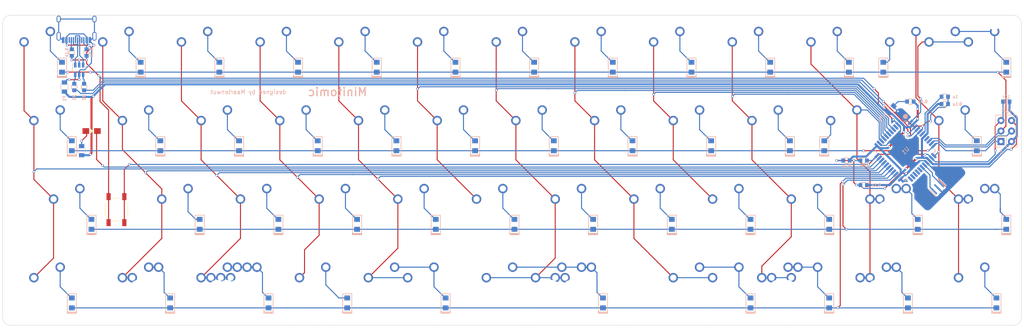
<source format=kicad_pcb>
(kicad_pcb (version 20200119) (host pcbnew "(5.99.0-1215-gcaf4a6487)")
  (layers (0 "F.Cu" signal) (31 "B.Cu" signal) (34 "B.Paste" user) (35 "F.Paste" user) (36 "B.SilkS" user) (37 "F.SilkS" user) (38 "B.Mask" user) (39 "F.Mask" user) (44 "Edge.Cuts" user))
  (net 0 "")
  (net 1 "GND")
  (net 2 "VCC")
  (net 3 "RST")
  (net 4 "col7")
  (net 5 "col10")
  (net 6 "col11")
  (net 7 "col12")
  (net 8 "col1")
  (net 9 "col2")
  (net 10 "col3")
  (net 11 "col4")
  (net 12 "col5")
  (net 13 "col6")
  (net 14 "col8")
  (net 15 "col9")
  (net 16 "SCK")
  (net 17 "MOSI")
  (net 18 "MISO")
  (net 19 "col0")
  (net 20 "Net-(D1-Pad2)")
  (net 21 "Net-(D2-Pad2)")
  (net 22 "Net-(D3-Pad2)")
  (net 23 "Net-(D4-Pad2)")
  (net 24 "Net-(D5-Pad2)")
  (net 25 "Net-(D6-Pad2)")
  (net 26 "Net-(D7-Pad2)")
  (net 27 "Net-(D8-Pad2)")
  (net 28 "Net-(D9-Pad2)")
  (net 29 "Net-(D10-Pad2)")
  (net 30 "Net-(D11-Pad2)")
  (net 31 "Net-(D12-Pad2)")
  (net 32 "Net-(D13-Pad2)")
  (net 33 "Net-(D14-Pad2)")
  (net 34 "Net-(D15-Pad2)")
  (net 35 "Net-(D16-Pad2)")
  (net 36 "Net-(D17-Pad2)")
  (net 37 "Net-(D18-Pad2)")
  (net 38 "Net-(D19-Pad2)")
  (net 39 "Net-(D20-Pad2)")
  (net 40 "Net-(D21-Pad2)")
  (net 41 "Net-(D22-Pad2)")
  (net 42 "Net-(D23-Pad2)")
  (net 43 "Net-(D24-Pad2)")
  (net 44 "Net-(D27-Pad2)")
  (net 45 "row2")
  (net 46 "Net-(D29-Pad2)")
  (net 47 "Net-(D30-Pad2)")
  (net 48 "Net-(D31-Pad2)")
  (net 49 "Net-(D32-Pad2)")
  (net 50 "Net-(D33-Pad2)")
  (net 51 "Net-(D34-Pad2)")
  (net 52 "Net-(D35-Pad2)")
  (net 53 "Net-(D36-Pad2)")
  (net 54 "Net-(D37-Pad2)")
  (net 55 "Net-(D38-Pad2)")
  (net 56 "Net-(D40-Pad2)")
  (net 57 "row3")
  (net 58 "Net-(D41-Pad2)")
  (net 59 "Net-(D42-Pad2)")
  (net 60 "Net-(D43-Pad2)")
  (net 61 "Net-(D46-Pad2)")
  (net 62 "Net-(D49-Pad2)")
  (net 63 "Net-(D50-Pad2)")
  (net 64 "Net-(D51-Pad2)")
  (net 65 "D-")
  (net 66 "D+")
  (net 67 "Net-(J1-Pad10)")
  (net 68 "Net-(J1-Pad4)")
  (net 69 "Net-(D28-Pad2)")
  (net 70 "Net-(D44-Pad2)")
  (net 71 "Net-(D47-Pad2)")
  (net 72 "Net-(D25-Pad2)")
  (net 73 "VBUS")
  (net 74 "Net-(U1-Pad17)")
  (net 75 "Net-(U1-Pad16)")
  (net 76 "Net-(C6-Pad1)")
  (net 77 "Net-(D100-Pad1)")
  (net 78 "Net-(D100-Pad2)")
  (net 79 "Net-(R3-Pad1)")
  (net 80 "Net-(R3-Pad2)")
  (net 81 "Net-(R4-Pad1)")
  (net 82 "Net-(R4-Pad2)")
  (net 83 "Net-(R6-Pad1)")
  (module "Keeb_components:LED_0805" (layer "F.Cu") (at 22 28.5 180)
    (fp_text reference "D100")
    (fp_text value "LED" hide)
    (pad "1" smd rect (at -1.4 0 180) (size 1.6 1.4) (layers "F.Cu" "F.Paste" "F.Mask") (net 77 "Net-(D100-Pad1)"))
    (pad "2" smd rect (at 1.4 0 180) (size 1.6 1.4) (layers "F.Cu" "F.Paste" "F.Mask") (net 78 "Net-(D100-Pad2)"))
  )
  (module "Button_Switch_SMD:SW_SPST_TL3342" (layer "F.Cu") (at 28 47.5 90)
    (fp_text reference "SW1" hide)
    (fp_text value "SW_PUSH")
    (pad "2" smd rect (at 3.15 1.9 90) (size 1.7 1) (layers "F.Cu" "F.Paste" "F.Mask") (net 3 "RST"))
    (pad "2" smd rect (at -3.15 1.9 90) (size 1.7 1) (layers "F.Cu" "F.Paste" "F.Mask") (net 3 "RST"))
    (pad "1" smd rect (at 3.15 -1.9 90) (size 1.7 1) (layers "F.Cu" "F.Paste" "F.Mask") (net 1 "GND"))
    (pad "1" smd rect (at -3.15 -1.9 90) (size 1.7 1) (layers "F.Cu" "F.Paste" "F.Mask") (net 1 "GND"))
  )
  (module "Keeb_components:Resonator_SMD_muRata_CSTNExxV-3Pin-p1.2" (layer "B.Cu") (at 226.21875 42.15625 45)
    (fp_text reference "X1" hide)
    (fp_text value "16mhz")
    (pad "2" smd rect (at 1.2 0 45) (size 0.4 2) (layers "B.Cu" "B.Paste" "B.Mask") (net 75 "Net-(U1-Pad16)"))
    (pad "3" smd rect (at 0 0 45) (size 0.4 2) (layers "B.Cu" "B.Paste" "B.Mask") (net 1 "GND"))
    (pad "1" smd rect (at -1.2 0 45) (size 0.4 2) (layers "B.Cu" "B.Paste" "B.Mask") (net 74 "Net-(U1-Pad17)"))
  )
  (module "footprints:2mm_hole" (layer "F.Cu") (at 38 9.5)
    (fp_text reference "H1" hide)
    (fp_text value "Screw")
    (pad "" np_thru_hole circle (at 0 0) (size 2 2) (drill 2) (layers *.Cu *.Mask))
  )
  (module "footprints:2mm_hole" (layer "F.Cu") (at 209 9.5)
    (fp_text reference "H2" hide)
    (fp_text value "Screw")
    (pad "" np_thru_hole circle (at 0 0) (size 2 2) (drill 2) (layers *.Cu *.Mask))
  )
  (module "footprints:2mm_hole" (layer "F.Cu") (at 3.5 38)
    (fp_text reference "H3" hide)
    (fp_text value "Screw")
    (pad "" np_thru_hole circle (at 0 0) (size 2 2) (drill 2) (layers *.Cu *.Mask))
  )
  (module "footprints:2mm_hole" (layer "F.Cu") (at 243.5 38)
    (fp_text reference "H4" hide)
    (fp_text value "Screw")
    (pad "" np_thru_hole circle (at 0 0) (size 2 2) (drill 2) (layers *.Cu *.Mask))
  )
  (module "footprints:2mm_hole" (layer "F.Cu") (at 23.5 66.5)
    (fp_text reference "H5" hide)
    (fp_text value "Screw")
    (pad "" np_thru_hole circle (at 0 0) (size 2 2) (drill 2) (layers *.Cu *.Mask))
  )
  (module "footprints:2mm_hole" (layer "F.Cu") (at 111.625 66.5)
    (fp_text reference "H6" hide)
    (fp_text value "Screw")
    (pad "" np_thru_hole circle (at 0 0) (size 2 2) (drill 2) (layers *.Cu *.Mask))
  )
  (module "footprints:2mm_hole" (layer "F.Cu") (at 223.25 66.5)
    (fp_text reference "H7" hide)
    (fp_text value "Screw")
    (pad "" np_thru_hole circle (at 0 0) (size 2 2) (drill 2) (layers *.Cu *.Mask))
  )
  (module "footprints:2mm_hole" (layer "F.Cu") (at 114 9.5)
    (fp_text reference "H8" hide)
    (fp_text value "Screw")
    (pad "" np_thru_hole circle (at 0 0) (size 2 2) (drill 2) (layers *.Cu *.Mask))
  )
  (module "Keeb_switches:CHERRY_PLATE_100H" (layer "F.Cu") (at 237.5 47.5)
    (fp_text reference "K38-1" hide)
    (fp_text value "KEYSW" hide)
    (pad "HOLE" np_thru_hole circle (at 5.08 0) (size 1.7018 1.7018) (drill 1.7018) (layers *.Cu *.Mask))
    (pad "HOLE" np_thru_hole circle (at -5.08 0) (size 1.7018 1.7018) (drill 1.7018) (layers *.Cu *.Mask))
    (pad "HOLE" np_thru_hole circle (at 0 0) (size 3.9878 3.9878) (drill 3.9878) (layers *.Cu *.Mask))
    (pad "2" thru_hole circle (at -3.81 -2.54) (size 2.286 2.286) (drill 1.4986) (layers *.Cu *.Mask) (net 6 "col11"))
    (pad "1" thru_hole circle (at 2.54 -5.08) (size 2.286 2.286) (drill 1.4986) (layers *.Cu *.Mask) (net 55 "Net-(D38-Pad2)"))
  )
  (module "Keeb_switches:CHERRY_PLATE_125H" (layer "F.Cu") (at 216.125 47.5)
    (fp_text reference "K37-1" hide)
    (fp_text value "KEYSW" hide)
    (pad "HOLE" np_thru_hole circle (at 5.08 0) (size 1.7018 1.7018) (drill 1.7018) (layers *.Cu *.Mask))
    (pad "HOLE" np_thru_hole circle (at -5.08 0) (size 1.7018 1.7018) (drill 1.7018) (layers *.Cu *.Mask))
    (pad "HOLE" np_thru_hole circle (at 0 0) (size 3.9878 3.9878) (drill 3.9878) (layers *.Cu *.Mask))
    (pad "2" thru_hole circle (at -3.81 -2.54) (size 2.286 2.286) (drill 1.4986) (layers *.Cu *.Mask) (net 5 "col10"))
    (pad "1" thru_hole circle (at 2.54 -5.08) (size 2.286 2.286) (drill 1.4986) (layers *.Cu *.Mask) (net 54 "Net-(D37-Pad2)"))
  )
  (module "Keeb_components:R_0603" (layer "B.Cu") (at 20.1875 17.85939 90)
    (fp_text reference "R3" hide)
    (fp_text value "22" (at -1.78125 0 270) (layer "B.SilkS") (effects (font (size 0.7 0.7)) (justify left mirror)))
    (pad "1" smd rect (at -0.7875 0 90) (size 0.9 1) (layers "B.Cu" "B.Paste" "B.Mask") (net 79 "Net-(R3-Pad1)"))
    (pad "2" smd rect (at 0.7875 0 90) (size 0.9 1) (layers "B.Cu" "B.Paste" "B.Mask") (net 80 "Net-(R3-Pad2)"))
  )
  (module "Keeb_components:USBLC6-2SC6" (layer "B.Cu") (at 19 13.692199)
    (fp_text reference "U2" hide)
    (fp_text value "USBLC6-2SC6")
    (pad "5" smd rect (at 0 1.15) (size 0.6 1.2) (layers "B.Cu" "B.Paste" "B.Mask") (net 73 "VBUS"))
    (pad "6" smd rect (at -0.95 1.15) (size 0.6 1.2) (layers "B.Cu" "B.Paste" "B.Mask") (net 82 "Net-(R4-Pad2)"))
    (pad "4" smd rect (at 0.95 1.15) (size 0.6 1.2) (layers "B.Cu" "B.Paste" "B.Mask") (net 80 "Net-(R3-Pad2)"))
    (pad "3" smd rect (at 0.95 -1.15) (size 0.6 1.2) (layers "B.Cu" "B.Paste" "B.Mask") (net 66 "D+"))
    (pad "2" smd rect (at 0 -1.15) (size 0.6 1.2) (layers "B.Cu" "B.Paste" "B.Mask") (net 1 "GND"))
    (pad "1" smd rect (at -0.95 -1.15) (size 0.6 1.2) (layers "B.Cu" "B.Paste" "B.Mask") (net 65 "D-"))
  )
  (module "Keeb_switches:CHERRY_PLATE_175H" (layer "F.Cu") (at 230.375 28.5)
    (fp_text reference "K25" hide)
    (fp_text value "KEYSW" hide)
    (pad "HOLE" np_thru_hole circle (at 5.08 0) (size 1.7018 1.7018) (drill 1.7018) (layers *.Cu *.Mask))
    (pad "HOLE" np_thru_hole circle (at -5.08 0) (size 1.7018 1.7018) (drill 1.7018) (layers *.Cu *.Mask))
    (pad "HOLE" np_thru_hole circle (at 0 0) (size 3.9878 3.9878) (drill 3.9878) (layers *.Cu *.Mask))
    (pad "2" thru_hole circle (at -3.81 -2.54) (size 2.286 2.286) (drill 1.4986) (layers *.Cu *.Mask) (net 6 "col11"))
    (pad "1" thru_hole circle (at 2.54 -5.08) (size 2.286 2.286) (drill 1.4986) (layers *.Cu *.Mask) (net 72 "Net-(D25-Pad2)"))
  )
  (module "Keeb_switches:CHERRY_PLATE_100H" (layer "F.Cu") (at 28.5 9.5)
    (fp_text reference "K2" hide)
    (fp_text value "KEYSW" hide)
    (pad "HOLE" np_thru_hole circle (at 5.08 0) (size 1.7018 1.7018) (drill 1.7018) (layers *.Cu *.Mask))
    (pad "HOLE" np_thru_hole circle (at -5.08 0) (size 1.7018 1.7018) (drill 1.7018) (layers *.Cu *.Mask))
    (pad "HOLE" np_thru_hole circle (at 0 0) (size 3.9878 3.9878) (drill 3.9878) (layers *.Cu *.Mask))
    (pad "2" thru_hole circle (at -3.81 -2.54) (size 2.286 2.286) (drill 1.4986) (layers *.Cu *.Mask) (net 8 "col1"))
    (pad "1" thru_hole circle (at 2.54 -5.08) (size 2.286 2.286) (drill 1.4986) (layers *.Cu *.Mask) (net 21 "Net-(D2-Pad2)"))
  )
  (module "Keeb_switches:CHERRY_PCB_200H" (layer "F.Cu") (at 228 9.5)
    (fp_text reference "K13-1" hide)
    (fp_text value "KEYSW" hide)
    (pad "" np_thru_hole circle (at 11.938 8.255) (size 3.9878 3.9878) (drill 3.9878) (layers *.Cu *.Mask))
    (pad "" np_thru_hole circle (at -11.938 8.255) (size 3.9878 3.9878) (drill 3.9878) (layers *.Cu *.Mask))
    (pad "" np_thru_hole circle (at 11.938 -6.985) (size 3.048 3.048) (drill 3.048) (layers *.Cu *.Mask))
    (pad "" np_thru_hole circle (at -11.938 -6.985) (size 3.048 3.048) (drill 3.048) (layers *.Cu *.Mask))
    (pad "" np_thru_hole circle (at 5.08 0) (size 1.7018 1.7018) (drill 1.7018) (layers *.Cu *.Mask))
    (pad "" np_thru_hole circle (at -5.08 0) (size 1.7018 1.7018) (drill 1.7018) (layers *.Cu *.Mask))
    (pad "" np_thru_hole circle (at 0 0) (size 3.9878 3.9878) (drill 3.9878) (layers *.Cu *.Mask))
    (pad "2" thru_hole circle (at -3.81 -2.54) (size 2.286 2.286) (drill 1.4986) (layers *.Cu *.Mask) (net 7 "col12"))
    (pad "1" thru_hole circle (at 2.54 -5.08) (size 2.286 2.286) (drill 1.4986) (layers *.Cu *.Mask) (net 32 "Net-(D13-Pad2)"))
  )
  (module "Keeb_switches:CHERRY_PLATE_100H" (layer "F.Cu") (at 237.5 9.5)
    (fp_text reference "K13" hide)
    (fp_text value "KEYSW" hide)
    (pad "HOLE" np_thru_hole circle (at 5.08 0) (size 1.7018 1.7018) (drill 1.7018) (layers *.Cu *.Mask))
    (pad "HOLE" np_thru_hole circle (at -5.08 0) (size 1.7018 1.7018) (drill 1.7018) (layers *.Cu *.Mask))
    (pad "HOLE" np_thru_hole circle (at 0 0) (size 3.9878 3.9878) (drill 3.9878) (layers *.Cu *.Mask))
    (pad "2" thru_hole circle (at -3.81 -2.54) (size 2.286 2.286) (drill 1.4986) (layers *.Cu *.Mask) (net 7 "col12"))
    (pad "1" thru_hole circle (at 2.54 -5.08) (size 2.286 2.286) (drill 1.4986) (layers *.Cu *.Mask) (net 32 "Net-(D13-Pad2)"))
  )
  (module "Keeb_switches:CHERRY_PCB_625H_F" (layer "F.Cu") (at 121.125 66.5)
    (fp_text reference "K46-2" hide)
    (fp_text value "KEYSW" hide)
    (pad "" np_thru_hole circle (at 50.038 -8.255) (size 3.9878 3.9878) (drill 3.9878) (layers *.Cu *.Mask))
    (pad "" np_thru_hole circle (at -50.038 -8.255) (size 3.9878 3.9878) (drill 3.9878) (layers *.Cu *.Mask))
    (pad "" np_thru_hole circle (at 50.038 6.985) (size 3.048 3.048) (drill 3.048) (layers *.Cu *.Mask))
    (pad "" np_thru_hole circle (at -50.038 6.985) (size 3.048 3.048) (drill 3.048) (layers *.Cu *.Mask))
    (pad "HOLE" np_thru_hole circle (at 5.08 0) (size 1.7018 1.7018) (drill 1.7018) (layers *.Cu *.Mask))
    (pad "HOLE" np_thru_hole circle (at -5.08 0) (size 1.7018 1.7018) (drill 1.7018) (layers *.Cu *.Mask))
    (pad "HOLE" np_thru_hole circle (at 0 0) (size 3.9878 3.9878) (drill 3.9878) (layers *.Cu *.Mask))
    (pad "2" thru_hole circle (at -3.81 -2.54) (size 2.286 2.286) (drill 1.4986) (layers *.Cu *.Mask) (net 13 "col6"))
    (pad "1" thru_hole circle (at 2.54 -5.08) (size 2.286 2.286) (drill 1.4986) (layers *.Cu *.Mask) (net 61 "Net-(D46-Pad2)"))
  )
  (module "Keeb_switches:CHERRY_PLATE_175H" (layer "F.Cu") (at 16.625 47.5)
    (fp_text reference "K27" hide)
    (fp_text value "KEYSW" hide)
    (pad "HOLE" np_thru_hole circle (at 5.08 0) (size 1.7018 1.7018) (drill 1.7018) (layers *.Cu *.Mask))
    (pad "HOLE" np_thru_hole circle (at -5.08 0) (size 1.7018 1.7018) (drill 1.7018) (layers *.Cu *.Mask))
    (pad "HOLE" np_thru_hole circle (at 0 0) (size 3.9878 3.9878) (drill 3.9878) (layers *.Cu *.Mask))
    (pad "2" thru_hole circle (at -3.81 -2.54) (size 2.286 2.286) (drill 1.4986) (layers *.Cu *.Mask) (net 19 "col0"))
    (pad "1" thru_hole circle (at 2.54 -5.08) (size 2.286 2.286) (drill 1.4986) (layers *.Cu *.Mask) (net 44 "Net-(D27-Pad2)"))
  )
  (module "Keeb_switches:CHERRY_PLATE_100H" (layer "F.Cu") (at 194.75 47.5)
    (fp_text reference "K36" hide)
    (fp_text value "KEYSW" hide)
    (pad "HOLE" np_thru_hole circle (at 5.08 0) (size 1.7018 1.7018) (drill 1.7018) (layers *.Cu *.Mask))
    (pad "HOLE" np_thru_hole circle (at -5.08 0) (size 1.7018 1.7018) (drill 1.7018) (layers *.Cu *.Mask))
    (pad "HOLE" np_thru_hole circle (at 0 0) (size 3.9878 3.9878) (drill 3.9878) (layers *.Cu *.Mask))
    (pad "2" thru_hole circle (at -3.81 -2.54) (size 2.286 2.286) (drill 1.4986) (layers *.Cu *.Mask) (net 15 "col9"))
    (pad "1" thru_hole circle (at 2.54 -5.08) (size 2.286 2.286) (drill 1.4986) (layers *.Cu *.Mask) (net 53 "Net-(D36-Pad2)"))
  )
  (module "Keeb_switches:CHERRY_PLATE_125H" (layer "F.Cu") (at 11.875 66.5)
    (fp_text reference "K40" hide)
    (fp_text value "KEYSW" hide)
    (pad "HOLE" np_thru_hole circle (at 5.08 0) (size 1.7018 1.7018) (drill 1.7018) (layers *.Cu *.Mask))
    (pad "HOLE" np_thru_hole circle (at -5.08 0) (size 1.7018 1.7018) (drill 1.7018) (layers *.Cu *.Mask))
    (pad "HOLE" np_thru_hole circle (at 0 0) (size 3.9878 3.9878) (drill 3.9878) (layers *.Cu *.Mask))
    (pad "2" thru_hole circle (at -3.81 -2.54) (size 2.286 2.286) (drill 1.4986) (layers *.Cu *.Mask) (net 19 "col0"))
    (pad "1" thru_hole circle (at 2.54 -5.08) (size 2.286 2.286) (drill 1.4986) (layers *.Cu *.Mask) (net 56 "Net-(D40-Pad2)"))
  )
  (module "Keeb_switches:CHERRY_PLATE_100H" (layer "F.Cu") (at 9.5 9.5)
    (fp_text reference "K1" hide)
    (fp_text value "KEYSW" hide)
    (pad "HOLE" np_thru_hole circle (at 5.08 0) (size 1.7018 1.7018) (drill 1.7018) (layers *.Cu *.Mask))
    (pad "HOLE" np_thru_hole circle (at -5.08 0) (size 1.7018 1.7018) (drill 1.7018) (layers *.Cu *.Mask))
    (pad "HOLE" np_thru_hole circle (at 0 0) (size 3.9878 3.9878) (drill 3.9878) (layers *.Cu *.Mask))
    (pad "2" thru_hole circle (at -3.81 -2.54) (size 2.286 2.286) (drill 1.4986) (layers *.Cu *.Mask) (net 19 "col0"))
    (pad "1" thru_hole circle (at 2.54 -5.08) (size 2.286 2.286) (drill 1.4986) (layers *.Cu *.Mask) (net 20 "Net-(D1-Pad2)"))
  )
  (module "Keeb_switches:CHERRY_PLATE_100H" (layer "F.Cu") (at 47.5 9.5)
    (fp_text reference "K3" hide)
    (fp_text value "KEYSW" hide)
    (pad "HOLE" np_thru_hole circle (at 5.08 0) (size 1.7018 1.7018) (drill 1.7018) (layers *.Cu *.Mask))
    (pad "HOLE" np_thru_hole circle (at -5.08 0) (size 1.7018 1.7018) (drill 1.7018) (layers *.Cu *.Mask))
    (pad "HOLE" np_thru_hole circle (at 0 0) (size 3.9878 3.9878) (drill 3.9878) (layers *.Cu *.Mask))
    (pad "2" thru_hole circle (at -3.81 -2.54) (size 2.286 2.286) (drill 1.4986) (layers *.Cu *.Mask) (net 9 "col2"))
    (pad "1" thru_hole circle (at 2.54 -5.08) (size 2.286 2.286) (drill 1.4986) (layers *.Cu *.Mask) (net 22 "Net-(D3-Pad2)"))
  )
  (module "Keeb_switches:CHERRY_PLATE_100H" (layer "F.Cu") (at 66.5 9.5)
    (fp_text reference "K4" hide)
    (fp_text value "KEYSW" hide)
    (pad "HOLE" np_thru_hole circle (at 5.08 0) (size 1.7018 1.7018) (drill 1.7018) (layers *.Cu *.Mask))
    (pad "HOLE" np_thru_hole circle (at -5.08 0) (size 1.7018 1.7018) (drill 1.7018) (layers *.Cu *.Mask))
    (pad "HOLE" np_thru_hole circle (at 0 0) (size 3.9878 3.9878) (drill 3.9878) (layers *.Cu *.Mask))
    (pad "2" thru_hole circle (at -3.81 -2.54) (size 2.286 2.286) (drill 1.4986) (layers *.Cu *.Mask) (net 10 "col3"))
    (pad "1" thru_hole circle (at 2.54 -5.08) (size 2.286 2.286) (drill 1.4986) (layers *.Cu *.Mask) (net 23 "Net-(D4-Pad2)"))
  )
  (module "Keeb_switches:CHERRY_PLATE_100H" (layer "F.Cu") (at 85.5 9.5)
    (fp_text reference "K5" hide)
    (fp_text value "KEYSW" hide)
    (pad "HOLE" np_thru_hole circle (at 5.08 0) (size 1.7018 1.7018) (drill 1.7018) (layers *.Cu *.Mask))
    (pad "HOLE" np_thru_hole circle (at -5.08 0) (size 1.7018 1.7018) (drill 1.7018) (layers *.Cu *.Mask))
    (pad "HOLE" np_thru_hole circle (at 0 0) (size 3.9878 3.9878) (drill 3.9878) (layers *.Cu *.Mask))
    (pad "2" thru_hole circle (at -3.81 -2.54) (size 2.286 2.286) (drill 1.4986) (layers *.Cu *.Mask) (net 11 "col4"))
    (pad "1" thru_hole circle (at 2.54 -5.08) (size 2.286 2.286) (drill 1.4986) (layers *.Cu *.Mask) (net 24 "Net-(D5-Pad2)"))
  )
  (module "Keeb_switches:CHERRY_PLATE_100H" (layer "F.Cu") (at 104.5 9.5)
    (fp_text reference "K6" hide)
    (fp_text value "KEYSW" hide)
    (pad "HOLE" np_thru_hole circle (at 5.08 0) (size 1.7018 1.7018) (drill 1.7018) (layers *.Cu *.Mask))
    (pad "HOLE" np_thru_hole circle (at -5.08 0) (size 1.7018 1.7018) (drill 1.7018) (layers *.Cu *.Mask))
    (pad "HOLE" np_thru_hole circle (at 0 0) (size 3.9878 3.9878) (drill 3.9878) (layers *.Cu *.Mask))
    (pad "2" thru_hole circle (at -3.81 -2.54) (size 2.286 2.286) (drill 1.4986) (layers *.Cu *.Mask) (net 12 "col5"))
    (pad "1" thru_hole circle (at 2.54 -5.08) (size 2.286 2.286) (drill 1.4986) (layers *.Cu *.Mask) (net 25 "Net-(D6-Pad2)"))
  )
  (module "Keeb_switches:CHERRY_PLATE_100H" (layer "F.Cu") (at 123.5 9.5)
    (fp_text reference "K7" hide)
    (fp_text value "KEYSW" hide)
    (pad "HOLE" np_thru_hole circle (at 5.08 0) (size 1.7018 1.7018) (drill 1.7018) (layers *.Cu *.Mask))
    (pad "HOLE" np_thru_hole circle (at -5.08 0) (size 1.7018 1.7018) (drill 1.7018) (layers *.Cu *.Mask))
    (pad "HOLE" np_thru_hole circle (at 0 0) (size 3.9878 3.9878) (drill 3.9878) (layers *.Cu *.Mask))
    (pad "2" thru_hole circle (at -3.81 -2.54) (size 2.286 2.286) (drill 1.4986) (layers *.Cu *.Mask) (net 13 "col6"))
    (pad "1" thru_hole circle (at 2.54 -5.08) (size 2.286 2.286) (drill 1.4986) (layers *.Cu *.Mask) (net 26 "Net-(D7-Pad2)"))
  )
  (module "Keeb_switches:CHERRY_PLATE_100H" (layer "F.Cu") (at 142.5 9.5)
    (fp_text reference "K8" hide)
    (fp_text value "KEYSW" hide)
    (pad "HOLE" np_thru_hole circle (at 5.08 0) (size 1.7018 1.7018) (drill 1.7018) (layers *.Cu *.Mask))
    (pad "HOLE" np_thru_hole circle (at -5.08 0) (size 1.7018 1.7018) (drill 1.7018) (layers *.Cu *.Mask))
    (pad "HOLE" np_thru_hole circle (at 0 0) (size 3.9878 3.9878) (drill 3.9878) (layers *.Cu *.Mask))
    (pad "2" thru_hole circle (at -3.81 -2.54) (size 2.286 2.286) (drill 1.4986) (layers *.Cu *.Mask) (net 4 "col7"))
    (pad "1" thru_hole circle (at 2.54 -5.08) (size 2.286 2.286) (drill 1.4986) (layers *.Cu *.Mask) (net 27 "Net-(D8-Pad2)"))
  )
  (module "Keeb_switches:CHERRY_PLATE_100H" (layer "F.Cu") (at 161.5 9.5)
    (fp_text reference "K9" hide)
    (fp_text value "KEYSW" hide)
    (pad "HOLE" np_thru_hole circle (at 5.08 0) (size 1.7018 1.7018) (drill 1.7018) (layers *.Cu *.Mask))
    (pad "HOLE" np_thru_hole circle (at -5.08 0) (size 1.7018 1.7018) (drill 1.7018) (layers *.Cu *.Mask))
    (pad "HOLE" np_thru_hole circle (at 0 0) (size 3.9878 3.9878) (drill 3.9878) (layers *.Cu *.Mask))
    (pad "2" thru_hole circle (at -3.81 -2.54) (size 2.286 2.286) (drill 1.4986) (layers *.Cu *.Mask) (net 14 "col8"))
    (pad "1" thru_hole circle (at 2.54 -5.08) (size 2.286 2.286) (drill 1.4986) (layers *.Cu *.Mask) (net 28 "Net-(D9-Pad2)"))
  )
  (module "Keeb_switches:CHERRY_PLATE_100H" (layer "F.Cu") (at 180.5 9.5)
    (fp_text reference "K10" hide)
    (fp_text value "KEYSW" hide)
    (pad "HOLE" np_thru_hole circle (at 5.08 0) (size 1.7018 1.7018) (drill 1.7018) (layers *.Cu *.Mask))
    (pad "HOLE" np_thru_hole circle (at -5.08 0) (size 1.7018 1.7018) (drill 1.7018) (layers *.Cu *.Mask))
    (pad "HOLE" np_thru_hole circle (at 0 0) (size 3.9878 3.9878) (drill 3.9878) (layers *.Cu *.Mask))
    (pad "2" thru_hole circle (at -3.81 -2.54) (size 2.286 2.286) (drill 1.4986) (layers *.Cu *.Mask) (net 15 "col9"))
    (pad "1" thru_hole circle (at 2.54 -5.08) (size 2.286 2.286) (drill 1.4986) (layers *.Cu *.Mask) (net 29 "Net-(D10-Pad2)"))
  )
  (module "Keeb_switches:CHERRY_PLATE_100H" (layer "F.Cu") (at 199.5 9.5)
    (fp_text reference "K11" hide)
    (fp_text value "KEYSW" hide)
    (pad "HOLE" np_thru_hole circle (at 5.08 0) (size 1.7018 1.7018) (drill 1.7018) (layers *.Cu *.Mask))
    (pad "HOLE" np_thru_hole circle (at -5.08 0) (size 1.7018 1.7018) (drill 1.7018) (layers *.Cu *.Mask))
    (pad "HOLE" np_thru_hole circle (at 0 0) (size 3.9878 3.9878) (drill 3.9878) (layers *.Cu *.Mask))
    (pad "2" thru_hole circle (at -3.81 -2.54) (size 2.286 2.286) (drill 1.4986) (layers *.Cu *.Mask) (net 5 "col10"))
    (pad "1" thru_hole circle (at 2.54 -5.08) (size 2.286 2.286) (drill 1.4986) (layers *.Cu *.Mask) (net 30 "Net-(D11-Pad2)"))
  )
  (module "Keeb_switches:CHERRY_PLATE_100H" (layer "F.Cu") (at 218.5 9.5)
    (fp_text reference "K12" hide)
    (fp_text value "KEYSW" hide)
    (pad "HOLE" np_thru_hole circle (at 5.08 0) (size 1.7018 1.7018) (drill 1.7018) (layers *.Cu *.Mask))
    (pad "HOLE" np_thru_hole circle (at -5.08 0) (size 1.7018 1.7018) (drill 1.7018) (layers *.Cu *.Mask))
    (pad "HOLE" np_thru_hole circle (at 0 0) (size 3.9878 3.9878) (drill 3.9878) (layers *.Cu *.Mask))
    (pad "2" thru_hole circle (at -3.81 -2.54) (size 2.286 2.286) (drill 1.4986) (layers *.Cu *.Mask) (net 31 "Net-(D12-Pad2)"))
    (pad "1" thru_hole circle (at 2.54 -5.08) (size 2.286 2.286) (drill 1.4986) (layers *.Cu *.Mask) (net 6 "col11"))
  )
  (module "Keeb_switches:CHERRY_PLATE_125H" (layer "F.Cu") (at 11.875 28.5)
    (fp_text reference "K14" hide)
    (fp_text value "KEYSW" hide)
    (pad "HOLE" np_thru_hole circle (at 5.08 0) (size 1.7018 1.7018) (drill 1.7018) (layers *.Cu *.Mask))
    (pad "HOLE" np_thru_hole circle (at -5.08 0) (size 1.7018 1.7018) (drill 1.7018) (layers *.Cu *.Mask))
    (pad "HOLE" np_thru_hole circle (at 0 0) (size 3.9878 3.9878) (drill 3.9878) (layers *.Cu *.Mask))
    (pad "2" thru_hole circle (at -3.81 -2.54) (size 2.286 2.286) (drill 1.4986) (layers *.Cu *.Mask) (net 19 "col0"))
    (pad "1" thru_hole circle (at 2.54 -5.08) (size 2.286 2.286) (drill 1.4986) (layers *.Cu *.Mask) (net 33 "Net-(D14-Pad2)"))
  )
  (module "Keeb_switches:CHERRY_PLATE_100H" (layer "F.Cu") (at 33.25 28.5)
    (fp_text reference "K15" hide)
    (fp_text value "KEYSW" hide)
    (pad "HOLE" np_thru_hole circle (at 5.08 0) (size 1.7018 1.7018) (drill 1.7018) (layers *.Cu *.Mask))
    (pad "HOLE" np_thru_hole circle (at -5.08 0) (size 1.7018 1.7018) (drill 1.7018) (layers *.Cu *.Mask))
    (pad "HOLE" np_thru_hole circle (at 0 0) (size 3.9878 3.9878) (drill 3.9878) (layers *.Cu *.Mask))
    (pad "2" thru_hole circle (at -3.81 -2.54) (size 2.286 2.286) (drill 1.4986) (layers *.Cu *.Mask) (net 8 "col1"))
    (pad "1" thru_hole circle (at 2.54 -5.08) (size 2.286 2.286) (drill 1.4986) (layers *.Cu *.Mask) (net 34 "Net-(D15-Pad2)"))
  )
  (module "Keeb_switches:CHERRY_PLATE_100H" (layer "F.Cu") (at 52.25 28.5)
    (fp_text reference "K16" hide)
    (fp_text value "KEYSW" hide)
    (pad "HOLE" np_thru_hole circle (at 5.08 0) (size 1.7018 1.7018) (drill 1.7018) (layers *.Cu *.Mask))
    (pad "HOLE" np_thru_hole circle (at -5.08 0) (size 1.7018 1.7018) (drill 1.7018) (layers *.Cu *.Mask))
    (pad "HOLE" np_thru_hole circle (at 0 0) (size 3.9878 3.9878) (drill 3.9878) (layers *.Cu *.Mask))
    (pad "2" thru_hole circle (at -3.81 -2.54) (size 2.286 2.286) (drill 1.4986) (layers *.Cu *.Mask) (net 9 "col2"))
    (pad "1" thru_hole circle (at 2.54 -5.08) (size 2.286 2.286) (drill 1.4986) (layers *.Cu *.Mask) (net 35 "Net-(D16-Pad2)"))
  )
  (module "Keeb_switches:CHERRY_PLATE_100H" (layer "F.Cu") (at 71.25 28.5)
    (fp_text reference "K17" hide)
    (fp_text value "KEYSW" hide)
    (pad "HOLE" np_thru_hole circle (at 5.08 0) (size 1.7018 1.7018) (drill 1.7018) (layers *.Cu *.Mask))
    (pad "HOLE" np_thru_hole circle (at -5.08 0) (size 1.7018 1.7018) (drill 1.7018) (layers *.Cu *.Mask))
    (pad "HOLE" np_thru_hole circle (at 0 0) (size 3.9878 3.9878) (drill 3.9878) (layers *.Cu *.Mask))
    (pad "2" thru_hole circle (at -3.81 -2.54) (size 2.286 2.286) (drill 1.4986) (layers *.Cu *.Mask) (net 10 "col3"))
    (pad "1" thru_hole circle (at 2.54 -5.08) (size 2.286 2.286) (drill 1.4986) (layers *.Cu *.Mask) (net 36 "Net-(D17-Pad2)"))
  )
  (module "Keeb_switches:CHERRY_PLATE_100H" (layer "F.Cu") (at 90.25 28.5)
    (fp_text reference "K18" hide)
    (fp_text value "KEYSW" hide)
    (pad "HOLE" np_thru_hole circle (at 5.08 0) (size 1.7018 1.7018) (drill 1.7018) (layers *.Cu *.Mask))
    (pad "HOLE" np_thru_hole circle (at -5.08 0) (size 1.7018 1.7018) (drill 1.7018) (layers *.Cu *.Mask))
    (pad "HOLE" np_thru_hole circle (at 0 0) (size 3.9878 3.9878) (drill 3.9878) (layers *.Cu *.Mask))
    (pad "2" thru_hole circle (at -3.81 -2.54) (size 2.286 2.286) (drill 1.4986) (layers *.Cu *.Mask) (net 11 "col4"))
    (pad "1" thru_hole circle (at 2.54 -5.08) (size 2.286 2.286) (drill 1.4986) (layers *.Cu *.Mask) (net 37 "Net-(D18-Pad2)"))
  )
  (module "Keeb_switches:CHERRY_PLATE_100H" (layer "F.Cu") (at 109.25 28.5)
    (fp_text reference "K19" hide)
    (fp_text value "KEYSW" hide)
    (pad "HOLE" np_thru_hole circle (at 5.08 0) (size 1.7018 1.7018) (drill 1.7018) (layers *.Cu *.Mask))
    (pad "HOLE" np_thru_hole circle (at -5.08 0) (size 1.7018 1.7018) (drill 1.7018) (layers *.Cu *.Mask))
    (pad "HOLE" np_thru_hole circle (at 0 0) (size 3.9878 3.9878) (drill 3.9878) (layers *.Cu *.Mask))
    (pad "2" thru_hole circle (at -3.81 -2.54) (size 2.286 2.286) (drill 1.4986) (layers *.Cu *.Mask) (net 12 "col5"))
    (pad "1" thru_hole circle (at 2.54 -5.08) (size 2.286 2.286) (drill 1.4986) (layers *.Cu *.Mask) (net 38 "Net-(D19-Pad2)"))
  )
  (module "Keeb_switches:CHERRY_PLATE_100H" (layer "F.Cu") (at 128.25 28.5)
    (fp_text reference "K20" hide)
    (fp_text value "KEYSW" hide)
    (pad "HOLE" np_thru_hole circle (at 5.08 0) (size 1.7018 1.7018) (drill 1.7018) (layers *.Cu *.Mask))
    (pad "HOLE" np_thru_hole circle (at -5.08 0) (size 1.7018 1.7018) (drill 1.7018) (layers *.Cu *.Mask))
    (pad "HOLE" np_thru_hole circle (at 0 0) (size 3.9878 3.9878) (drill 3.9878) (layers *.Cu *.Mask))
    (pad "2" thru_hole circle (at -3.81 -2.54) (size 2.286 2.286) (drill 1.4986) (layers *.Cu *.Mask) (net 13 "col6"))
    (pad "1" thru_hole circle (at 2.54 -5.08) (size 2.286 2.286) (drill 1.4986) (layers *.Cu *.Mask) (net 39 "Net-(D20-Pad2)"))
  )
  (module "Keeb_switches:CHERRY_PLATE_100H" (layer "F.Cu") (at 147.25 28.5)
    (fp_text reference "K21" hide)
    (fp_text value "KEYSW" hide)
    (pad "HOLE" np_thru_hole circle (at 5.08 0) (size 1.7018 1.7018) (drill 1.7018) (layers *.Cu *.Mask))
    (pad "HOLE" np_thru_hole circle (at -5.08 0) (size 1.7018 1.7018) (drill 1.7018) (layers *.Cu *.Mask))
    (pad "HOLE" np_thru_hole circle (at 0 0) (size 3.9878 3.9878) (drill 3.9878) (layers *.Cu *.Mask))
    (pad "2" thru_hole circle (at -3.81 -2.54) (size 2.286 2.286) (drill 1.4986) (layers *.Cu *.Mask) (net 4 "col7"))
    (pad "1" thru_hole circle (at 2.54 -5.08) (size 2.286 2.286) (drill 1.4986) (layers *.Cu *.Mask) (net 40 "Net-(D21-Pad2)"))
  )
  (module "Keeb_switches:CHERRY_PLATE_100H" (layer "F.Cu") (at 166.25 28.5)
    (fp_text reference "K22" hide)
    (fp_text value "KEYSW" hide)
    (pad "HOLE" np_thru_hole circle (at 5.08 0) (size 1.7018 1.7018) (drill 1.7018) (layers *.Cu *.Mask))
    (pad "HOLE" np_thru_hole circle (at -5.08 0) (size 1.7018 1.7018) (drill 1.7018) (layers *.Cu *.Mask))
    (pad "HOLE" np_thru_hole circle (at 0 0) (size 3.9878 3.9878) (drill 3.9878) (layers *.Cu *.Mask))
    (pad "2" thru_hole circle (at -3.81 -2.54) (size 2.286 2.286) (drill 1.4986) (layers *.Cu *.Mask) (net 14 "col8"))
    (pad "1" thru_hole circle (at 2.54 -5.08) (size 2.286 2.286) (drill 1.4986) (layers *.Cu *.Mask) (net 41 "Net-(D22-Pad2)"))
  )
  (module "Keeb_switches:CHERRY_PLATE_100H" (layer "F.Cu") (at 185.25 28.5)
    (fp_text reference "K23" hide)
    (fp_text value "KEYSW" hide)
    (pad "HOLE" np_thru_hole circle (at 5.08 0) (size 1.7018 1.7018) (drill 1.7018) (layers *.Cu *.Mask))
    (pad "HOLE" np_thru_hole circle (at -5.08 0) (size 1.7018 1.7018) (drill 1.7018) (layers *.Cu *.Mask))
    (pad "HOLE" np_thru_hole circle (at 0 0) (size 3.9878 3.9878) (drill 3.9878) (layers *.Cu *.Mask))
    (pad "2" thru_hole circle (at -3.81 -2.54) (size 2.286 2.286) (drill 1.4986) (layers *.Cu *.Mask) (net 15 "col9"))
    (pad "1" thru_hole circle (at 2.54 -5.08) (size 2.286 2.286) (drill 1.4986) (layers *.Cu *.Mask) (net 42 "Net-(D23-Pad2)"))
  )
  (module "Keeb_switches:CHERRY_PLATE_100H" (layer "F.Cu") (at 204.25 28.5)
    (fp_text reference "K24" hide)
    (fp_text value "KEYSW" hide)
    (pad "HOLE" np_thru_hole circle (at 5.08 0) (size 1.7018 1.7018) (drill 1.7018) (layers *.Cu *.Mask))
    (pad "HOLE" np_thru_hole circle (at -5.08 0) (size 1.7018 1.7018) (drill 1.7018) (layers *.Cu *.Mask))
    (pad "HOLE" np_thru_hole circle (at 0 0) (size 3.9878 3.9878) (drill 3.9878) (layers *.Cu *.Mask))
    (pad "2" thru_hole circle (at -3.81 -2.54) (size 2.286 2.286) (drill 1.4986) (layers *.Cu *.Mask) (net 43 "Net-(D24-Pad2)"))
    (pad "1" thru_hole circle (at 2.54 -5.08) (size 2.286 2.286) (drill 1.4986) (layers *.Cu *.Mask) (net 5 "col10"))
  )
  (module "Keeb_switches:CHERRY_PLATE_100H" (layer "F.Cu") (at 61.75 47.5)
    (fp_text reference "K29" hide)
    (fp_text value "KEYSW" hide)
    (pad "HOLE" np_thru_hole circle (at 5.08 0) (size 1.7018 1.7018) (drill 1.7018) (layers *.Cu *.Mask))
    (pad "HOLE" np_thru_hole circle (at -5.08 0) (size 1.7018 1.7018) (drill 1.7018) (layers *.Cu *.Mask))
    (pad "HOLE" np_thru_hole circle (at 0 0) (size 3.9878 3.9878) (drill 3.9878) (layers *.Cu *.Mask))
    (pad "2" thru_hole circle (at -3.81 -2.54) (size 2.286 2.286) (drill 1.4986) (layers *.Cu *.Mask) (net 9 "col2"))
    (pad "1" thru_hole circle (at 2.54 -5.08) (size 2.286 2.286) (drill 1.4986) (layers *.Cu *.Mask) (net 46 "Net-(D29-Pad2)"))
  )
  (module "Keeb_switches:CHERRY_PLATE_100H" (layer "F.Cu") (at 80.75 47.5)
    (fp_text reference "K30" hide)
    (fp_text value "KEYSW" hide)
    (pad "HOLE" np_thru_hole circle (at 5.08 0) (size 1.7018 1.7018) (drill 1.7018) (layers *.Cu *.Mask))
    (pad "HOLE" np_thru_hole circle (at -5.08 0) (size 1.7018 1.7018) (drill 1.7018) (layers *.Cu *.Mask))
    (pad "HOLE" np_thru_hole circle (at 0 0) (size 3.9878 3.9878) (drill 3.9878) (layers *.Cu *.Mask))
    (pad "2" thru_hole circle (at -3.81 -2.54) (size 2.286 2.286) (drill 1.4986) (layers *.Cu *.Mask) (net 10 "col3"))
    (pad "1" thru_hole circle (at 2.54 -5.08) (size 2.286 2.286) (drill 1.4986) (layers *.Cu *.Mask) (net 47 "Net-(D30-Pad2)"))
  )
  (module "Keeb_switches:CHERRY_PLATE_100H" (layer "F.Cu") (at 99.75 47.5)
    (fp_text reference "K31" hide)
    (fp_text value "KEYSW" hide)
    (pad "HOLE" np_thru_hole circle (at 5.08 0) (size 1.7018 1.7018) (drill 1.7018) (layers *.Cu *.Mask))
    (pad "HOLE" np_thru_hole circle (at -5.08 0) (size 1.7018 1.7018) (drill 1.7018) (layers *.Cu *.Mask))
    (pad "HOLE" np_thru_hole circle (at 0 0) (size 3.9878 3.9878) (drill 3.9878) (layers *.Cu *.Mask))
    (pad "2" thru_hole circle (at -3.81 -2.54) (size 2.286 2.286) (drill 1.4986) (layers *.Cu *.Mask) (net 11 "col4"))
    (pad "1" thru_hole circle (at 2.54 -5.08) (size 2.286 2.286) (drill 1.4986) (layers *.Cu *.Mask) (net 48 "Net-(D31-Pad2)"))
  )
  (module "Keeb_switches:CHERRY_PLATE_100H" (layer "F.Cu") (at 118.75 47.5)
    (fp_text reference "K32" hide)
    (fp_text value "KEYSW" hide)
    (pad "HOLE" np_thru_hole circle (at 5.08 0) (size 1.7018 1.7018) (drill 1.7018) (layers *.Cu *.Mask))
    (pad "HOLE" np_thru_hole circle (at -5.08 0) (size 1.7018 1.7018) (drill 1.7018) (layers *.Cu *.Mask))
    (pad "HOLE" np_thru_hole circle (at 0 0) (size 3.9878 3.9878) (drill 3.9878) (layers *.Cu *.Mask))
    (pad "2" thru_hole circle (at -3.81 -2.54) (size 2.286 2.286) (drill 1.4986) (layers *.Cu *.Mask) (net 12 "col5"))
    (pad "1" thru_hole circle (at 2.54 -5.08) (size 2.286 2.286) (drill 1.4986) (layers *.Cu *.Mask) (net 49 "Net-(D32-Pad2)"))
  )
  (module "Keeb_switches:CHERRY_PLATE_100H" (layer "F.Cu") (at 137.75 47.5)
    (fp_text reference "K33" hide)
    (fp_text value "KEYSW" hide)
    (pad "HOLE" np_thru_hole circle (at 5.08 0) (size 1.7018 1.7018) (drill 1.7018) (layers *.Cu *.Mask))
    (pad "HOLE" np_thru_hole circle (at -5.08 0) (size 1.7018 1.7018) (drill 1.7018) (layers *.Cu *.Mask))
    (pad "HOLE" np_thru_hole circle (at 0 0) (size 3.9878 3.9878) (drill 3.9878) (layers *.Cu *.Mask))
    (pad "2" thru_hole circle (at -3.81 -2.54) (size 2.286 2.286) (drill 1.4986) (layers *.Cu *.Mask) (net 13 "col6"))
    (pad "1" thru_hole circle (at 2.54 -5.08) (size 2.286 2.286) (drill 1.4986) (layers *.Cu *.Mask) (net 50 "Net-(D33-Pad2)"))
  )
  (module "Keeb_switches:CHERRY_PLATE_100H" (layer "F.Cu") (at 156.75 47.5)
    (fp_text reference "K34" hide)
    (fp_text value "KEYSW" hide)
    (pad "HOLE" np_thru_hole circle (at 5.08 0) (size 1.7018 1.7018) (drill 1.7018) (layers *.Cu *.Mask))
    (pad "HOLE" np_thru_hole circle (at -5.08 0) (size 1.7018 1.7018) (drill 1.7018) (layers *.Cu *.Mask))
    (pad "HOLE" np_thru_hole circle (at 0 0) (size 3.9878 3.9878) (drill 3.9878) (layers *.Cu *.Mask))
    (pad "2" thru_hole circle (at -3.81 -2.54) (size 2.286 2.286) (drill 1.4986) (layers *.Cu *.Mask) (net 4 "col7"))
    (pad "1" thru_hole circle (at 2.54 -5.08) (size 2.286 2.286) (drill 1.4986) (layers *.Cu *.Mask) (net 51 "Net-(D34-Pad2)"))
  )
  (module "Keeb_switches:CHERRY_PLATE_100H" (layer "F.Cu") (at 175.75 47.5)
    (fp_text reference "K35" hide)
    (fp_text value "KEYSW" hide)
    (pad "HOLE" np_thru_hole circle (at 5.08 0) (size 1.7018 1.7018) (drill 1.7018) (layers *.Cu *.Mask))
    (pad "HOLE" np_thru_hole circle (at -5.08 0) (size 1.7018 1.7018) (drill 1.7018) (layers *.Cu *.Mask))
    (pad "HOLE" np_thru_hole circle (at 0 0) (size 3.9878 3.9878) (drill 3.9878) (layers *.Cu *.Mask))
    (pad "2" thru_hole circle (at -3.81 -2.54) (size 2.286 2.286) (drill 1.4986) (layers *.Cu *.Mask) (net 14 "col8"))
    (pad "1" thru_hole circle (at 2.54 -5.08) (size 2.286 2.286) (drill 1.4986) (layers *.Cu *.Mask) (net 52 "Net-(D35-Pad2)"))
  )
  (module "Keeb_switches:CHERRY_PLATE_100H" (layer "F.Cu") (at 213.75 47.5)
    (fp_text reference "K37" hide)
    (fp_text value "KEYSW" hide)
    (pad "HOLE" np_thru_hole circle (at 5.08 0) (size 1.7018 1.7018) (drill 1.7018) (layers *.Cu *.Mask))
    (pad "HOLE" np_thru_hole circle (at -5.08 0) (size 1.7018 1.7018) (drill 1.7018) (layers *.Cu *.Mask))
    (pad "HOLE" np_thru_hole circle (at 0 0) (size 3.9878 3.9878) (drill 3.9878) (layers *.Cu *.Mask))
    (pad "2" thru_hole circle (at -3.81 -2.54) (size 2.286 2.286) (drill 1.4986) (layers *.Cu *.Mask) (net 5 "col10"))
    (pad "1" thru_hole circle (at 2.54 -5.08) (size 2.286 2.286) (drill 1.4986) (layers *.Cu *.Mask) (net 54 "Net-(D37-Pad2)"))
  )
  (module "Keeb_switches:CHERRY_PLATE_125H" (layer "F.Cu") (at 235.125 47.5)
    (fp_text reference "K38" hide)
    (fp_text value "KEYSW" hide)
    (pad "HOLE" np_thru_hole circle (at 5.08 0) (size 1.7018 1.7018) (drill 1.7018) (layers *.Cu *.Mask))
    (pad "HOLE" np_thru_hole circle (at -5.08 0) (size 1.7018 1.7018) (drill 1.7018) (layers *.Cu *.Mask))
    (pad "HOLE" np_thru_hole circle (at 0 0) (size 3.9878 3.9878) (drill 3.9878) (layers *.Cu *.Mask))
    (pad "2" thru_hole circle (at -3.81 -2.54) (size 2.286 2.286) (drill 1.4986) (layers *.Cu *.Mask) (net 6 "col11"))
    (pad "1" thru_hole circle (at 2.54 -5.08) (size 2.286 2.286) (drill 1.4986) (layers *.Cu *.Mask) (net 55 "Net-(D38-Pad2)"))
  )
  (module "Keeb_switches:CHERRY_PLATE_125H" (layer "F.Cu") (at 35.625 66.5)
    (fp_text reference "K41" hide)
    (fp_text value "KEYSW" hide)
    (pad "HOLE" np_thru_hole circle (at 5.08 0) (size 1.7018 1.7018) (drill 1.7018) (layers *.Cu *.Mask))
    (pad "HOLE" np_thru_hole circle (at -5.08 0) (size 1.7018 1.7018) (drill 1.7018) (layers *.Cu *.Mask))
    (pad "HOLE" np_thru_hole circle (at 0 0) (size 3.9878 3.9878) (drill 3.9878) (layers *.Cu *.Mask))
    (pad "2" thru_hole circle (at -3.81 -2.54) (size 2.286 2.286) (drill 1.4986) (layers *.Cu *.Mask) (net 8 "col1"))
    (pad "1" thru_hole circle (at 2.54 -5.08) (size 2.286 2.286) (drill 1.4986) (layers *.Cu *.Mask) (net 58 "Net-(D41-Pad2)"))
  )
  (module "Keeb_switches:CHERRY_PLATE_100H" (layer "F.Cu") (at 57 66.5)
    (fp_text reference "K42" hide)
    (fp_text value "KEYSW" hide)
    (pad "HOLE" np_thru_hole circle (at 5.08 0) (size 1.7018 1.7018) (drill 1.7018) (layers *.Cu *.Mask))
    (pad "HOLE" np_thru_hole circle (at -5.08 0) (size 1.7018 1.7018) (drill 1.7018) (layers *.Cu *.Mask))
    (pad "HOLE" np_thru_hole circle (at 0 0) (size 3.9878 3.9878) (drill 3.9878) (layers *.Cu *.Mask))
    (pad "2" thru_hole circle (at -3.81 -2.54) (size 2.286 2.286) (drill 1.4986) (layers *.Cu *.Mask) (net 9 "col2"))
    (pad "1" thru_hole circle (at 2.54 -5.08) (size 2.286 2.286) (drill 1.4986) (layers *.Cu *.Mask) (net 59 "Net-(D42-Pad2)"))
  )
  (module "Keeb_switches:CHERRY_PLATE_100H" (layer "F.Cu") (at 76 66.5)
    (fp_text reference "K43" hide)
    (fp_text value "KEYSW" hide)
    (pad "HOLE" np_thru_hole circle (at 5.08 0) (size 1.7018 1.7018) (drill 1.7018) (layers *.Cu *.Mask))
    (pad "HOLE" np_thru_hole circle (at -5.08 0) (size 1.7018 1.7018) (drill 1.7018) (layers *.Cu *.Mask))
    (pad "HOLE" np_thru_hole circle (at 0 0) (size 3.9878 3.9878) (drill 3.9878) (layers *.Cu *.Mask))
    (pad "2" thru_hole circle (at -3.81 -2.54) (size 2.286 2.286) (drill 1.4986) (layers *.Cu *.Mask) (net 10 "col3"))
    (pad "1" thru_hole circle (at 2.54 -5.08) (size 2.286 2.286) (drill 1.4986) (layers *.Cu *.Mask) (net 60 "Net-(D43-Pad2)"))
  )
  (module "Keeb_switches:CHERRY_PCB_200H_F" (layer "F.Cu") (at 137.75 66.5)
    (fp_text reference "K46" hide)
    (fp_text value "KEYSW" hide)
    (pad "" np_thru_hole circle (at 11.938 -8.255) (size 3.9878 3.9878) (drill 3.9878) (layers *.Cu *.Mask))
    (pad "" np_thru_hole circle (at -11.938 -8.255) (size 3.9878 3.9878) (drill 3.9878) (layers *.Cu *.Mask))
    (pad "" np_thru_hole circle (at 11.938 6.985) (size 3.048 3.048) (drill 3.048) (layers *.Cu *.Mask))
    (pad "" np_thru_hole circle (at -11.938 6.985) (size 3.048 3.048) (drill 3.048) (layers *.Cu *.Mask))
    (pad "HOLE" np_thru_hole circle (at 5.08 0) (size 1.7018 1.7018) (drill 1.7018) (layers *.Cu *.Mask))
    (pad "HOLE" np_thru_hole circle (at -5.08 0) (size 1.7018 1.7018) (drill 1.7018) (layers *.Cu *.Mask))
    (pad "HOLE" np_thru_hole circle (at 0 0) (size 3.9878 3.9878) (drill 3.9878) (layers *.Cu *.Mask))
    (pad "2" thru_hole circle (at -3.81 -2.54) (size 2.286 2.286) (drill 1.4986) (layers *.Cu *.Mask) (net 13 "col6"))
    (pad "1" thru_hole circle (at 2.54 -5.08) (size 2.286 2.286) (drill 1.4986) (layers *.Cu *.Mask) (net 61 "Net-(D46-Pad2)"))
  )
  (module "Keeb_switches:CHERRY_PLATE_100H" (layer "F.Cu") (at 166.25 66.5)
    (fp_text reference "K47" hide)
    (fp_text value "KEYSW" hide)
    (pad "HOLE" np_thru_hole circle (at 5.08 0) (size 1.7018 1.7018) (drill 1.7018) (layers *.Cu *.Mask))
    (pad "HOLE" np_thru_hole circle (at -5.08 0) (size 1.7018 1.7018) (drill 1.7018) (layers *.Cu *.Mask))
    (pad "HOLE" np_thru_hole circle (at 0 0) (size 3.9878 3.9878) (drill 3.9878) (layers *.Cu *.Mask))
    (pad "2" thru_hole circle (at -3.81 -2.54) (size 2.286 2.286) (drill 1.4986) (layers *.Cu *.Mask) (net 4 "col7"))
    (pad "1" thru_hole circle (at 2.54 -5.08) (size 2.286 2.286) (drill 1.4986) (layers *.Cu *.Mask) (net 71 "Net-(D47-Pad2)"))
  )
  (module "Keeb_switches:CHERRY_PLATE_125H" (layer "F.Cu") (at 187.625 66.5)
    (fp_text reference "K49" hide)
    (fp_text value "KEYSW" hide)
    (pad "HOLE" np_thru_hole circle (at 5.08 0) (size 1.7018 1.7018) (drill 1.7018) (layers *.Cu *.Mask))
    (pad "HOLE" np_thru_hole circle (at -5.08 0) (size 1.7018 1.7018) (drill 1.7018) (layers *.Cu *.Mask))
    (pad "HOLE" np_thru_hole circle (at 0 0) (size 3.9878 3.9878) (drill 3.9878) (layers *.Cu *.Mask))
    (pad "2" thru_hole circle (at -3.81 -2.54) (size 2.286 2.286) (drill 1.4986) (layers *.Cu *.Mask) (net 15 "col9"))
    (pad "1" thru_hole circle (at 2.54 -5.08) (size 2.286 2.286) (drill 1.4986) (layers *.Cu *.Mask) (net 62 "Net-(D49-Pad2)"))
  )
  (module "Keeb_switches:CHERRY_PLATE_125H" (layer "F.Cu") (at 211.375 66.5)
    (fp_text reference "K50" hide)
    (fp_text value "KEYSW" hide)
    (pad "HOLE" np_thru_hole circle (at 5.08 0) (size 1.7018 1.7018) (drill 1.7018) (layers *.Cu *.Mask))
    (pad "HOLE" np_thru_hole circle (at -5.08 0) (size 1.7018 1.7018) (drill 1.7018) (layers *.Cu *.Mask))
    (pad "HOLE" np_thru_hole circle (at 0 0) (size 3.9878 3.9878) (drill 3.9878) (layers *.Cu *.Mask))
    (pad "2" thru_hole circle (at -3.81 -2.54) (size 2.286 2.286) (drill 1.4986) (layers *.Cu *.Mask) (net 5 "col10"))
    (pad "1" thru_hole circle (at 2.54 -5.08) (size 2.286 2.286) (drill 1.4986) (layers *.Cu *.Mask) (net 63 "Net-(D50-Pad2)"))
  )
  (module "Keeb_switches:CHERRY_PLATE_125H" (layer "F.Cu") (at 235.125 66.5)
    (fp_text reference "K51" hide)
    (fp_text value "KEYSW" hide)
    (pad "HOLE" np_thru_hole circle (at 5.08 0) (size 1.7018 1.7018) (drill 1.7018) (layers *.Cu *.Mask))
    (pad "HOLE" np_thru_hole circle (at -5.08 0) (size 1.7018 1.7018) (drill 1.7018) (layers *.Cu *.Mask))
    (pad "HOLE" np_thru_hole circle (at 0 0) (size 3.9878 3.9878) (drill 3.9878) (layers *.Cu *.Mask))
    (pad "2" thru_hole circle (at -3.81 -2.54) (size 2.286 2.286) (drill 1.4986) (layers *.Cu *.Mask) (net 6 "col11"))
    (pad "1" thru_hole circle (at 2.54 -5.08) (size 2.286 2.286) (drill 1.4986) (layers *.Cu *.Mask) (net 64 "Net-(D51-Pad2)"))
  )
  (module "Keeb_switches:CHERRY_PLATE_100H" (layer "F.Cu") (at 33.25 66.5)
    (fp_text reference "K41-1" hide)
    (fp_text value "KEYSW" hide)
    (pad "HOLE" np_thru_hole circle (at 5.08 0) (size 1.7018 1.7018) (drill 1.7018) (layers *.Cu *.Mask))
    (pad "HOLE" np_thru_hole circle (at -5.08 0) (size 1.7018 1.7018) (drill 1.7018) (layers *.Cu *.Mask))
    (pad "HOLE" np_thru_hole circle (at 0 0) (size 3.9878 3.9878) (drill 3.9878) (layers *.Cu *.Mask))
    (pad "2" thru_hole circle (at -3.81 -2.54) (size 2.286 2.286) (drill 1.4986) (layers *.Cu *.Mask) (net 8 "col1"))
    (pad "1" thru_hole circle (at 2.54 -5.08) (size 2.286 2.286) (drill 1.4986) (layers *.Cu *.Mask) (net 58 "Net-(D41-Pad2)"))
  )
  (module "Keeb_switches:CHERRY_PLATE_125H" (layer "F.Cu") (at 54.625 66.5)
    (fp_text reference "K42-1" hide)
    (fp_text value "KEYSW" hide)
    (pad "HOLE" np_thru_hole circle (at 5.08 0) (size 1.7018 1.7018) (drill 1.7018) (layers *.Cu *.Mask))
    (pad "HOLE" np_thru_hole circle (at -5.08 0) (size 1.7018 1.7018) (drill 1.7018) (layers *.Cu *.Mask))
    (pad "HOLE" np_thru_hole circle (at 0 0) (size 3.9878 3.9878) (drill 3.9878) (layers *.Cu *.Mask))
    (pad "2" thru_hole circle (at -3.81 -2.54) (size 2.286 2.286) (drill 1.4986) (layers *.Cu *.Mask) (net 9 "col2"))
    (pad "1" thru_hole circle (at 2.54 -5.08) (size 2.286 2.286) (drill 1.4986) (layers *.Cu *.Mask) (net 59 "Net-(D42-Pad2)"))
  )
  (module "Keeb_switches:CHERRY_PLATE_100H" (layer "F.Cu") (at 52.25 66.5)
    (fp_text reference "K42-2" hide)
    (fp_text value "KEYSW" hide)
    (pad "HOLE" np_thru_hole circle (at 5.08 0) (size 1.7018 1.7018) (drill 1.7018) (layers *.Cu *.Mask))
    (pad "HOLE" np_thru_hole circle (at -5.08 0) (size 1.7018 1.7018) (drill 1.7018) (layers *.Cu *.Mask))
    (pad "HOLE" np_thru_hole circle (at 0 0) (size 3.9878 3.9878) (drill 3.9878) (layers *.Cu *.Mask))
    (pad "2" thru_hole circle (at -3.81 -2.54) (size 2.286 2.286) (drill 1.4986) (layers *.Cu *.Mask) (net 9 "col2"))
    (pad "1" thru_hole circle (at 2.54 -5.08) (size 2.286 2.286) (drill 1.4986) (layers *.Cu *.Mask) (net 59 "Net-(D42-Pad2)"))
  )
  (module "Keeb_switches:CHERRY_PCB_700H_F" (layer "F.Cu") (at 133 66.5)
    (fp_text reference "K46-1" hide)
    (fp_text value "KEYSW" hide)
    (pad "" np_thru_hole circle (at 57.18175 -8.255) (size 3.9878 3.9878) (drill 3.9878) (layers *.Cu *.Mask))
    (pad "" np_thru_hole circle (at -57.18175 -8.255) (size 3.9878 3.9878) (drill 3.9878) (layers *.Cu *.Mask))
    (pad "" np_thru_hole circle (at 57.18175 6.985) (size 3.048 3.048) (drill 3.048) (layers *.Cu *.Mask))
    (pad "" np_thru_hole circle (at -57.18175 6.985) (size 3.048 3.048) (drill 3.048) (layers *.Cu *.Mask))
    (pad "HOLE" np_thru_hole circle (at 5.08 0) (size 1.7018 1.7018) (drill 1.7018) (layers *.Cu *.Mask))
    (pad "HOLE" np_thru_hole circle (at -5.08 0) (size 1.7018 1.7018) (drill 1.7018) (layers *.Cu *.Mask))
    (pad "HOLE" np_thru_hole circle (at 0 0) (size 3.9878 3.9878) (drill 3.9878) (layers *.Cu *.Mask))
    (pad "2" thru_hole circle (at -3.81 -2.54) (size 2.286 2.286) (drill 1.4986) (layers *.Cu *.Mask) (net 13 "col6"))
    (pad "1" thru_hole circle (at 2.54 -5.08) (size 2.286 2.286) (drill 1.4986) (layers *.Cu *.Mask) (net 61 "Net-(D46-Pad2)"))
  )
  (module "Keeb_switches:CHERRY_PLATE_100H" (layer "F.Cu") (at 190 66.5)
    (fp_text reference "K49-1" hide)
    (fp_text value "KEYSW" hide)
    (pad "HOLE" np_thru_hole circle (at 5.08 0) (size 1.7018 1.7018) (drill 1.7018) (layers *.Cu *.Mask))
    (pad "HOLE" np_thru_hole circle (at -5.08 0) (size 1.7018 1.7018) (drill 1.7018) (layers *.Cu *.Mask))
    (pad "HOLE" np_thru_hole circle (at 0 0) (size 3.9878 3.9878) (drill 3.9878) (layers *.Cu *.Mask))
    (pad "2" thru_hole circle (at -3.81 -2.54) (size 2.286 2.286) (drill 1.4986) (layers *.Cu *.Mask) (net 15 "col9"))
    (pad "1" thru_hole circle (at 2.54 -5.08) (size 2.286 2.286) (drill 1.4986) (layers *.Cu *.Mask) (net 62 "Net-(D49-Pad2)"))
  )
  (module "Keeb_switches:CHERRY_PLATE_100H" (layer "F.Cu") (at 42.75 47.5)
    (fp_text reference "K28" hide)
    (fp_text value "KEYSW" hide)
    (pad "HOLE" np_thru_hole circle (at 5.08 0) (size 1.7018 1.7018) (drill 1.7018) (layers *.Cu *.Mask))
    (pad "HOLE" np_thru_hole circle (at -5.08 0) (size 1.7018 1.7018) (drill 1.7018) (layers *.Cu *.Mask))
    (pad "HOLE" np_thru_hole circle (at 0 0) (size 3.9878 3.9878) (drill 3.9878) (layers *.Cu *.Mask))
    (pad "2" thru_hole circle (at -3.81 -2.54) (size 2.286 2.286) (drill 1.4986) (layers *.Cu *.Mask) (net 8 "col1"))
    (pad "1" thru_hole circle (at 2.54 -5.08) (size 2.286 2.286) (drill 1.4986) (layers *.Cu *.Mask) (net 69 "Net-(D28-Pad2)"))
  )
  (module "Keeb_switches:CHERRY_PLATE_175H" (layer "F.Cu") (at 102.125 66.5)
    (fp_text reference "K44" hide)
    (fp_text value "KEYSW" hide)
    (pad "HOLE" np_thru_hole circle (at 5.08 0) (size 1.7018 1.7018) (drill 1.7018) (layers *.Cu *.Mask))
    (pad "HOLE" np_thru_hole circle (at -5.08 0) (size 1.7018 1.7018) (drill 1.7018) (layers *.Cu *.Mask))
    (pad "HOLE" np_thru_hole circle (at 0 0) (size 3.9878 3.9878) (drill 3.9878) (layers *.Cu *.Mask))
    (pad "2" thru_hole circle (at -3.81 -2.54) (size 2.286 2.286) (drill 1.4986) (layers *.Cu *.Mask) (net 11 "col4"))
    (pad "1" thru_hole circle (at 2.54 -5.08) (size 2.286 2.286) (drill 1.4986) (layers *.Cu *.Mask) (net 70 "Net-(D44-Pad2)"))
  )
  (module "Keeb_switches:CHERRY_PLATE_125H" (layer "F.Cu") (at 59.375 66.5)
    (fp_text reference "K42-3" hide)
    (fp_text value "KEYSW" hide)
    (pad "HOLE" np_thru_hole circle (at 5.08 0) (size 1.7018 1.7018) (drill 1.7018) (layers *.Cu *.Mask))
    (pad "HOLE" np_thru_hole circle (at -5.08 0) (size 1.7018 1.7018) (drill 1.7018) (layers *.Cu *.Mask))
    (pad "HOLE" np_thru_hole circle (at 0 0) (size 3.9878 3.9878) (drill 3.9878) (layers *.Cu *.Mask))
    (pad "2" thru_hole circle (at -3.81 -2.54) (size 2.286 2.286) (drill 1.4986) (layers *.Cu *.Mask) (net 9 "col2"))
    (pad "1" thru_hole circle (at 2.54 -5.08) (size 2.286 2.286) (drill 1.4986) (layers *.Cu *.Mask) (net 59 "Net-(D42-Pad2)"))
  )
  (module "Keeb_switches:CHERRY_PCB_225H_F" (layer "F.Cu") (at 92.625 66.5)
    (fp_text reference "K44-1" hide)
    (fp_text value "KEYSW" hide)
    (pad "" np_thru_hole circle (at 11.938 -8.255) (size 3.9878 3.9878) (drill 3.9878) (layers *.Cu *.Mask))
    (pad "" np_thru_hole circle (at -11.938 -8.255) (size 3.9878 3.9878) (drill 3.9878) (layers *.Cu *.Mask))
    (pad "" np_thru_hole circle (at 11.938 6.985) (size 3.048 3.048) (drill 3.048) (layers *.Cu *.Mask))
    (pad "" np_thru_hole circle (at -11.938 6.985) (size 3.048 3.048) (drill 3.048) (layers *.Cu *.Mask))
    (pad "HOLE" np_thru_hole circle (at 5.08 0) (size 1.7018 1.7018) (drill 1.7018) (layers *.Cu *.Mask))
    (pad "HOLE" np_thru_hole circle (at -5.08 0) (size 1.7018 1.7018) (drill 1.7018) (layers *.Cu *.Mask))
    (pad "HOLE" np_thru_hole circle (at 0 0) (size 3.9878 3.9878) (drill 3.9878) (layers *.Cu *.Mask))
    (pad "2" thru_hole circle (at -3.81 -2.54) (size 2.286 2.286) (drill 1.4986) (layers *.Cu *.Mask) (net 11 "col4"))
    (pad "1" thru_hole circle (at 2.54 -5.08) (size 2.286 2.286) (drill 1.4986) (layers *.Cu *.Mask) (net 70 "Net-(D44-Pad2)"))
  )
  (module "Keeb_switches:CHERRY_PCB_275H_F" (layer "F.Cu") (at 140.125 66.5)
    (fp_text reference "K46-3" hide)
    (fp_text value "KEYSW" hide)
    (pad "" np_thru_hole circle (at 11.938 -8.255) (size 3.9878 3.9878) (drill 3.9878) (layers *.Cu *.Mask))
    (pad "" np_thru_hole circle (at -11.938 -8.255) (size 3.9878 3.9878) (drill 3.9878) (layers *.Cu *.Mask))
    (pad "" np_thru_hole circle (at 11.938 6.985) (size 3.048 3.048) (drill 3.048) (layers *.Cu *.Mask))
    (pad "" np_thru_hole circle (at -11.938 6.985) (size 3.048 3.048) (drill 3.048) (layers *.Cu *.Mask))
    (pad "HOLE" np_thru_hole circle (at 5.08 0) (size 1.7018 1.7018) (drill 1.7018) (layers *.Cu *.Mask))
    (pad "HOLE" np_thru_hole circle (at -5.08 0) (size 1.7018 1.7018) (drill 1.7018) (layers *.Cu *.Mask))
    (pad "HOLE" np_thru_hole circle (at 0 0) (size 3.9878 3.9878) (drill 3.9878) (layers *.Cu *.Mask))
    (pad "2" thru_hole circle (at -3.81 -2.54) (size 2.286 2.286) (drill 1.4986) (layers *.Cu *.Mask) (net 13 "col6"))
    (pad "1" thru_hole circle (at 2.54 -5.08) (size 2.286 2.286) (drill 1.4986) (layers *.Cu *.Mask) (net 61 "Net-(D46-Pad2)"))
  )
  (module "Keeb_switches:CHERRY_PLATE_100H" (layer "F.Cu") (at 175.75 66.5)
    (fp_text reference "K47-1" hide)
    (fp_text value "KEYSW" hide)
    (pad "HOLE" np_thru_hole circle (at 5.08 0) (size 1.7018 1.7018) (drill 1.7018) (layers *.Cu *.Mask))
    (pad "HOLE" np_thru_hole circle (at -5.08 0) (size 1.7018 1.7018) (drill 1.7018) (layers *.Cu *.Mask))
    (pad "HOLE" np_thru_hole circle (at 0 0) (size 3.9878 3.9878) (drill 3.9878) (layers *.Cu *.Mask))
    (pad "2" thru_hole circle (at -3.81 -2.54) (size 2.286 2.286) (drill 1.4986) (layers *.Cu *.Mask) (net 4 "col7"))
    (pad "1" thru_hole circle (at 2.54 -5.08) (size 2.286 2.286) (drill 1.4986) (layers *.Cu *.Mask) (net 71 "Net-(D47-Pad2)"))
  )
  (module "Keeb_switches:CHERRY_PLATE_100H" (layer "F.Cu") (at 194.75 66.5)
    (fp_text reference "K49-2" hide)
    (fp_text value "KEYSW" hide)
    (pad "HOLE" np_thru_hole circle (at 5.08 0) (size 1.7018 1.7018) (drill 1.7018) (layers *.Cu *.Mask))
    (pad "HOLE" np_thru_hole circle (at -5.08 0) (size 1.7018 1.7018) (drill 1.7018) (layers *.Cu *.Mask))
    (pad "HOLE" np_thru_hole circle (at 0 0) (size 3.9878 3.9878) (drill 3.9878) (layers *.Cu *.Mask))
    (pad "2" thru_hole circle (at -3.81 -2.54) (size 2.286 2.286) (drill 1.4986) (layers *.Cu *.Mask) (net 15 "col9"))
    (pad "1" thru_hole circle (at 2.54 -5.08) (size 2.286 2.286) (drill 1.4986) (layers *.Cu *.Mask) (net 62 "Net-(D49-Pad2)"))
  )
  (module "Keeb_switches:CHERRY_PLATE_100H" (layer "F.Cu") (at 213.75 66.5)
    (fp_text reference "K50-1" hide)
    (fp_text value "KEYSW" hide)
    (pad "HOLE" np_thru_hole circle (at 5.08 0) (size 1.7018 1.7018) (drill 1.7018) (layers *.Cu *.Mask))
    (pad "HOLE" np_thru_hole circle (at -5.08 0) (size 1.7018 1.7018) (drill 1.7018) (layers *.Cu *.Mask))
    (pad "HOLE" np_thru_hole circle (at 0 0) (size 3.9878 3.9878) (drill 3.9878) (layers *.Cu *.Mask))
    (pad "2" thru_hole circle (at -3.81 -2.54) (size 2.286 2.286) (drill 1.4986) (layers *.Cu *.Mask) (net 5 "col10"))
    (pad "1" thru_hole circle (at 2.54 -5.08) (size 2.286 2.286) (drill 1.4986) (layers *.Cu *.Mask) (net 63 "Net-(D50-Pad2)"))
  )
  (module "Keeb_components:C_0603" (layer "B.Cu") (at 228 21.96875)
    (fp_text reference "C1" hide)
    (fp_text value "0.1u" (at 1.78125 0) (layer "B.SilkS") (effects (font (size 0.7 0.7)) (justify right mirror)))
    (pad "2" smd rect (at 0.7875 0) (size 0.9 1) (layers "B.Cu" "B.Paste" "B.Mask") (net 1 "GND"))
    (pad "1" smd rect (at -0.7875 0) (size 0.9 1) (layers "B.Cu" "B.Paste" "B.Mask") (net 2 "VCC"))
  )
  (module "Keeb_components:C_0603" (layer "B.Cu") (at 204.25 35.625 180)
    (fp_text reference "C2" hide)
    (fp_text value "0.1u" (at 0 -1.1875 180) (layer "B.SilkS") (effects (font (size 0.7 0.7)) (justify mirror)))
    (pad "2" smd rect (at 0.7875 0 180) (size 0.9 1) (layers "B.Cu" "B.Paste" "B.Mask") (net 1 "GND"))
    (pad "1" smd rect (at -0.7875 0 180) (size 0.9 1) (layers "B.Cu" "B.Paste" "B.Mask") (net 2 "VCC"))
  )
  (module "Keeb_components:C_0603" (layer "B.Cu") (at 208.40625 41.5625 180)
    (fp_text reference "C3" hide)
    (fp_text value "0.1u" (at -1.78125 0 180) (layer "B.SilkS") (effects (font (size 0.7 0.7)) (justify right mirror)))
    (pad "2" smd rect (at 0.7875 0 180) (size 0.9 1) (layers "B.Cu" "B.Paste" "B.Mask") (net 1 "GND"))
    (pad "1" smd rect (at -0.7875 0 180) (size 0.9 1) (layers "B.Cu" "B.Paste" "B.Mask") (net 2 "VCC"))
  )
  (module "Keeb_components:C_0603" (layer "B.Cu") (at 219.6875 21.375 180)
    (fp_text reference "C4" hide)
    (fp_text value "0.1u" (at -1.78125 0 180) (layer "B.SilkS") (effects (font (size 0.7 0.7)) (justify right mirror)))
    (pad "2" smd rect (at 0.7875 0 180) (size 0.9 1) (layers "B.Cu" "B.Paste" "B.Mask") (net 1 "GND"))
    (pad "1" smd rect (at -0.7875 0 180) (size 0.9 1) (layers "B.Cu" "B.Paste" "B.Mask") (net 2 "VCC"))
  )
  (module "Keeb_components:C_0603" (layer "B.Cu") (at 228 20.1875)
    (fp_text reference "C6" hide)
    (fp_text value "1u" (at 1.78125 0) (layer "B.SilkS") (effects (font (size 0.7 0.7)) (justify right mirror)))
    (pad "2" smd rect (at 0.7875 0) (size 0.9 1) (layers "B.Cu" "B.Paste" "B.Mask") (net 1 "GND"))
    (pad "1" smd rect (at -0.7875 0) (size 0.9 1) (layers "B.Cu" "B.Paste" "B.Mask") (net 76 "Net-(C6-Pad1)"))
  )
  (module "Keeb_components:R_0603" (layer "B.Cu") (at 208.40625 35.625 180)
    (fp_text reference "R6" hide)
    (fp_text value "10k" (at 0 -1.1875 180) (layer "B.SilkS") (effects (font (size 0.7 0.7)) (justify mirror)))
    (pad "1" smd rect (at -0.7875 0 180) (size 0.9 1) (layers "B.Cu" "B.Paste" "B.Mask") (net 83 "Net-(R6-Pad1)"))
    (pad "2" smd rect (at 0.7875 0 180) (size 0.9 1) (layers "B.Cu" "B.Paste" "B.Mask") (net 1 "GND"))
  )
  (module "Keeb_components:R_0603" (layer "B.Cu") (at 242.84375 21.375 180)
    (fp_text reference "R5" hide)
    (fp_text value "10k" (at 0 1.1875 180) (layer "B.SilkS") (effects (font (size 0.7 0.7) (thickness 0.1)) (justify mirror)))
    (pad "1" smd rect (at -0.7875 0 180) (size 0.9 1) (layers "B.Cu" "B.Paste" "B.Mask") (net 2 "VCC"))
    (pad "2" smd rect (at 0.7875 0 180) (size 0.9 1) (layers "B.Cu" "B.Paste" "B.Mask") (net 3 "RST"))
  )
  (module "Keeb_components:R_0603" (layer "B.Cu") (at 17.21875 9.525008 90)
    (fp_text reference "R1" hide)
    (fp_text value "5.1k" (at 0 -1.1875 90) (layer "B.SilkS") (effects (font (size 0.7 0.7)) (justify mirror)))
    (pad "1" smd rect (at -0.7875 0 90) (size 0.9 1) (layers "B.Cu" "B.Paste" "B.Mask") (net 1 "GND"))
    (pad "2" smd rect (at 0.7875 0 90) (size 0.9 1) (layers "B.Cu" "B.Paste" "B.Mask") (net 68 "Net-(J1-Pad4)"))
  )
  (module "Keeb_components:R_0603" (layer "B.Cu") (at 20.78125 9.525008 90)
    (fp_text reference "R2" hide)
    (fp_text value "5.1k" (at 0 1.1875 90) (layer "B.SilkS") (effects (font (size 0.7 0.7)) (justify mirror)))
    (pad "1" smd rect (at -0.7875 0 90) (size 0.9 1) (layers "B.Cu" "B.Paste" "B.Mask") (net 1 "GND"))
    (pad "2" smd rect (at 0.7875 0 90) (size 0.9 1) (layers "B.Cu" "B.Paste" "B.Mask") (net 67 "Net-(J1-Pad10)"))
  )
  (module "Keeb_components:HRO-TYPE-C-31-M-12" (layer "B.Cu") (at 18.365 -1.1875)
    (fp_text reference "J1")
    (fp_text value "HRO-TYPE-C-31-M-12")
    (pad "12" smd rect (at 3.225 7.695) (size 0.6 1.45) (layers "B.Cu" "B.Paste" "B.Mask") (net 1 "GND"))
    (pad "1" smd rect (at -3.225 7.695) (size 0.6 1.45) (layers "B.Cu" "B.Paste" "B.Mask") (net 1 "GND"))
    (pad "11" smd rect (at 2.45 7.695) (size 0.6 1.45) (layers "B.Cu" "B.Paste" "B.Mask") (net 73 "VBUS"))
    (pad "2" smd rect (at -2.45 7.695) (size 0.6 1.45) (layers "B.Cu" "B.Paste" "B.Mask") (net 73 "VBUS"))
    (pad "3" smd rect (at -1.75 7.695) (size 0.3 1.45) (layers "B.Cu" "B.Paste" "B.Mask"))
    (pad "10" smd rect (at 1.75 7.695) (size 0.3 1.45) (layers "B.Cu" "B.Paste" "B.Mask") (net 67 "Net-(J1-Pad10)"))
    (pad "4" smd rect (at -1.25 7.695) (size 0.3 1.45) (layers "B.Cu" "B.Paste" "B.Mask") (net 68 "Net-(J1-Pad4)"))
    (pad "9" smd rect (at 1.25 7.695) (size 0.3 1.45) (layers "B.Cu" "B.Paste" "B.Mask"))
    (pad "5" smd rect (at -0.75 7.695) (size 0.3 1.45) (layers "B.Cu" "B.Paste" "B.Mask") (net 65 "D-"))
    (pad "8" smd rect (at 0.75 7.695) (size 0.3 1.45) (layers "B.Cu" "B.Paste" "B.Mask") (net 66 "D+"))
    (pad "7" smd rect (at 0.25 7.695) (size 0.3 1.45) (layers "B.Cu" "B.Paste" "B.Mask") (net 65 "D-"))
    (pad "6" smd rect (at -0.25 7.695) (size 0.3 1.45) (layers "B.Cu" "B.Paste" "B.Mask") (net 66 "D+"))
    (pad "" np_thru_hole circle (at 2.89 6.25) (size 0.65 0.65) (drill 0.65) (layers *.Cu *.Mask))
    (pad "" np_thru_hole circle (at -2.89 6.25) (size 0.65 0.65) (drill 0.65) (layers *.Cu *.Mask))
    (pad "13" thru_hole oval (at -4.32 6.78) (size 1 2.1) (drill oval 0.6 1.7) (layers *.Cu *.Mask) (net 1 "GND"))
    (pad "13" thru_hole oval (at 4.32 6.78) (size 1 2.1) (drill oval 0.6 1.7) (layers *.Cu *.Mask) (net 1 "GND"))
    (pad "13" thru_hole oval (at -4.32 2.6) (size 1 1.6) (drill oval 0.6 1.2) (layers *.Cu *.Mask) (net 1 "GND"))
    (pad "13" thru_hole oval (at 4.32 2.6) (size 1 1.6) (drill oval 0.6 1.2) (layers *.Cu *.Mask) (net 1 "GND"))
  )
  (module "Keeb_components:isp_standard" (layer "B.Cu") (at 242.84375 28.5)
    (fp_text reference "J2" hide)
    (fp_text value "ISP" (at 0 -4.87) (layer "B.SilkS") (effects (justify mirror)))
    (fp_text user "1" (at -1.27 5.08) (layer "B.SilkS") (effects (justify mirror)))
    (pad "6" thru_hole oval (at 1.27 -2.54) (size 1.7 1.7) (drill 0.85) (layers *.Cu *.Mask) (net 1 "GND"))
    (pad "5" thru_hole oval (at -1.27 -2.54) (size 1.7 1.7) (drill 0.85) (layers *.Cu *.Mask) (net 3 "RST"))
    (pad "4" thru_hole oval (at 1.27 0) (size 1.7 1.7) (drill 0.85) (layers *.Cu *.Mask) (net 17 "MOSI"))
    (pad "3" thru_hole oval (at -1.27 0) (size 1.7 1.7) (drill 0.85) (layers *.Cu *.Mask) (net 16 "SCK"))
    (pad "2" thru_hole oval (at 1.27 2.54) (size 1.7 1.7) (drill 0.85) (layers *.Cu *.Mask) (net 2 "VCC"))
    (pad "1" thru_hole rect (at -1.27 2.54) (size 1.7 1.7) (drill 0.85) (layers *.Cu *.Mask) (net 18 "MISO"))
  )
  (module "Keeb_components:R_0805" (layer "B.Cu") (at 15.4375 17.85939 90)
    (fp_text reference "F1" (at -2.078125 0 90) (layer "B.SilkS") (effects (font (size 0.7 0.7)) (justify left mirror)))
    (fp_text value "Polyfuse" hide)
    (pad "2" smd rect (at 1.1 0 90) (size 1 1.3) (layers "B.Cu" "B.Paste" "B.Mask") (net 73 "VBUS"))
    (pad "1" smd rect (at -1.1 0 90) (size 1 1.3) (layers "B.Cu" "B.Paste" "B.Mask") (net 2 "VCC"))
  )
  (module "Keeb_components:ATMEGA32U4" (layer "B.Cu") (at 218.5 33.25 -135)
    (fp_text reference "U1" (at 0 0 -135) (layer "B.SilkS") (effects (justify mirror)))
    (fp_text value "ATmega32U4")
    (pad "44" smd rect (at -4 5.7 135) (size 1.5 0.55) (layers "B.Cu" "B.Paste" "B.Mask") (net 2 "VCC"))
    (pad "43" smd rect (at -3.2 5.7 135) (size 1.5 0.55) (layers "B.Cu" "B.Paste" "B.Mask") (net 1 "GND"))
    (pad "42" smd rect (at -2.4 5.7 135) (size 1.5 0.55) (layers "B.Cu" "B.Paste" "B.Mask"))
    (pad "41" smd rect (at -1.6 5.7 135) (size 1.5 0.55) (layers "B.Cu" "B.Paste" "B.Mask") (net 12 "col5"))
    (pad "40" smd rect (at -0.8 5.7 135) (size 1.5 0.55) (layers "B.Cu" "B.Paste" "B.Mask") (net 13 "col6"))
    (pad "39" smd rect (at 0 5.7 135) (size 1.5 0.55) (layers "B.Cu" "B.Paste" "B.Mask") (net 4 "col7"))
    (pad "38" smd rect (at 0.8 5.7 135) (size 1.5 0.55) (layers "B.Cu" "B.Paste" "B.Mask") (net 14 "col8"))
    (pad "37" smd rect (at 1.6 5.7 135) (size 1.5 0.55) (layers "B.Cu" "B.Paste" "B.Mask") (net 15 "col9"))
    (pad "36" smd rect (at 2.4 5.7 135) (size 1.5 0.55) (layers "B.Cu" "B.Paste" "B.Mask") (net 5 "col10"))
    (pad "35" smd rect (at 3.2 5.7 135) (size 1.5 0.55) (layers "B.Cu" "B.Paste" "B.Mask") (net 1 "GND"))
    (pad "34" smd rect (at 4 5.7 135) (size 1.5 0.55) (layers "B.Cu" "B.Paste" "B.Mask") (net 2 "VCC"))
    (pad "33" smd rect (at 5.7 4 225) (size 1.5 0.55) (layers "B.Cu" "B.Paste" "B.Mask") (net 83 "Net-(R6-Pad1)"))
    (pad "32" smd rect (at 5.7 3.2 225) (size 1.5 0.55) (layers "B.Cu" "B.Paste" "B.Mask") (net 77 "Net-(D100-Pad1)"))
    (pad "31" smd rect (at 5.7 2.4 225) (size 1.5 0.55) (layers "B.Cu" "B.Paste" "B.Mask") (net 19 "col0"))
    (pad "30" smd rect (at 5.7 1.6 225) (size 1.5 0.55) (layers "B.Cu" "B.Paste" "B.Mask") (net 8 "col1"))
    (pad "29" smd rect (at 5.7 0.8 225) (size 1.5 0.55) (layers "B.Cu" "B.Paste" "B.Mask") (net 9 "col2"))
    (pad "28" smd rect (at 5.7 0 225) (size 1.5 0.55) (layers "B.Cu" "B.Paste" "B.Mask") (net 10 "col3"))
    (pad "27" smd rect (at 5.7 -0.8 225) (size 1.5 0.55) (layers "B.Cu" "B.Paste" "B.Mask") (net 11 "col4"))
    (pad "26" smd rect (at 5.7 -1.6 225) (size 1.5 0.55) (layers "B.Cu" "B.Paste" "B.Mask") (net 57 "row3"))
    (pad "25" smd rect (at 5.7 -2.4 225) (size 1.5 0.55) (layers "B.Cu" "B.Paste" "B.Mask") (net 45 "row2"))
    (pad "24" smd rect (at 5.7 -3.2 225) (size 1.5 0.55) (layers "B.Cu" "B.Paste" "B.Mask") (net 2 "VCC"))
    (pad "23" smd rect (at 5.7 -4 225) (size 1.5 0.55) (layers "B.Cu" "B.Paste" "B.Mask") (net 1 "GND"))
    (pad "22" smd rect (at 4 -5.7 135) (size 1.5 0.55) (layers "B.Cu" "B.Paste" "B.Mask"))
    (pad "21" smd rect (at 3.2 -5.7 135) (size 1.5 0.55) (layers "B.Cu" "B.Paste" "B.Mask"))
    (pad "20" smd rect (at 2.4 -5.7 135) (size 1.5 0.55) (layers "B.Cu" "B.Paste" "B.Mask"))
    (pad "19" smd rect (at 1.6 -5.7 135) (size 1.5 0.55) (layers "B.Cu" "B.Paste" "B.Mask"))
    (pad "18" smd rect (at 0.8 -5.7 135) (size 1.5 0.55) (layers "B.Cu" "B.Paste" "B.Mask"))
    (pad "17" smd rect (at 0 -5.7 135) (size 1.5 0.55) (layers "B.Cu" "B.Paste" "B.Mask") (net 74 "Net-(U1-Pad17)"))
    (pad "16" smd rect (at -0.8 -5.7 135) (size 1.5 0.55) (layers "B.Cu" "B.Paste" "B.Mask") (net 75 "Net-(U1-Pad16)"))
    (pad "15" smd rect (at -1.6 -5.7 135) (size 1.5 0.55) (layers "B.Cu" "B.Paste" "B.Mask") (net 1 "GND"))
    (pad "14" smd rect (at -2.4 -5.7 135) (size 1.5 0.55) (layers "B.Cu" "B.Paste" "B.Mask") (net 2 "VCC"))
    (pad "13" smd rect (at -3.2 -5.7 135) (size 1.5 0.55) (layers "B.Cu" "B.Paste" "B.Mask") (net 3 "RST"))
    (pad "12" smd rect (at -4 -5.7 135) (size 1.5 0.55) (layers "B.Cu" "B.Paste" "B.Mask") (net 6 "col11"))
    (pad "11" smd rect (at -5.7 -4 225) (size 1.5 0.55) (layers "B.Cu" "B.Paste" "B.Mask") (net 18 "MISO"))
    (pad "10" smd rect (at -5.7 -3.2 225) (size 1.5 0.55) (layers "B.Cu" "B.Paste" "B.Mask") (net 17 "MOSI"))
    (pad "9" smd rect (at -5.7 -2.4 225) (size 1.5 0.55) (layers "B.Cu" "B.Paste" "B.Mask") (net 16 "SCK"))
    (pad "8" smd rect (at -5.7 -1.6 225) (size 1.5 0.55) (layers "B.Cu" "B.Paste" "B.Mask"))
    (pad "7" smd rect (at -5.7 -0.8 225) (size 1.5 0.55) (layers "B.Cu" "B.Paste" "B.Mask") (net 2 "VCC"))
    (pad "6" smd rect (at -5.7 0 225) (size 1.5 0.55) (layers "B.Cu" "B.Paste" "B.Mask") (net 76 "Net-(C6-Pad1)"))
    (pad "5" smd rect (at -5.7 0.8 225) (size 1.5 0.55) (layers "B.Cu" "B.Paste" "B.Mask") (net 1 "GND"))
    (pad "4" smd rect (at -5.7 1.6 225) (size 1.5 0.55) (layers "B.Cu" "B.Paste" "B.Mask") (net 79 "Net-(R3-Pad1)"))
    (pad "3" smd rect (at -5.7 2.4 225) (size 1.5 0.55) (layers "B.Cu" "B.Paste" "B.Mask") (net 81 "Net-(R4-Pad1)"))
    (pad "2" smd rect (at -5.7 3.2 225) (size 1.5 0.55) (layers "B.Cu" "B.Paste" "B.Mask") (net 2 "VCC"))
    (pad "1" smd rect (at -5.7 4 225) (size 1.5 0.55) (layers "B.Cu" "B.Paste" "B.Mask") (net 7 "col12"))
  )
  (module "Keeb_components:C_0805" (layer "B.Cu") (at 214.9375 23.15625 45)
    (fp_text reference "C5")
    (fp_text value "4.7u" (at -1.679379 0 45) (layer "B.SilkS") (effects (font (size 0.7 0.7)) (justify left mirror)))
    (pad "2" smd rect (at 1 0 45) (size 1 1.25) (layers "B.Cu" "B.Paste" "B.Mask") (net 1 "GND"))
    (pad "1" smd rect (at -1 0 45) (size 1 1.25) (layers "B.Cu" "B.Paste" "B.Mask") (net 2 "VCC"))
  )
  (module "Keeb_components:R_0603" (layer "B.Cu") (at 17.8125 17.85939 90)
    (fp_text reference "R4" hide)
    (fp_text value "22" (at -1.78125 0 90) (layer "B.SilkS") (effects (font (size 0.7 0.7)) (justify left mirror)))
    (pad "1" smd rect (at -0.7875 0 90) (size 0.9 1) (layers "B.Cu" "B.Paste" "B.Mask") (net 81 "Net-(R4-Pad1)"))
    (pad "2" smd rect (at 0.7875 0 90) (size 0.9 1) (layers "B.Cu" "B.Paste" "B.Mask") (net 82 "Net-(R4-Pad2)"))
  )
  (module "Keeb_components:D_0805" (layer "B.Cu") (at 14.84375 13.0625 90)
    (fp_text reference "D1")
    (fp_text value "D" hide)
    (pad "1" smd rect (at -1.2 0 90) (size 1.2 1.4) (layers "B.Cu" "B.Paste" "B.Mask") (net 16 "SCK"))
    (pad "2" smd rect (at 1.2 0 90) (size 1.2 1.4) (layers "B.Cu" "B.Paste" "B.Mask") (net 20 "Net-(D1-Pad2)"))
  )
  (module "Keeb_components:D_0805" (layer "B.Cu") (at 33.84375 13.0625 90)
    (fp_text reference "D2")
    (fp_text value "D" hide)
    (pad "1" smd rect (at -1.2 0 90) (size 1.2 1.4) (layers "B.Cu" "B.Paste" "B.Mask") (net 16 "SCK"))
    (pad "2" smd rect (at 1.2 0 90) (size 1.2 1.4) (layers "B.Cu" "B.Paste" "B.Mask") (net 21 "Net-(D2-Pad2)"))
  )
  (module "Keeb_components:D_0805" (layer "B.Cu") (at 52.84375 13.0625 90)
    (fp_text reference "D3")
    (fp_text value "D" hide)
    (pad "1" smd rect (at -1.2 0 90) (size 1.2 1.4) (layers "B.Cu" "B.Paste" "B.Mask") (net 16 "SCK"))
    (pad "2" smd rect (at 1.2 0 90) (size 1.2 1.4) (layers "B.Cu" "B.Paste" "B.Mask") (net 22 "Net-(D3-Pad2)"))
  )
  (module "Keeb_components:D_0805" (layer "B.Cu") (at 71.84375 13.0625 90)
    (fp_text reference "D4")
    (fp_text value "D" hide)
    (pad "1" smd rect (at -1.2 0 90) (size 1.2 1.4) (layers "B.Cu" "B.Paste" "B.Mask") (net 16 "SCK"))
    (pad "2" smd rect (at 1.2 0 90) (size 1.2 1.4) (layers "B.Cu" "B.Paste" "B.Mask") (net 23 "Net-(D4-Pad2)"))
  )
  (module "Keeb_components:D_0805" (layer "B.Cu") (at 90.84375 13.0625 90)
    (fp_text reference "D5")
    (fp_text value "D" hide)
    (pad "1" smd rect (at -1.2 0 90) (size 1.2 1.4) (layers "B.Cu" "B.Paste" "B.Mask") (net 16 "SCK"))
    (pad "2" smd rect (at 1.2 0 90) (size 1.2 1.4) (layers "B.Cu" "B.Paste" "B.Mask") (net 24 "Net-(D5-Pad2)"))
  )
  (module "Keeb_components:D_0805" (layer "B.Cu") (at 109.84375 13.0625 90)
    (fp_text reference "D6")
    (fp_text value "D" hide)
    (pad "1" smd rect (at -1.2 0 90) (size 1.2 1.4) (layers "B.Cu" "B.Paste" "B.Mask") (net 16 "SCK"))
    (pad "2" smd rect (at 1.2 0 90) (size 1.2 1.4) (layers "B.Cu" "B.Paste" "B.Mask") (net 25 "Net-(D6-Pad2)"))
  )
  (module "Keeb_components:D_0805" (layer "B.Cu") (at 128.84375 13.0625 90)
    (fp_text reference "D7")
    (fp_text value "D" hide)
    (pad "1" smd rect (at -1.2 0 90) (size 1.2 1.4) (layers "B.Cu" "B.Paste" "B.Mask") (net 16 "SCK"))
    (pad "2" smd rect (at 1.2 0 90) (size 1.2 1.4) (layers "B.Cu" "B.Paste" "B.Mask") (net 26 "Net-(D7-Pad2)"))
  )
  (module "Keeb_components:D_0805" (layer "B.Cu") (at 147.84375 13.0625 90)
    (fp_text reference "D8")
    (fp_text value "D" hide)
    (pad "1" smd rect (at -1.2 0 90) (size 1.2 1.4) (layers "B.Cu" "B.Paste" "B.Mask") (net 16 "SCK"))
    (pad "2" smd rect (at 1.2 0 90) (size 1.2 1.4) (layers "B.Cu" "B.Paste" "B.Mask") (net 27 "Net-(D8-Pad2)"))
  )
  (module "Keeb_components:D_0805" (layer "B.Cu") (at 166.84375 13.0625 90)
    (fp_text reference "D9")
    (fp_text value "D" hide)
    (pad "1" smd rect (at -1.2 0 90) (size 1.2 1.4) (layers "B.Cu" "B.Paste" "B.Mask") (net 16 "SCK"))
    (pad "2" smd rect (at 1.2 0 90) (size 1.2 1.4) (layers "B.Cu" "B.Paste" "B.Mask") (net 28 "Net-(D9-Pad2)"))
  )
  (module "Keeb_components:D_0805" (layer "B.Cu") (at 185.84375 13.0625 90)
    (fp_text reference "D10")
    (fp_text value "D" hide)
    (pad "1" smd rect (at -1.2 0 90) (size 1.2 1.4) (layers "B.Cu" "B.Paste" "B.Mask") (net 16 "SCK"))
    (pad "2" smd rect (at 1.2 0 90) (size 1.2 1.4) (layers "B.Cu" "B.Paste" "B.Mask") (net 29 "Net-(D10-Pad2)"))
  )
  (module "Keeb_components:D_0805" (layer "B.Cu") (at 204.84375 13.0625 90)
    (fp_text reference "D11")
    (fp_text value "D" hide)
    (pad "1" smd rect (at -1.2 0 90) (size 1.2 1.4) (layers "B.Cu" "B.Paste" "B.Mask") (net 16 "SCK"))
    (pad "2" smd rect (at 1.2 0 90) (size 1.2 1.4) (layers "B.Cu" "B.Paste" "B.Mask") (net 30 "Net-(D11-Pad2)"))
  )
  (module "Keeb_components:D_0805" (layer "B.Cu") (at 213.15625 13.0625 90)
    (fp_text reference "D12")
    (fp_text value "D" hide)
    (pad "1" smd rect (at -1.2 0 90) (size 1.2 1.4) (layers "B.Cu" "B.Paste" "B.Mask") (net 16 "SCK"))
    (pad "2" smd rect (at 1.2 0 90) (size 1.2 1.4) (layers "B.Cu" "B.Paste" "B.Mask") (net 31 "Net-(D12-Pad2)"))
  )
  (module "Keeb_components:D_0805" (layer "B.Cu") (at 242.84375 13.0625 90)
    (fp_text reference "D13")
    (fp_text value "D" hide)
    (pad "1" smd rect (at -1.2 0 90) (size 1.2 1.4) (layers "B.Cu" "B.Paste" "B.Mask") (net 16 "SCK"))
    (pad "2" smd rect (at 1.2 0 90) (size 1.2 1.4) (layers "B.Cu" "B.Paste" "B.Mask") (net 32 "Net-(D13-Pad2)"))
  )
  (module "Keeb_components:D_0805" (layer "B.Cu") (at 17.21875 32.0625 90)
    (fp_text reference "D14")
    (fp_text value "D" hide)
    (pad "1" smd rect (at -1.2 0 90) (size 1.2 1.4) (layers "B.Cu" "B.Paste" "B.Mask") (net 18 "MISO"))
    (pad "2" smd rect (at 1.2 0 90) (size 1.2 1.4) (layers "B.Cu" "B.Paste" "B.Mask") (net 33 "Net-(D14-Pad2)"))
  )
  (module "Keeb_components:D_0805" (layer "B.Cu") (at 38.59375 32.0625 90)
    (fp_text reference "D15")
    (fp_text value "D" hide)
    (pad "1" smd rect (at -1.2 0 90) (size 1.2 1.4) (layers "B.Cu" "B.Paste" "B.Mask") (net 18 "MISO"))
    (pad "2" smd rect (at 1.2 0 90) (size 1.2 1.4) (layers "B.Cu" "B.Paste" "B.Mask") (net 34 "Net-(D15-Pad2)"))
  )
  (module "Keeb_components:D_0805" (layer "B.Cu") (at 57.59375 32.0625 90)
    (fp_text reference "D16")
    (fp_text value "D" hide)
    (pad "1" smd rect (at -1.2 0 90) (size 1.2 1.4) (layers "B.Cu" "B.Paste" "B.Mask") (net 18 "MISO"))
    (pad "2" smd rect (at 1.2 0 90) (size 1.2 1.4) (layers "B.Cu" "B.Paste" "B.Mask") (net 35 "Net-(D16-Pad2)"))
  )
  (module "Keeb_components:D_0805" (layer "B.Cu") (at 76.59375 32.0625 90)
    (fp_text reference "D17")
    (fp_text value "D" hide)
    (pad "1" smd rect (at -1.2 0 90) (size 1.2 1.4) (layers "B.Cu" "B.Paste" "B.Mask") (net 18 "MISO"))
    (pad "2" smd rect (at 1.2 0 90) (size 1.2 1.4) (layers "B.Cu" "B.Paste" "B.Mask") (net 36 "Net-(D17-Pad2)"))
  )
  (module "Keeb_components:D_0805" (layer "B.Cu") (at 95.59375 32.0625 90)
    (fp_text reference "D18")
    (fp_text value "D" hide)
    (pad "1" smd rect (at -1.2 0 90) (size 1.2 1.4) (layers "B.Cu" "B.Paste" "B.Mask") (net 18 "MISO"))
    (pad "2" smd rect (at 1.2 0 90) (size 1.2 1.4) (layers "B.Cu" "B.Paste" "B.Mask") (net 37 "Net-(D18-Pad2)"))
  )
  (module "Keeb_components:D_0805" (layer "B.Cu") (at 114.59375 32.0625 90)
    (fp_text reference "D19")
    (fp_text value "D" hide)
    (pad "1" smd rect (at -1.2 0 90) (size 1.2 1.4) (layers "B.Cu" "B.Paste" "B.Mask") (net 18 "MISO"))
    (pad "2" smd rect (at 1.2 0 90) (size 1.2 1.4) (layers "B.Cu" "B.Paste" "B.Mask") (net 38 "Net-(D19-Pad2)"))
  )
  (module "Keeb_components:D_0805" (layer "B.Cu") (at 133.59375 32.0625 90)
    (fp_text reference "D20")
    (fp_text value "D" hide)
    (pad "1" smd rect (at -1.2 0 90) (size 1.2 1.4) (layers "B.Cu" "B.Paste" "B.Mask") (net 18 "MISO"))
    (pad "2" smd rect (at 1.2 0 90) (size 1.2 1.4) (layers "B.Cu" "B.Paste" "B.Mask") (net 39 "Net-(D20-Pad2)"))
  )
  (module "Keeb_components:D_0805" (layer "B.Cu") (at 152.59375 32.0625 90)
    (fp_text reference "D21")
    (fp_text value "D" hide)
    (pad "1" smd rect (at -1.2 0 90) (size 1.2 1.4) (layers "B.Cu" "B.Paste" "B.Mask") (net 18 "MISO"))
    (pad "2" smd rect (at 1.2 0 90) (size 1.2 1.4) (layers "B.Cu" "B.Paste" "B.Mask") (net 40 "Net-(D21-Pad2)"))
  )
  (module "Keeb_components:D_0805" (layer "B.Cu") (at 171.59375 32.0625 90)
    (fp_text reference "D22")
    (fp_text value "D" hide)
    (pad "1" smd rect (at -1.2 0 90) (size 1.2 1.4) (layers "B.Cu" "B.Paste" "B.Mask") (net 18 "MISO"))
    (pad "2" smd rect (at 1.2 0 90) (size 1.2 1.4) (layers "B.Cu" "B.Paste" "B.Mask") (net 41 "Net-(D22-Pad2)"))
  )
  (module "Keeb_components:D_0805" (layer "B.Cu") (at 190.59375 32.0625 90)
    (fp_text reference "D23")
    (fp_text value "D" hide)
    (pad "1" smd rect (at -1.2 0 90) (size 1.2 1.4) (layers "B.Cu" "B.Paste" "B.Mask") (net 18 "MISO"))
    (pad "2" smd rect (at 1.2 0 90) (size 1.2 1.4) (layers "B.Cu" "B.Paste" "B.Mask") (net 42 "Net-(D23-Pad2)"))
  )
  (module "Keeb_components:D_0805" (layer "B.Cu") (at 198.90625 32.0625 90)
    (fp_text reference "D24")
    (fp_text value "D" hide)
    (pad "1" smd rect (at -1.2 0 90) (size 1.2 1.4) (layers "B.Cu" "B.Paste" "B.Mask") (net 18 "MISO"))
    (pad "2" smd rect (at 1.2 0 90) (size 1.2 1.4) (layers "B.Cu" "B.Paste" "B.Mask") (net 43 "Net-(D24-Pad2)"))
  )
  (module "Keeb_components:D_0805" (layer "B.Cu") (at 235.71875 32.0625 90)
    (fp_text reference "D25")
    (fp_text value "D" hide)
    (pad "1" smd rect (at -1.2 0 90) (size 1.2 1.4) (layers "B.Cu" "B.Paste" "B.Mask") (net 18 "MISO"))
    (pad "2" smd rect (at 1.2 0 90) (size 1.2 1.4) (layers "B.Cu" "B.Paste" "B.Mask") (net 72 "Net-(D25-Pad2)"))
  )
  (module "Keeb_components:D_0805" (layer "B.Cu") (at 21.96875 51.0625 90)
    (fp_text reference "D27")
    (fp_text value "D" hide)
    (pad "1" smd rect (at -1.2 0 90) (size 1.2 1.4) (layers "B.Cu" "B.Paste" "B.Mask") (net 45 "row2"))
    (pad "2" smd rect (at 1.2 0 90) (size 1.2 1.4) (layers "B.Cu" "B.Paste" "B.Mask") (net 44 "Net-(D27-Pad2)"))
  )
  (module "Keeb_components:D_0805" (layer "B.Cu") (at 48.09375 51.0625 90)
    (fp_text reference "D28")
    (fp_text value "D" hide)
    (pad "1" smd rect (at -1.2 0 90) (size 1.2 1.4) (layers "B.Cu" "B.Paste" "B.Mask") (net 45 "row2"))
    (pad "2" smd rect (at 1.2 0 90) (size 1.2 1.4) (layers "B.Cu" "B.Paste" "B.Mask") (net 69 "Net-(D28-Pad2)"))
  )
  (module "Keeb_components:D_0805" (layer "B.Cu") (at 67.09375 51.0625 90)
    (fp_text reference "D29")
    (fp_text value "D" hide)
    (pad "1" smd rect (at -1.2 0 90) (size 1.2 1.4) (layers "B.Cu" "B.Paste" "B.Mask") (net 45 "row2"))
    (pad "2" smd rect (at 1.2 0 90) (size 1.2 1.4) (layers "B.Cu" "B.Paste" "B.Mask") (net 46 "Net-(D29-Pad2)"))
  )
  (module "Keeb_components:D_0805" (layer "B.Cu") (at 86.09375 51.0625 90)
    (fp_text reference "D30")
    (fp_text value "D" hide)
    (pad "1" smd rect (at -1.2 0 90) (size 1.2 1.4) (layers "B.Cu" "B.Paste" "B.Mask") (net 45 "row2"))
    (pad "2" smd rect (at 1.2 0 90) (size 1.2 1.4) (layers "B.Cu" "B.Paste" "B.Mask") (net 47 "Net-(D30-Pad2)"))
  )
  (module "Keeb_components:D_0805" (layer "B.Cu") (at 105.09375 51.0625 90)
    (fp_text reference "D31")
    (fp_text value "D" hide)
    (pad "1" smd rect (at -1.2 0 90) (size 1.2 1.4) (layers "B.Cu" "B.Paste" "B.Mask") (net 45 "row2"))
    (pad "2" smd rect (at 1.2 0 90) (size 1.2 1.4) (layers "B.Cu" "B.Paste" "B.Mask") (net 48 "Net-(D31-Pad2)"))
  )
  (module "Keeb_components:D_0805" (layer "B.Cu") (at 124.09375 51.0625 90)
    (fp_text reference "D32")
    (fp_text value "D" hide)
    (pad "1" smd rect (at -1.2 0 90) (size 1.2 1.4) (layers "B.Cu" "B.Paste" "B.Mask") (net 45 "row2"))
    (pad "2" smd rect (at 1.2 0 90) (size 1.2 1.4) (layers "B.Cu" "B.Paste" "B.Mask") (net 49 "Net-(D32-Pad2)"))
  )
  (module "Keeb_components:D_0805" (layer "B.Cu") (at 143.09375 51.0625 90)
    (fp_text reference "D33")
    (fp_text value "D" hide)
    (pad "1" smd rect (at -1.2 0 90) (size 1.2 1.4) (layers "B.Cu" "B.Paste" "B.Mask") (net 45 "row2"))
    (pad "2" smd rect (at 1.2 0 90) (size 1.2 1.4) (layers "B.Cu" "B.Paste" "B.Mask") (net 50 "Net-(D33-Pad2)"))
  )
  (module "Keeb_components:D_0805" (layer "B.Cu") (at 162.09375 51.0625 90)
    (fp_text reference "D34")
    (fp_text value "D" hide)
    (pad "1" smd rect (at -1.2 0 90) (size 1.2 1.4) (layers "B.Cu" "B.Paste" "B.Mask") (net 45 "row2"))
    (pad "2" smd rect (at 1.2 0 90) (size 1.2 1.4) (layers "B.Cu" "B.Paste" "B.Mask") (net 51 "Net-(D34-Pad2)"))
  )
  (module "Keeb_components:D_0805" (layer "B.Cu") (at 181.09375 51.0625 90)
    (fp_text reference "D35")
    (fp_text value "D" hide)
    (pad "1" smd rect (at -1.2 0 90) (size 1.2 1.4) (layers "B.Cu" "B.Paste" "B.Mask") (net 45 "row2"))
    (pad "2" smd rect (at 1.2 0 90) (size 1.2 1.4) (layers "B.Cu" "B.Paste" "B.Mask") (net 52 "Net-(D35-Pad2)"))
  )
  (module "Keeb_components:D_0805" (layer "B.Cu") (at 200.09375 51.0625 90)
    (fp_text reference "D36")
    (fp_text value "D" hide)
    (pad "1" smd rect (at -1.2 0 90) (size 1.2 1.4) (layers "B.Cu" "B.Paste" "B.Mask") (net 45 "row2"))
    (pad "2" smd rect (at 1.2 0 90) (size 1.2 1.4) (layers "B.Cu" "B.Paste" "B.Mask") (net 53 "Net-(D36-Pad2)"))
  )
  (module "Keeb_components:D_0805" (layer "B.Cu") (at 221.46875 51.0625 90)
    (fp_text reference "D37")
    (fp_text value "D" hide)
    (pad "1" smd rect (at -1.2 0 90) (size 1.2 1.4) (layers "B.Cu" "B.Paste" "B.Mask") (net 45 "row2"))
    (pad "2" smd rect (at 1.2 0 90) (size 1.2 1.4) (layers "B.Cu" "B.Paste" "B.Mask") (net 54 "Net-(D37-Pad2)"))
  )
  (module "Keeb_components:D_0805" (layer "B.Cu") (at 242.84375 51.0625 90)
    (fp_text reference "D38")
    (fp_text value "D" hide)
    (pad "1" smd rect (at -1.2 0 90) (size 1.2 1.4) (layers "B.Cu" "B.Paste" "B.Mask") (net 45 "row2"))
    (pad "2" smd rect (at 1.2 0 90) (size 1.2 1.4) (layers "B.Cu" "B.Paste" "B.Mask") (net 55 "Net-(D38-Pad2)"))
  )
  (module "Keeb_components:D_0805" (layer "B.Cu") (at 17.21875 70.0625 90)
    (fp_text reference "D40")
    (fp_text value "D" hide)
    (pad "1" smd rect (at -1.2 0 90) (size 1.2 1.4) (layers "B.Cu" "B.Paste" "B.Mask") (net 57 "row3"))
    (pad "2" smd rect (at 1.2 0 90) (size 1.2 1.4) (layers "B.Cu" "B.Paste" "B.Mask") (net 56 "Net-(D40-Pad2)"))
  )
  (module "Keeb_components:D_0805" (layer "B.Cu") (at 40.96875 70.0625 90)
    (fp_text reference "D41")
    (fp_text value "D" hide)
    (pad "1" smd rect (at -1.2 0 90) (size 1.2 1.4) (layers "B.Cu" "B.Paste" "B.Mask") (net 57 "row3"))
    (pad "2" smd rect (at 1.2 0 90) (size 1.2 1.4) (layers "B.Cu" "B.Paste" "B.Mask") (net 58 "Net-(D41-Pad2)"))
  )
  (module "Keeb_components:D_0805" (layer "B.Cu") (at 64.71875 70.0625 90)
    (fp_text reference "D42")
    (fp_text value "D" hide)
    (pad "1" smd rect (at -1.2 0 90) (size 1.2 1.4) (layers "B.Cu" "B.Paste" "B.Mask") (net 57 "row3"))
    (pad "2" smd rect (at 1.2 0 90) (size 1.2 1.4) (layers "B.Cu" "B.Paste" "B.Mask") (net 59 "Net-(D42-Pad2)"))
  )
  (module "Keeb_components:D_0805" (layer "B.Cu") (at 83.71875 70.0625 90)
    (fp_text reference "D43")
    (fp_text value "D" hide)
    (pad "1" smd rect (at -1.2 0 90) (size 1.2 1.4) (layers "B.Cu" "B.Paste" "B.Mask") (net 57 "row3"))
    (pad "2" smd rect (at 1.2 0 90) (size 1.2 1.4) (layers "B.Cu" "B.Paste" "B.Mask") (net 60 "Net-(D43-Pad2)"))
  )
  (module "Keeb_components:D_0805" (layer "B.Cu") (at 107.46875 70.0625 90)
    (fp_text reference "D44")
    (fp_text value "D" hide)
    (pad "1" smd rect (at -1.2 0 90) (size 1.2 1.4) (layers "B.Cu" "B.Paste" "B.Mask") (net 57 "row3"))
    (pad "2" smd rect (at 1.2 0 90) (size 1.2 1.4) (layers "B.Cu" "B.Paste" "B.Mask") (net 70 "Net-(D44-Pad2)"))
  )
  (module "Keeb_components:D_0805" (layer "B.Cu") (at 145.46875 70.0625 90)
    (fp_text reference "D46")
    (fp_text value "D" hide)
    (pad "1" smd rect (at -1.2 0 90) (size 1.2 1.4) (layers "B.Cu" "B.Paste" "B.Mask") (net 57 "row3"))
    (pad "2" smd rect (at 1.2 0 90) (size 1.2 1.4) (layers "B.Cu" "B.Paste" "B.Mask") (net 61 "Net-(D46-Pad2)"))
  )
  (module "Keeb_components:D_0805" (layer "B.Cu") (at 181.09375 70.0625 90)
    (fp_text reference "D47")
    (fp_text value "D" hide)
    (pad "1" smd rect (at -1.2 0 90) (size 1.2 1.4) (layers "B.Cu" "B.Paste" "B.Mask") (net 57 "row3"))
    (pad "2" smd rect (at 1.2 0 90) (size 1.2 1.4) (layers "B.Cu" "B.Paste" "B.Mask") (net 71 "Net-(D47-Pad2)"))
  )
  (module "Keeb_components:D_0805" (layer "B.Cu") (at 200.09375 70.0625 90)
    (fp_text reference "D49")
    (fp_text value "D" hide)
    (pad "1" smd rect (at -1.2 0 90) (size 1.2 1.4) (layers "B.Cu" "B.Paste" "B.Mask") (net 57 "row3"))
    (pad "2" smd rect (at 1.2 0 90) (size 1.2 1.4) (layers "B.Cu" "B.Paste" "B.Mask") (net 62 "Net-(D49-Pad2)"))
  )
  (module "Keeb_components:D_0805" (layer "B.Cu") (at 219.09375 70.0625 90)
    (fp_text reference "D50")
    (fp_text value "D" hide)
    (pad "1" smd rect (at -1.2 0 90) (size 1.2 1.4) (layers "B.Cu" "B.Paste" "B.Mask") (net 57 "row3"))
    (pad "2" smd rect (at 1.2 0 90) (size 1.2 1.4) (layers "B.Cu" "B.Paste" "B.Mask") (net 63 "Net-(D50-Pad2)"))
  )
  (module "Keeb_components:D_0805" (layer "B.Cu") (at 240.46875 70.0625 90)
    (fp_text reference "D51")
    (fp_text value "D" hide)
    (pad "1" smd rect (at -1.2 0 90) (size 1.2 1.4) (layers "B.Cu" "B.Paste" "B.Mask") (net 57 "row3"))
    (pad "2" smd rect (at 1.2 0 90) (size 1.2 1.4) (layers "B.Cu" "B.Paste" "B.Mask") (net 64 "Net-(D51-Pad2)"))
  )
  (module "Keeb_components:R_0805" (layer "B.Cu") (at 19.59375 33.25 -90)
    (fp_text reference "R100" hide)
    (fp_text value "1k" hide)
    (pad "2" smd rect (at 1.1 0 270) (size 1 1.3) (layers "B.Cu" "B.Paste" "B.Mask") (net 2 "VCC"))
    (pad "1" smd rect (at -1.1 0 270) (size 1 1.3) (layers "B.Cu" "B.Paste" "B.Mask") (net 78 "Net-(D100-Pad2)"))
  )
  (gr_text "designed by Maartenwut" (at 69.056308 19.050016) (layer "B.SilkS") (effects (font (size 1 1)) (justify left mirror)))
  (gr_text "Minitomic" (at 88.701637 19.050016) (layer "B.SilkS") (effects (font (size 2 2) (thickness 0.3)) (justify left mirror)))
  (gr_line (start 0.5 73.5) (end 0.5 2.5) (angle 90) (layer "Edge.Cuts") (width 0.1))
  (gr_line (start 244.5 75.5) (end 2.5 75.5) (angle 90) (layer "Edge.Cuts") (width 0.1))
  (gr_line (start 246.5 2.5) (end 246.5 73.5) (angle 90) (layer "Edge.Cuts") (width 0.1))
  (gr_line (start 2.5 0.5) (end 244.5 0.5) (angle 90) (layer "Edge.Cuts") (width 0.1))
  (gr_arc (start 2.5 2.5) (end 0.5 2.5) (angle 90) (layer "Edge.Cuts") (width 0.1))
  (gr_arc (start 2.5 73.5) (end 2.5 75.5) (angle 90) (layer "Edge.Cuts") (width 0.1))
  (gr_arc (start 244.5 73.5) (end 246.5 73.5) (angle 90) (layer "Edge.Cuts") (width 0.1))
  (gr_arc (start 244.5 2.5) (end 244.5 0.5) (angle 90) (layer "Edge.Cuts") (width 0.1))
  (segment (start 21.96875 8.496252) (end 21.96875 8.39744) (width 0.25) (layer "B.Cu") (net 73))
  (segment (start 21.96875 8.39744) (end 21.350262 7.778952) (width 0.25) (layer "B.Cu") (net 73))
  (segment (start 20.815 6.5075) (end 20.815 7.24369) (width 0.25) (layer "B.Cu") (net 73))
  (segment (start 20.815 7.24369) (end 21.350262 7.778952) (width 0.25) (layer "B.Cu") (net 73))
  (segment (start 21.310379 7.739069) (end 21.350262 7.778952) (width 0.25) (layer "F.Cu") (net 73))
  (segment (start 16.073451 7.739069) (end 21.310379 7.739069) (width 0.25) (layer "F.Cu") (net 73))
  (segment (start 15.915 7.580618) (end 16.073451 7.739069) (width 0.25) (layer "B.Cu") (net 73))
  (via (at 16.073451 7.739069) (size 0.6) (drill 0.4) (layers "F.Cu" "B.Cu") (net 73))
  (segment (start 15.915 6.5075) (end 15.915 7.580618) (width 0.25) (layer "B.Cu") (net 73))
  (via (at 21.350262 7.778952) (size 0.6) (drill 0.4) (layers "F.Cu" "B.Cu") (net 73))
  (segment (start 225.612774 38.100032) (end 226.21894 38.100032) (width 0.25) (layer "B.Cu") (net 1))
  (segment (start 223.66188 36.149138) (end 225.612774 38.100032) (width 0.25) (layer "B.Cu") (net 1))
  (segment (start 225.370222 43.004778) (end 224.433001 42.067557) (width 0.25) (layer "B.Cu") (net 74))
  (segment (start 224.433001 39.183001) (end 222.530509 37.280509) (width 0.25) (layer "B.Cu") (net 74))
  (segment (start 224.433001 42.067557) (end 224.433001 39.183001) (width 0.25) (layer "B.Cu") (net 74))
  (segment (start 227.045378 41.307722) (end 225.028314 39.290658) (width 0.25) (layer "B.Cu") (net 75))
  (segment (start 225.028314 39.290658) (end 225.028314 38.646943) (width 0.25) (layer "B.Cu") (net 75))
  (segment (start 225.028314 38.646943) (end 223.096194 36.714823) (width 0.25) (layer "B.Cu") (net 75))
  (segment (start 227.067278 41.307722) (end 227.045378 41.307722) (width 0.25) (layer "B.Cu") (net 75))
  (segment (start 15.4375 16.667201) (end 16.03125 16.073451) (width 0.25) (layer "B.Cu") (net 73))
  (segment (start 16.03125 16.073451) (end 16.625 16.073451) (width 0.25) (layer "B.Cu") (net 73))
  (segment (start 15.4375 16.75939) (end 15.4375 16.667201) (width 0.25) (layer "B.Cu") (net 73))
  (segment (start 18.615 6.5075) (end 18.615 10.388134) (width 0.25) (layer "B.Cu") (net 65))
  (segment (start 18.615 10.388134) (end 18.05 10.953134) (width 0.25) (layer "B.Cu") (net 65))
  (segment (start 18.05 10.953134) (end 18.05 12.542199) (width 0.25) (layer "B.Cu") (net 65))
  (segment (start 19.115 6.5075) (end 19.115 10.236884) (width 0.25) (layer "B.Cu") (net 66))
  (segment (start 19.115 10.236884) (end 19.95 11.071884) (width 0.25) (layer "B.Cu") (net 66))
  (segment (start 19.95 11.071884) (end 19.95 11.548447) (width 0.25) (layer "B.Cu") (net 66))
  (segment (start 19.95 11.548447) (end 19.95 12.542199) (width 0.25) (layer "B.Cu") (net 66))
  (segment (start 22.5625 7.739069) (end 20.78125 9.520319) (width 0.25) (layer "F.Cu") (net 1))
  (segment (start 20.78125 9.520319) (end 20.78125 11.310947) (width 0.25) (layer "F.Cu") (net 1))
  (segment (start 21.59 6.766569) (end 22.5625 7.739069) (width 0.25) (layer "B.Cu") (net 1))
  (segment (start 21.59 6.5075) (end 21.59 6.766569) (width 0.25) (layer "B.Cu") (net 1))
  (via (at 22.5625 7.739069) (size 0.6) (drill 0.4) (layers "F.Cu" "B.Cu") (net 1))
  (segment (start 20.78125 11.310947) (end 20.78125 12.171877) (width 0.25) (layer "F.Cu") (net 1))
  (segment (start 20.78125 12.171877) (end 23.749999 15.140626) (width 0.25) (layer "F.Cu") (net 1))
  (segment (start 20.78125 11.310947) (end 20.78125 10.312508) (width 0.25) (layer "B.Cu") (net 1))
  (segment (start 19 11.310947) (end 20.78125 11.310947) (width 0.25) (layer "F.Cu") (net 1))
  (via (at 20.78125 11.310947) (size 0.6) (drill 0.4) (layers "F.Cu" "B.Cu") (net 1))
  (segment (start 17.21875 11.310947) (end 19 11.310947) (width 0.25) (layer "F.Cu") (net 1))
  (segment (start 17.21875 10.312508) (end 17.21875 11.310947) (width 0.25) (layer "B.Cu") (net 1))
  (via (at 17.21875 11.310947) (size 0.6) (drill 0.4) (layers "F.Cu" "B.Cu") (net 1))
  (segment (start 21.971874 20.494926) (end 22.394329 20.072471) (width 0.5) (layer "F.Cu") (net 2))
  (segment (start 21.971874 22.029705) (end 21.971874 20.494926) (width 0.5) (layer "F.Cu") (net 2))
  (segment (start 22.394329 20.072471) (end 22.229281 20.237518) (width 0.5) (layer "B.Cu") (net 2))
  (segment (start 25.248095 17.218704) (end 22.394329 20.072471) (width 0.5) (layer "B.Cu") (net 2))
  (segment (start 21.971874 22.029705) (end 21.971874 20.839079) (width 0.5) (layer "F.Cu") (net 2))
  (segment (start 21.971874 33.840626) (end 21.971874 22.029705) (width 0.5) (layer "F.Cu") (net 2))
  (via (at 22.394329 20.072471) (size 0.6) (drill 0.4) (layers "F.Cu" "B.Cu") (net 2))
  (segment (start 16.623439 20.237518) (end 15.4375 19.051579) (width 0.5) (layer "B.Cu") (net 2))
  (segment (start 21.971874 20.237518) (end 16.623439 20.237518) (width 0.5) (layer "B.Cu") (net 2))
  (segment (start 15.4375 19.051579) (end 15.4375 18.95939) (width 0.5) (layer "B.Cu") (net 2))
  (segment (start 207.057687 17.218704) (end 25.248095 17.218704) (width 0.5) (layer "B.Cu") (net 2))
  (segment (start 22.229281 20.237518) (end 21.971874 20.237518) (width 0.5) (layer "B.Cu") (net 2))
  (segment (start 22.231722 19.421891) (end 25.009917 16.643696) (width 0.25) (layer "B.Cu") (net 81))
  (segment (start 25.009917 16.643696) (end 207.496929 16.643696) (width 0.25) (layer "B.Cu") (net 81))
  (segment (start 207.496929 16.643696) (end 207.496931 16.643694) (width 0.25) (layer "B.Cu") (net 81))
  (segment (start 18.5625 18.64689) (end 19.337501 19.421891) (width 0.25) (layer "B.Cu") (net 81))
  (segment (start 17.8125 18.64689) (end 18.5625 18.64689) (width 0.25) (layer "B.Cu") (net 81))
  (segment (start 19.337501 19.421891) (end 22.231722 19.421891) (width 0.25) (layer "B.Cu") (net 81))
  (segment (start 24.823519 16.193684) (end 22.370313 18.64689) (width 0.25) (layer "B.Cu") (net 79))
  (segment (start 22.370313 18.64689) (end 20.1875 18.64689) (width 0.25) (layer "B.Cu") (net 79))
  (segment (start 207.977213 16.193684) (end 24.823519 16.193684) (width 0.25) (layer "B.Cu") (net 79))
  (segment (start 19 16.073451) (end 16.625 16.073451) (width 0.25) (layer "F.Cu") (net 73))
  (via (at 16.625 16.073451) (size 0.6) (drill 0.4) (layers "F.Cu" "B.Cu") (net 73))
  (segment (start 19 14.842199) (end 19 16.073451) (width 0.25) (layer "B.Cu") (net 73))
  (via (at 19 16.073451) (size 0.6) (drill 0.4) (layers "F.Cu" "B.Cu") (net 73))
  (segment (start 21.96875 12.008451) (end 21.96875 8.496252) (width 0.25) (layer "B.Cu") (net 73))
  (segment (start 20.285002 13.692199) (end 21.96875 12.008451) (width 0.25) (layer "B.Cu") (net 73))
  (segment (start 19.3 13.692199) (end 20.285002 13.692199) (width 0.25) (layer "B.Cu") (net 73))
  (segment (start 19 14.842199) (end 19 13.992199) (width 0.25) (layer "B.Cu") (net 73))
  (segment (start 19 13.992199) (end 19.3 13.692199) (width 0.25) (layer "B.Cu") (net 73))
  (segment (start 18.05 15.835951) (end 17.8125 16.073451) (width 0.25) (layer "B.Cu") (net 82))
  (segment (start 17.8125 16.073451) (end 17.8125 17.07189) (width 0.25) (layer "B.Cu") (net 82))
  (segment (start 18.05 14.842199) (end 18.05 15.835951) (width 0.25) (layer "B.Cu") (net 82))
  (segment (start 20.1875 17.07189) (end 20.1875 16.073451) (width 0.25) (layer "B.Cu") (net 80))
  (segment (start 19.95 14.842199) (end 19.95 15.835951) (width 0.25) (layer "B.Cu") (net 80))
  (segment (start 19.95 15.835951) (end 20.1875 16.073451) (width 0.25) (layer "B.Cu") (net 80))
  (segment (start 19 12.542199) (end 19 11.310947) (width 0.25) (layer "B.Cu") (net 1))
  (via (at 19 11.310947) (size 0.6) (drill 0.4) (layers "F.Cu" "B.Cu") (net 1))
  (segment (start 20.78125 8.737508) (end 20.78125 8.037508) (width 0.25) (layer "B.Cu") (net 67))
  (segment (start 20.78125 8.037508) (end 20.115 7.371258) (width 0.25) (layer "B.Cu") (net 67))
  (segment (start 20.115 7.371258) (end 20.115 6.5075) (width 0.25) (layer "B.Cu") (net 67))
  (segment (start 17.115 6.5075) (end 17.115 8.633758) (width 0.25) (layer "B.Cu") (net 68))
  (segment (start 17.115 8.633758) (end 17.21875 8.737508) (width 0.25) (layer "B.Cu") (net 68))
  (segment (start 21.77 6.5075) (end 22.685 5.5925) (width 0.25) (layer "B.Cu") (net 1))
  (segment (start 21.59 6.5075) (end 21.77 6.5075) (width 0.25) (layer "B.Cu") (net 1))
  (segment (start 14.96 6.5075) (end 14.045 5.5925) (width 0.25) (layer "B.Cu") (net 1))
  (segment (start 15.14 6.5075) (end 14.96 6.5075) (width 0.25) (layer "B.Cu") (net 1))
  (segment (start 26.1 50.65) (end 26.1 44.35) (width 0.25) (layer "F.Cu") (net 1))
  (segment (start 24.046875 21.375) (end 24.046875 15.437501) (width 0.25) (layer "F.Cu") (net 1))
  (segment (start 26.1 23.428125) (end 24.046875 21.375) (width 0.25) (layer "F.Cu") (net 1))
  (segment (start 26.1 44.35) (end 26.1 23.428125) (width 0.25) (layer "F.Cu") (net 1))
  (via (at 23.749999 15.140626) (size 0.6) (drill 0.4) (layers "F.Cu" "B.Cu") (net 1))
  (segment (start 24.046875 15.437501) (end 23.749999 15.140626) (width 0.25) (layer "F.Cu") (net 1))
  (segment (start 23.749999 15.140626) (end 23.601562 14.992188) (width 0.25) (layer "F.Cu") (net 1))
  (via (at 215.602784 25.768007) (size 0.6) (drill 0.4) (layers "F.Cu" "B.Cu") (net 1))
  (segment (start 216.732233 26.95675) (end 216.732233 26.897456) (width 0.25) (layer "B.Cu") (net 1))
  (segment (start 216.732233 26.897456) (end 215.602784 25.768007) (width 0.25) (layer "B.Cu") (net 1))
  (segment (start 208.40625 15.734375) (end 24.343748 15.734375) (width 0.25) (layer "B.Cu") (net 1))
  (segment (start 24.343748 15.734375) (end 23.749999 15.140626) (width 0.25) (layer "B.Cu") (net 1))
  (via (at 244.03125 32.953125) (size 0.6) (drill 0.4) (layers "F.Cu" "B.Cu") (net 1))
  (segment (start 245.288751 31.695624) (end 244.03125 32.953125) (width 0.25) (layer "F.Cu") (net 1))
  (segment (start 244.11375 25.96) (end 245.288751 27.135001) (width 0.25) (layer "F.Cu") (net 1))
  (segment (start 224.26292 36.750178) (end 223.66188 36.149138) (width 0.25) (layer "B.Cu") (net 1))
  (segment (start 224.306502 36.79376) (end 224.26292 36.750178) (width 0.25) (layer "B.Cu") (net 1))
  (segment (start 223.177771 35.665029) (end 223.66188 36.149138) (width 0.25) (layer "B.Cu") (net 1))
  (segment (start 221.741825 35.665029) (end 223.177771 35.665029) (width 0.25) (layer "B.Cu") (net 1))
  (via (at 210.929687 18.257813) (size 0.6) (drill 0.4) (layers "F.Cu" "B.Cu") (net 1))
  (segment (start 210.929687 18.257813) (end 208.40625 15.734375) (width 0.25) (layer "B.Cu") (net 1))
  (segment (start 211.96875 19.296876) (end 211.820312 19.148438) (width 0.25) (layer "F.Cu") (net 1))
  (segment (start 211.96875 22.133973) (end 211.96875 19.296876) (width 0.25) (layer "F.Cu") (net 1))
  (segment (start 215.602784 25.768007) (end 211.96875 22.133973) (width 0.25) (layer "F.Cu") (net 1))
  (segment (start 211.820312 19.148438) (end 210.929687 18.257813) (width 0.25) (layer "F.Cu") (net 1))
  (segment (start 216.732233 26.95675) (end 217.333273 27.55779) (width 0.25) (layer "B.Cu") (net 1))
  (segment (start 217.333273 27.55779) (end 217.333273 28.479227) (width 0.25) (layer "B.Cu") (net 1))
  (segment (start 212.690859 31.966342) (end 212.20675 31.482233) (width 0.25) (layer "B.Cu") (net 1))
  (segment (start 213.846158 31.966342) (end 212.690859 31.966342) (width 0.25) (layer "B.Cu") (net 1))
  (segment (start 217.333273 28.479227) (end 213.846158 31.966342) (width 0.25) (layer "B.Cu") (net 1))
  (segment (start 228.7875 20.1875) (end 228.7875 21.96875) (width 0.25) (layer "B.Cu") (net 1))
  (via (at 224.59375 26.125) (size 0.6) (drill 0.4) (layers "F.Cu" "B.Cu") (net 1))
  (via (at 222.625 27.3125) (size 0.6) (drill 0.4) (layers "F.Cu" "B.Cu") (net 1))
  (segment (start 224.59375 26.125) (end 223.8125 26.125) (width 0.25) (layer "F.Cu") (net 1))
  (segment (start 223.8125 26.125) (end 222.625 27.3125) (width 0.25) (layer "F.Cu") (net 1))
  (segment (start 222.625 27.993629) (end 221.964823 28.653806) (width 0.25) (layer "B.Cu") (net 1))
  (segment (start 222.625 27.3125) (end 222.625 27.993629) (width 0.25) (layer "B.Cu") (net 1))
  (segment (start 221.964823 28.653806) (end 220.337379 30.28125) (width 0.25) (layer "B.Cu") (net 1))
  (segment (start 14.045 4.2925) (end 14.045 1.4125) (width 0.25) (layer "B.Cu") (net 1))
  (segment (start 14.045 5.5925) (end 14.045 4.2925) (width 0.25) (layer "B.Cu") (net 1))
  (segment (start 14.795 1.4125) (end 22.685 1.4125) (width 0.25) (layer "B.Cu") (net 1))
  (segment (start 14.045 1.4125) (end 14.795 1.4125) (width 0.25) (layer "B.Cu") (net 1))
  (segment (start 22.685 1.4125) (end 22.685 5.5925) (width 0.25) (layer "B.Cu") (net 1))
  (via (at 206.03125 35.625) (size 0.6) (drill 0.4) (layers "F.Cu" "B.Cu") (net 1))
  (segment (start 207.61875 35.625) (end 206.03125 35.625) (width 0.25) (layer "B.Cu") (net 1))
  (via (at 201.875 35.625) (size 0.6) (drill 0.4) (layers "F.Cu" "B.Cu") (net 1))
  (segment (start 206.03125 35.625) (end 201.875 35.625) (width 0.25) (layer "F.Cu") (net 1))
  (segment (start 201.875 35.625) (end 203.462499 35.625) (width 0.25) (layer "B.Cu") (net 1))
  (via (at 206.625 41.5625) (size 0.6) (drill 0.4) (layers "F.Cu" "B.Cu") (net 1))
  (segment (start 206.03125 35.625) (end 206.03125 40.96875) (width 0.25) (layer "F.Cu") (net 1))
  (segment (start 206.03125 40.96875) (end 206.625 41.5625) (width 0.25) (layer "F.Cu") (net 1))
  (segment (start 206.625 41.5625) (end 207.61875 41.5625) (width 0.25) (layer "B.Cu") (net 1))
  (segment (start 208.393751 42.387501) (end 213.518749 42.387501) (width 0.25) (layer "B.Cu") (net 1))
  (segment (start 207.61875 41.5625) (end 207.61875 41.6125) (width 0.25) (layer "B.Cu") (net 1))
  (segment (start 207.61875 41.6125) (end 208.393751 42.387501) (width 0.25) (layer "B.Cu") (net 1))
  (segment (start 213.518749 42.387501) (end 213.518749 42.387501) (width 0.25) (layer "B.Cu") (net 1))
  (via (at 213.518749 42.387501) (size 0.6) (drill 0.4) (layers "F.Cu" "B.Cu") (net 1))
  (segment (start 217.297918 40.108936) (end 218.359677 39.047177) (width 0.25) (layer "B.Cu") (net 1))
  (segment (start 216.71875 21.375) (end 215.644607 22.449143) (width 0.25) (layer "B.Cu") (net 1))
  (segment (start 218.9 21.375) (end 216.71875 21.375) (width 0.25) (layer "B.Cu") (net 1))
  (via (at 216.71875 23.75) (size 0.6) (drill 0.4) (layers "F.Cu" "B.Cu") (net 1))
  (segment (start 215.644607 22.449143) (end 215.644607 22.675857) (width 0.25) (layer "B.Cu") (net 1))
  (segment (start 215.644607 22.675857) (end 216.71875 23.75) (width 0.25) (layer "B.Cu") (net 1))
  (segment (start 220.28125 27.3125) (end 222.625 27.3125) (width 0.25) (layer "F.Cu") (net 1))
  (segment (start 216.71875 23.75) (end 220.28125 27.3125) (width 0.25) (layer "F.Cu") (net 1))
  (via (at 21.671875 34.140625) (size 0.6) (drill 0.4) (layers "F.Cu" "B.Cu") (net 2))
  (segment (start 19.59375 34.35) (end 21.4625 34.35) (width 0.5) (layer "B.Cu") (net 2))
  (segment (start 21.4625 34.35) (end 21.671875 34.140625) (width 0.5) (layer "B.Cu") (net 2))
  (segment (start 21.671875 34.140625) (end 21.971874 33.840626) (width 0.5) (layer "F.Cu") (net 2))
  (segment (start 222.973717 34.974344) (end 223.618457 34.974344) (width 0.5) (layer "B.Cu") (net 2))
  (segment (start 222.487086 34.487713) (end 222.973717 34.974344) (width 0.5) (layer "B.Cu") (net 2))
  (segment (start 222.487086 30.394285) (end 222.487086 34.487713) (width 0.5) (layer "B.Cu") (net 2))
  (segment (start 223.096194 29.785177) (end 222.487086 30.394285) (width 0.5) (layer "B.Cu") (net 2))
  (segment (start 223.626525 34.982412) (end 224.227565 35.583452) (width 0.5) (layer "B.Cu") (net 2))
  (segment (start 223.618457 34.974344) (end 223.626525 34.982412) (width 0.5) (layer "B.Cu") (net 2))
  (segment (start 221.301139 34.974344) (end 223.618457 34.974344) (width 0.5) (layer "B.Cu") (net 2))
  (segment (start 217.341342 37.748196) (end 212.242104 32.648958) (width 0.5) (layer "B.Cu") (net 2))
  (segment (start 217.341342 38.934141) (end 217.341342 37.748196) (width 0.5) (layer "B.Cu") (net 2))
  (segment (start 216.732233 39.54325) (end 217.341342 38.934141) (width 0.5) (layer "B.Cu") (net 2))
  (segment (start 217.898958 26.992104) (end 217.297918 26.391064) (width 0.5) (layer "B.Cu") (net 2))
  (segment (start 218.472712 27.565858) (end 217.898958 26.992104) (width 0.5) (layer "B.Cu") (net 2))
  (segment (start 219.658659 27.565858) (end 218.472712 27.565858) (width 0.5) (layer "B.Cu") (net 2))
  (segment (start 220.267767 26.95675) (end 219.658659 27.565858) (width 0.5) (layer "B.Cu") (net 2))
  (segment (start 211.888242 22.049258) (end 211.888243 22.049258) (width 0.5) (layer "B.Cu") (net 2))
  (segment (start 211.888242 22.049258) (end 207.057687 17.218704) (width 0.5) (layer "B.Cu") (net 2))
  (segment (start 213.18969 23.350706) (end 213.075742 23.236758) (width 0.5) (layer "B.Cu") (net 2))
  (segment (start 213.717742 23.350706) (end 213.18969 23.350706) (width 0.5) (layer "B.Cu") (net 2))
  (segment (start 214.230393 23.863357) (end 213.717742 23.350706) (width 0.5) (layer "B.Cu") (net 2))
  (segment (start 213.075742 23.236758) (end 211.888242 22.049258) (width 0.5) (layer "B.Cu") (net 2))
  (segment (start 215.282862 24.376008) (end 216.578427 25.671573) (width 0.5) (layer "B.Cu") (net 2))
  (segment (start 214.743044 24.376008) (end 215.282862 24.376008) (width 0.5) (layer "B.Cu") (net 2))
  (segment (start 214.230393 23.863357) (end 214.743044 24.376008) (width 0.5) (layer "B.Cu") (net 2))
  (segment (start 217.297918 26.391064) (end 216.578427 25.671573) (width 0.5) (layer "B.Cu") (net 2))
  (segment (start 212.242104 32.648958) (end 211.641064 32.047918) (width 0.5) (layer "B.Cu") (net 2))
  (segment (start 212.250173 32.657027) (end 212.242104 32.648958) (width 0.5) (layer "B.Cu") (net 2))
  (segment (start 212.250173 32.657027) (end 214.214217 32.657027) (width 0.5) (layer "B.Cu") (net 2))
  (segment (start 211.641064 32.047918) (end 212.250173 32.657027) (width 0.5) (layer "B.Cu") (net 2))
  (segment (start 214.712983 41.5625) (end 209.19375 41.5625) (width 0.5) (layer "B.Cu") (net 2))
  (segment (start 216.732233 39.54325) (end 214.712983 41.5625) (width 0.5) (layer "B.Cu") (net 2))
  (segment (start 223.84375 29.037621) (end 223.096194 29.785177) (width 0.5) (layer "B.Cu") (net 2))
  (segment (start 223.84375 24.419436) (end 223.84375 29.037621) (width 0.5) (layer "B.Cu") (net 2))
  (segment (start 226.294436 21.96875) (end 223.84375 24.419436) (width 0.5) (layer "B.Cu") (net 2))
  (segment (start 227.2125 21.96875) (end 226.294436 21.96875) (width 0.5) (layer "B.Cu") (net 2))
  (via (at 218.138747 28.732497) (size 0.6) (drill 0.4) (layers "F.Cu" "B.Cu") (net 2))
  (segment (start 218.138747 27.231893) (end 218.138747 28.732497) (width 0.5) (layer "B.Cu") (net 2))
  (segment (start 217.297918 26.391064) (end 218.138747 27.231893) (width 0.5) (layer "B.Cu") (net 2))
  (via (at 214.576247 32.294997) (size 0.6) (drill 0.4) (layers "F.Cu" "B.Cu") (net 2))
  (segment (start 218.138747 28.732497) (end 214.576247 32.294997) (width 0.5) (layer "F.Cu") (net 2))
  (segment (start 214.214217 32.657027) (end 214.576247 32.294997) (width 0.5) (layer "B.Cu") (net 2))
  (via (at 218.684616 37.590866) (size 0.6) (drill 0.4) (layers "F.Cu" "B.Cu") (net 2))
  (segment (start 216.732233 39.543249) (end 218.684616 37.590866) (width 0.5) (layer "B.Cu") (net 2))
  (segment (start 216.732233 39.54325) (end 216.732233 39.543249) (width 0.5) (layer "B.Cu") (net 2))
  (via (at 221.059616 35.215866) (size 0.6) (drill 0.4) (layers "F.Cu" "B.Cu") (net 2))
  (segment (start 218.684616 37.590866) (end 221.059616 35.215866) (width 0.5) (layer "F.Cu") (net 2))
  (segment (start 221.059616 35.215866) (end 221.301139 34.974344) (width 0.5) (layer "B.Cu") (net 2))
  (via (at 221.46875 25.53125) (size 0.6) (drill 0.4) (layers "F.Cu" "B.Cu") (net 2))
  (segment (start 220.267767 26.95675) (end 221.46875 25.755767) (width 0.5) (layer "B.Cu") (net 2))
  (segment (start 221.46875 25.755767) (end 221.46875 25.53125) (width 0.5) (layer "B.Cu") (net 2))
  (via (at 221.46875 23.15625) (size 0.6) (drill 0.4) (layers "F.Cu" "B.Cu") (net 2))
  (segment (start 221.46875 25.53125) (end 221.46875 23.15625) (width 0.5) (layer "F.Cu") (net 2))
  (segment (start 221.46875 22.36875) (end 220.475 21.375) (width 0.5) (layer "B.Cu") (net 2))
  (segment (start 221.46875 23.15625) (end 221.46875 22.36875) (width 0.5) (layer "B.Cu") (net 2))
  (segment (start 211.3759 32.313082) (end 211.641064 32.047918) (width 0.5) (layer "B.Cu") (net 2))
  (segment (start 209.013983 34.674999) (end 211.3759 32.313082) (width 0.5) (layer "B.Cu") (net 2))
  (segment (start 205.871249 34.674999) (end 209.013983 34.674999) (width 0.5) (layer "B.Cu") (net 2))
  (segment (start 205.037501 35.508747) (end 205.871249 34.674999) (width 0.5) (layer "B.Cu") (net 2))
  (segment (start 205.037501 35.625) (end 205.037501 35.508747) (width 0.5) (layer "B.Cu") (net 2))
  (segment (start 243.63125 23.5625) (end 243.63125 22.5625) (width 0.5) (layer "B.Cu") (net 2))
  (segment (start 245.413751 25.345001) (end 243.63125 23.5625) (width 0.5) (layer "B.Cu") (net 2))
  (segment (start 245.413751 29.739999) (end 245.413751 25.345001) (width 0.5) (layer "B.Cu") (net 2))
  (segment (start 244.11375 31.04) (end 245.413751 29.739999) (width 0.5) (layer "B.Cu") (net 2))
  (segment (start 243.63125 22.5625) (end 243.63125 21.375) (width 0.5) (layer "B.Cu") (net 2))
  (via (at 240.171875 33.25) (size 0.6) (drill 0.4) (layers "F.Cu" "B.Cu") (net 3))
  (segment (start 240.171875 27.361875) (end 240.171875 33.25) (width 0.25) (layer "F.Cu") (net 3))
  (segment (start 241.57375 25.96) (end 240.171875 27.361875) (width 0.25) (layer "F.Cu") (net 3))
  (via (at 209.59375 36.586624) (size 0.6) (drill 0.4) (layers "F.Cu" "B.Cu") (net 3))
  (via (at 223.25 34.140625) (size 0.6) (drill 0.4) (layers "F.Cu" "B.Cu") (net 3))
  (segment (start 223.916108 34.140625) (end 224.79325 35.017767) (width 0.25) (layer "B.Cu") (net 3))
  (segment (start 223.25 34.140625) (end 223.916108 34.140625) (width 0.25) (layer "B.Cu") (net 3))
  (segment (start 212.039749 34.140625) (end 209.59375 36.586624) (width 0.25) (layer "F.Cu") (net 3))
  (segment (start 223.25 34.140625) (end 212.039749 34.140625) (width 0.25) (layer "F.Cu") (net 3))
  (via (at 31.100876 36.586624) (size 0.6) (drill 0.4) (layers "F.Cu" "B.Cu") (net 3))
  (segment (start 29.9 37.7875) (end 31.100876 36.586624) (width 0.25) (layer "F.Cu") (net 3))
  (segment (start 29.9 44.35) (end 29.9 37.7875) (width 0.25) (layer "F.Cu") (net 3))
  (segment (start 31.100876 36.586624) (end 209.59375 36.586624) (width 0.25) (layer "B.Cu") (net 3))
  (segment (start 242.05625 25.4775) (end 241.57375 25.96) (width 0.25) (layer "B.Cu") (net 3))
  (segment (start 242.05625 22.5625) (end 242.05625 25.4775) (width 0.25) (layer "B.Cu") (net 3))
  (segment (start 29.9 44.35) (end 29.9 50.65) (width 0.25) (layer "F.Cu") (net 3))
  (segment (start 242.05625 22.5625) (end 242.05625 21.375) (width 0.25) (layer "B.Cu") (net 3))
  (segment (start 213.521425 28.271425) (end 214.469491 29.219491) (width 0.25) (layer "B.Cu") (net 4))
  (segment (start 213.521425 25.768445) (end 213.521425 28.271425) (width 0.25) (layer "B.Cu") (net 4))
  (segment (start 206.446712 18.693732) (end 213.521425 25.768445) (width 0.25) (layer "B.Cu") (net 4))
  (segment (start 150.706269 18.693731) (end 206.446712 18.693732) (width 0.25) (layer "B.Cu") (net 4))
  (segment (start 138.69 21.21) (end 143.44 25.96) (width 0.25) (layer "F.Cu") (net 4))
  (segment (start 143.44 35.46) (end 152.94 44.96) (width 0.25) (layer "F.Cu") (net 4))
  (segment (start 143.44 25.96) (end 143.44 35.46) (width 0.25) (layer "F.Cu") (net 4))
  (segment (start 152.94 54.46) (end 162.44 63.96) (width 0.25) (layer "F.Cu") (net 4))
  (segment (start 152.94 44.96) (end 152.94 54.46) (width 0.25) (layer "F.Cu") (net 4))
  (via (at 138.69 19.2475) (size 0.6) (drill 0.4) (layers "F.Cu" "B.Cu") (net 4))
  (segment (start 139.243769 18.693731) (end 138.69 19.2475) (width 0.25) (layer "B.Cu") (net 4))
  (segment (start 150.706269 18.693731) (end 139.243769 18.693731) (width 0.25) (layer "B.Cu") (net 4))
  (segment (start 138.69 6.96) (end 138.69 19.2475) (width 0.25) (layer "F.Cu") (net 4))
  (segment (start 138.69 19.2475) (end 138.69 21.21) (width 0.25) (layer "F.Cu") (net 4))
  (segment (start 164.056446 63.96) (end 171.94 63.96) (width 0.25) (layer "B.Cu") (net 4))
  (segment (start 162.44 63.96) (end 164.056446 63.96) (width 0.25) (layer "B.Cu") (net 4))
  (segment (start 212.772435 30.916548) (end 212.171395 30.315508) (width 0.25) (layer "B.Cu") (net 5))
  (segment (start 212.171395 30.315508) (end 212.171395 26.327645) (width 0.25) (layer "B.Cu") (net 5))
  (segment (start 209.26375 23.42) (end 206.79 23.42) (width 0.25) (layer "B.Cu") (net 5))
  (segment (start 212.171395 26.327645) (end 209.26375 23.42) (width 0.25) (layer "B.Cu") (net 5))
  (segment (start 195.69 12.32) (end 206.79 23.42) (width 0.25) (layer "F.Cu") (net 5))
  (segment (start 195.69 6.96) (end 195.69 12.32) (width 0.25) (layer "F.Cu") (net 5))
  (segment (start 209.94 46.576446) (end 209.94 63.96) (width 0.25) (layer "F.Cu") (net 5))
  (segment (start 209.94 44.96) (end 209.94 46.576446) (width 0.25) (layer "F.Cu") (net 5))
  (segment (start 207.565 63.96) (end 209.94 63.96) (width 0.25) (layer "B.Cu") (net 5))
  (segment (start 209.94 38.34625) (end 206.79 35.19625) (width 0.25) (layer "F.Cu") (net 5))
  (segment (start 209.94 44.96) (end 209.94 38.34625) (width 0.25) (layer "F.Cu") (net 5))
  (segment (start 206.79 23.42) (end 206.79 35.19625) (width 0.25) (layer "F.Cu") (net 5))
  (segment (start 221.04 20.435) (end 226.565 25.96) (width 0.25) (layer "F.Cu") (net 6))
  (segment (start 221.04 4.42) (end 221.04 20.435) (width 0.25) (layer "F.Cu") (net 6))
  (segment (start 226.565 40.21) (end 231.315 44.96) (width 0.25) (layer "F.Cu") (net 6))
  (segment (start 231.315 46.576446) (end 231.315 63.96) (width 0.25) (layer "F.Cu") (net 6))
  (segment (start 231.315 44.96) (end 231.315 46.576446) (width 0.25) (layer "F.Cu") (net 6))
  (segment (start 226.565 35.674375) (end 226.565 40.21) (width 0.25) (layer "F.Cu") (net 6))
  (via (at 226.565 33.4975) (size 0.6) (drill 0.4) (layers "F.Cu" "B.Cu") (net 6))
  (segment (start 225.610418 34.452082) (end 226.565 33.4975) (width 0.25) (layer "B.Cu") (net 6))
  (segment (start 225.358936 34.452082) (end 225.610418 34.452082) (width 0.25) (layer "B.Cu") (net 6))
  (segment (start 226.565 25.96) (end 226.565 33.4975) (width 0.25) (layer "F.Cu") (net 6))
  (segment (start 226.565 33.4975) (end 226.565 35.674375) (width 0.25) (layer "F.Cu") (net 6))
  (segment (start 225.806446 6.96) (end 233.69 6.96) (width 0.25) (layer "B.Cu") (net 7))
  (segment (start 224.19 6.96) (end 225.806446 6.96) (width 0.25) (layer "B.Cu") (net 7))
  (segment (start 224.19 6.96) (end 222.573554 6.96) (width 0.25) (layer "F.Cu") (net 7))
  (segment (start 222.573554 6.96) (end 221.49001 8.043544) (width 0.25) (layer "F.Cu") (net 7))
  (via (at 222.166317 20.677433) (size 0.6) (drill 0.4) (layers "F.Cu" "B.Cu") (net 7))
  (segment (start 221.49001 8.043544) (end 221.49001 20.001126) (width 0.25) (layer "F.Cu") (net 7))
  (segment (start 221.49001 20.001126) (end 222.166317 20.677433) (width 0.25) (layer "F.Cu") (net 7))
  (segment (start 222.166317 23.926829) (end 222.166317 20.677433) (width 0.25) (layer "B.Cu") (net 7))
  (segment (start 219.702082 26.391064) (end 222.166317 23.926829) (width 0.25) (layer "B.Cu") (net 7))
  (segment (start 213.33812 36.149138) (end 211.375614 38.111644) (width 0.25) (layer "B.Cu") (net 8))
  (segment (start 38.94 54.46) (end 29.44 63.96) (width 0.25) (layer "F.Cu") (net 8))
  (segment (start 38.94 44.96) (end 38.94 54.46) (width 0.25) (layer "F.Cu") (net 8))
  (segment (start 211.375614 38.111644) (end 47.017894 38.111644) (width 0.25) (layer "B.Cu") (net 8))
  (segment (start 29.44 63.96) (end 31.815 63.96) (width 0.25) (layer "B.Cu") (net 8))
  (segment (start 24.69 21.21) (end 29.44 25.96) (width 0.25) (layer "F.Cu") (net 8))
  (segment (start 24.69 6.96) (end 24.69 21.21) (width 0.25) (layer "F.Cu") (net 8))
  (segment (start 29.44 25.96) (end 29.44 33.0025) (width 0.25) (layer "F.Cu") (net 8))
  (segment (start 38.94 42.5025) (end 38.94 44.96) (width 0.25) (layer "F.Cu") (net 8))
  (segment (start 29.44 33.0025) (end 35.03125 38.59375) (width 0.25) (layer "F.Cu") (net 8))
  (segment (start 35.03125 38.59375) (end 38.94 42.5025) (width 0.25) (layer "F.Cu") (net 8))
  (via (at 35.03125 38.59375) (size 0.6) (drill 0.4) (layers "F.Cu" "B.Cu") (net 8))
  (segment (start 47.017894 38.111644) (end 41.080394 38.111644) (width 0.25) (layer "B.Cu") (net 8))
  (segment (start 41.080394 38.111644) (end 35.513356 38.111644) (width 0.25) (layer "B.Cu") (net 8))
  (segment (start 35.513356 38.111644) (end 35.03125 38.59375) (width 0.25) (layer "B.Cu") (net 8))
  (segment (start 213.903806 36.714823) (end 212.056975 38.561654) (width 0.25) (layer "B.Cu") (net 9))
  (segment (start 43.69 21.21) (end 48.44 25.96) (width 0.25) (layer "F.Cu") (net 9))
  (segment (start 43.69 6.96) (end 43.69 21.21) (width 0.25) (layer "F.Cu") (net 9))
  (segment (start 48.44 25.96) (end 48.44 35.46) (width 0.25) (layer "F.Cu") (net 9))
  (via (at 52.20875 39.22875) (size 0.6) (drill 0.4) (layers "F.Cu" "B.Cu") (net 9))
  (segment (start 212.056975 38.561654) (end 67.422721 38.561654) (width 0.25) (layer "B.Cu") (net 9))
  (segment (start 48.44 35.46) (end 52.20875 39.22875) (width 0.25) (layer "F.Cu") (net 9))
  (segment (start 52.20875 39.22875) (end 57.94 44.96) (width 0.25) (layer "F.Cu") (net 9))
  (segment (start 67.422721 38.561654) (end 52.875846 38.561654) (width 0.25) (layer "B.Cu") (net 9))
  (segment (start 52.875846 38.561654) (end 52.20875 39.22875) (width 0.25) (layer "B.Cu") (net 9))
  (segment (start 57.94 54.46) (end 48.44 63.96) (width 0.25) (layer "F.Cu") (net 9))
  (segment (start 57.94 44.96) (end 57.94 54.46) (width 0.25) (layer "F.Cu") (net 9))
  (segment (start 48.44 63.96) (end 55.565 63.96) (width 0.25) (layer "B.Cu") (net 9))
  (segment (start 214.469491 37.280509) (end 212.738336 39.011664) (width 0.25) (layer "B.Cu") (net 10))
  (segment (start 62.69 21.21) (end 67.44 25.96) (width 0.25) (layer "F.Cu") (net 10))
  (segment (start 62.69 6.96) (end 62.69 21.21) (width 0.25) (layer "F.Cu") (net 10))
  (segment (start 67.44 25.96) (end 67.44 35.46) (width 0.25) (layer "F.Cu") (net 10))
  (segment (start 73.332999 62.817001) (end 72.19 63.96) (width 0.25) (layer "F.Cu") (net 10))
  (segment (start 73.405901 62.744099) (end 73.332999 62.817001) (width 0.25) (layer "F.Cu") (net 10))
  (segment (start 73.405901 57.225375) (end 73.405901 62.744099) (width 0.25) (layer "F.Cu") (net 10))
  (segment (start 76.94 53.691276) (end 73.405901 57.225375) (width 0.25) (layer "F.Cu") (net 10))
  (segment (start 76.94 44.96) (end 76.94 53.691276) (width 0.25) (layer "F.Cu") (net 10))
  (via (at 71.654062 39.674063) (size 0.6) (drill 0.4) (layers "F.Cu" "B.Cu") (net 10))
  (segment (start 212.738336 39.011664) (end 85.082086 39.011664) (width 0.25) (layer "B.Cu") (net 10))
  (segment (start 67.44 35.46) (end 71.654062 39.674063) (width 0.25) (layer "F.Cu") (net 10))
  (segment (start 71.654062 39.674063) (end 76.94 44.96) (width 0.25) (layer "F.Cu") (net 10))
  (segment (start 85.082086 39.011664) (end 72.316461 39.011664) (width 0.25) (layer "B.Cu") (net 10))
  (segment (start 72.316461 39.011664) (end 71.654062 39.674063) (width 0.25) (layer "B.Cu") (net 10))
  (segment (start 214.434137 38.447234) (end 215.035177 37.846194) (width 0.25) (layer "B.Cu") (net 11))
  (segment (start 213.419697 39.461674) (end 214.434137 38.447234) (width 0.25) (layer "B.Cu") (net 11))
  (segment (start 81.69 21.21) (end 86.44 25.96) (width 0.25) (layer "F.Cu") (net 11))
  (segment (start 81.69 6.96) (end 81.69 21.21) (width 0.25) (layer "F.Cu") (net 11))
  (segment (start 86.44 25.96) (end 86.44 35.46) (width 0.25) (layer "F.Cu") (net 11))
  (segment (start 95.94 56.835) (end 88.815 63.96) (width 0.25) (layer "F.Cu") (net 11))
  (segment (start 95.94 44.96) (end 95.94 56.835) (width 0.25) (layer "F.Cu") (net 11))
  (via (at 91.099375 40.119375) (size 0.6) (drill 0.4) (layers "F.Cu" "B.Cu") (net 11))
  (segment (start 103.586674 39.461674) (end 213.419697 39.461674) (width 0.25) (layer "B.Cu") (net 11))
  (segment (start 86.44 35.46) (end 91.099375 40.119375) (width 0.25) (layer "F.Cu") (net 11))
  (segment (start 91.099375 40.119375) (end 95.94 44.96) (width 0.25) (layer "F.Cu") (net 11))
  (segment (start 103.586674 39.461674) (end 91.757076 39.461674) (width 0.25) (layer "B.Cu") (net 11))
  (segment (start 91.757076 39.461674) (end 91.099375 40.119375) (width 0.25) (layer "B.Cu") (net 11))
  (segment (start 88.815 63.96) (end 98.315 63.96) (width 0.25) (layer "B.Cu") (net 11))
  (segment (start 214.421445 26.908703) (end 215.600862 28.08812) (width 0.25) (layer "B.Cu") (net 12))
  (segment (start 214.421445 25.395645) (end 214.421445 26.908703) (width 0.25) (layer "B.Cu") (net 12))
  (segment (start 206.819512 17.793714) (end 214.421445 25.395645) (width 0.25) (layer "B.Cu") (net 12))
  (segment (start 100.69 21.21) (end 105.44 25.96) (width 0.25) (layer "F.Cu") (net 12))
  (segment (start 105.44 35.46) (end 114.94 44.96) (width 0.25) (layer "F.Cu") (net 12))
  (segment (start 105.44 25.96) (end 105.44 35.46) (width 0.25) (layer "F.Cu") (net 12))
  (segment (start 115.465589 17.793714) (end 206.819512 17.793714) (width 0.25) (layer "B.Cu") (net 12))
  (segment (start 100.69 6.96) (end 100.69 18.356875) (width 0.25) (layer "F.Cu") (net 12))
  (segment (start 100.69 18.356875) (end 100.69 21.21) (width 0.25) (layer "F.Cu") (net 12))
  (segment (start 115.465589 17.793714) (end 101.253161 17.793714) (width 0.25) (layer "B.Cu") (net 12))
  (via (at 100.69 18.356875) (size 0.6) (drill 0.4) (layers "F.Cu" "B.Cu") (net 12))
  (segment (start 101.253161 17.793714) (end 100.69 18.356875) (width 0.25) (layer "B.Cu") (net 12))
  (segment (start 213.971435 27.590064) (end 215.035177 28.653806) (width 0.25) (layer "B.Cu") (net 13))
  (segment (start 213.971435 25.582045) (end 213.971435 27.590064) (width 0.25) (layer "B.Cu") (net 13))
  (segment (start 206.633113 18.243723) (end 213.971435 25.582045) (width 0.25) (layer "B.Cu") (net 13))
  (segment (start 132.156278 18.243722) (end 206.633113 18.243723) (width 0.25) (layer "B.Cu") (net 13))
  (segment (start 119.69 21.21) (end 124.44 25.96) (width 0.25) (layer "F.Cu") (net 13))
  (segment (start 124.44 35.46) (end 133.94 44.96) (width 0.25) (layer "F.Cu") (net 13))
  (segment (start 124.44 25.96) (end 124.44 35.46) (width 0.25) (layer "F.Cu") (net 13))
  (segment (start 133.94 59.21) (end 129.19 63.96) (width 0.25) (layer "F.Cu") (net 13))
  (segment (start 133.94 44.96) (end 133.94 59.21) (width 0.25) (layer "F.Cu") (net 13))
  (via (at 119.69 18.65375) (size 0.6) (drill 0.4) (layers "F.Cu" "B.Cu") (net 13))
  (segment (start 120.100028 18.243722) (end 119.69 18.65375) (width 0.25) (layer "B.Cu") (net 13))
  (segment (start 132.156278 18.243722) (end 120.100028 18.243722) (width 0.25) (layer "B.Cu") (net 13))
  (segment (start 119.69 6.96) (end 119.69 18.65375) (width 0.25) (layer "F.Cu") (net 13))
  (segment (start 119.69 18.65375) (end 119.69 21.21) (width 0.25) (layer "F.Cu") (net 13))
  (segment (start 118.931446 63.96) (end 136.315 63.96) (width 0.25) (layer "B.Cu") (net 13))
  (segment (start 117.315 63.96) (end 118.931446 63.96) (width 0.25) (layer "B.Cu") (net 13))
  (segment (start 213.071415 28.952786) (end 213.903806 29.785177) (width 0.25) (layer "B.Cu") (net 14))
  (segment (start 213.071415 25.954845) (end 213.071415 28.952786) (width 0.25) (layer "B.Cu") (net 14))
  (segment (start 206.260311 19.143741) (end 213.071415 25.954845) (width 0.25) (layer "B.Cu") (net 14))
  (segment (start 169.25626 19.14374) (end 206.260311 19.143741) (width 0.25) (layer "B.Cu") (net 14))
  (segment (start 157.69 21.21) (end 162.44 25.96) (width 0.25) (layer "F.Cu") (net 14))
  (segment (start 162.44 35.46) (end 171.94 44.96) (width 0.25) (layer "F.Cu") (net 14))
  (segment (start 162.44 25.96) (end 162.44 35.46) (width 0.25) (layer "F.Cu") (net 14))
  (via (at 157.69 19.643125) (size 0.6) (drill 0.4) (layers "F.Cu" "B.Cu") (net 14))
  (segment (start 158.189385 19.14374) (end 157.69 19.643125) (width 0.25) (layer "B.Cu") (net 14))
  (segment (start 169.25626 19.14374) (end 158.189385 19.14374) (width 0.25) (layer "B.Cu") (net 14))
  (segment (start 157.69 6.96) (end 157.69 19.643125) (width 0.25) (layer "F.Cu") (net 14))
  (segment (start 157.69 19.643125) (end 157.69 21.21) (width 0.25) (layer "F.Cu") (net 14))
  (segment (start 212.621405 29.634147) (end 213.33812 30.350862) (width 0.25) (layer "B.Cu") (net 15))
  (segment (start 212.621405 26.141245) (end 206.07391 19.59375) (width 0.25) (layer "B.Cu") (net 15))
  (segment (start 212.621405 29.634147) (end 212.621405 26.141245) (width 0.25) (layer "B.Cu") (net 15))
  (segment (start 176.69 21.21) (end 181.44 25.96) (width 0.25) (layer "F.Cu") (net 15))
  (segment (start 181.44 35.46) (end 190.94 44.96) (width 0.25) (layer "F.Cu") (net 15))
  (segment (start 181.44 25.96) (end 181.44 35.46) (width 0.25) (layer "F.Cu") (net 15))
  (segment (start 183.815 62.343554) (end 183.815 63.96) (width 0.25) (layer "F.Cu") (net 15))
  (segment (start 183.815 61.179776) (end 183.815 62.343554) (width 0.25) (layer "F.Cu") (net 15))
  (segment (start 190.94 54.054776) (end 183.815 61.179776) (width 0.25) (layer "F.Cu") (net 15))
  (segment (start 190.94 44.96) (end 190.94 54.054776) (width 0.25) (layer "F.Cu") (net 15))
  (via (at 176.69 20.138125) (size 0.6) (drill 0.4) (layers "F.Cu" "B.Cu") (net 15))
  (segment (start 206.07391 19.59375) (end 190.296875 19.59375) (width 0.25) (layer "B.Cu") (net 15))
  (segment (start 176.69 6.96) (end 176.69 20.138125) (width 0.25) (layer "F.Cu") (net 15))
  (segment (start 190.296875 19.59375) (end 177.234375 19.59375) (width 0.25) (layer "B.Cu") (net 15))
  (segment (start 176.69 20.138125) (end 176.69 21.21) (width 0.25) (layer "F.Cu") (net 15))
  (segment (start 177.234375 19.59375) (end 176.69 20.138125) (width 0.25) (layer "B.Cu") (net 15))
  (segment (start 188.516974 63.96) (end 190.94 63.96) (width 0.25) (layer "B.Cu") (net 15))
  (segment (start 183.815 63.96) (end 188.516974 63.96) (width 0.25) (layer "B.Cu") (net 15))
  (segment (start 213.15625 14.2625) (end 204.84375 14.2625) (width 0.25) (layer "B.Cu") (net 16))
  (segment (start 203.89375 14.2625) (end 185.84375 14.2625) (width 0.25) (layer "B.Cu") (net 16))
  (segment (start 204.84375 14.2625) (end 203.89375 14.2625) (width 0.25) (layer "B.Cu") (net 16))
  (segment (start 184.89375 14.2625) (end 166.84375 14.2625) (width 0.25) (layer "B.Cu") (net 16))
  (segment (start 185.84375 14.2625) (end 184.89375 14.2625) (width 0.25) (layer "B.Cu") (net 16))
  (segment (start 165.89375 14.2625) (end 147.84375 14.2625) (width 0.25) (layer "B.Cu") (net 16))
  (segment (start 166.84375 14.2625) (end 165.89375 14.2625) (width 0.25) (layer "B.Cu") (net 16))
  (segment (start 147.84375 14.2625) (end 128.84375 14.2625) (width 0.25) (layer "B.Cu") (net 16))
  (segment (start 128.84375 14.2625) (end 109.84375 14.2625) (width 0.25) (layer "B.Cu") (net 16))
  (segment (start 108.89375 14.2625) (end 90.84375 14.2625) (width 0.25) (layer "B.Cu") (net 16))
  (segment (start 109.84375 14.2625) (end 108.89375 14.2625) (width 0.25) (layer "B.Cu") (net 16))
  (segment (start 90.84375 14.2625) (end 71.84375 14.2625) (width 0.25) (layer "B.Cu") (net 16))
  (segment (start 70.89375 14.2625) (end 52.84375 14.2625) (width 0.25) (layer "B.Cu") (net 16))
  (segment (start 71.84375 14.2625) (end 70.89375 14.2625) (width 0.25) (layer "B.Cu") (net 16))
  (segment (start 51.89375 14.2625) (end 33.84375 14.2625) (width 0.25) (layer "B.Cu") (net 16))
  (segment (start 52.84375 14.2625) (end 51.89375 14.2625) (width 0.25) (layer "B.Cu") (net 16))
  (via (at 16.296875 14.25) (size 0.6) (drill 0.4) (layers "F.Cu" "B.Cu") (net 16))
  (segment (start 14.85625 14.25) (end 14.84375 14.2625) (width 0.25) (layer "B.Cu") (net 16))
  (segment (start 16.296875 14.25) (end 14.85625 14.25) (width 0.25) (layer "B.Cu") (net 16))
  (segment (start 213.15625 14.2625) (end 214.10625 14.2625) (width 0.25) (layer "B.Cu") (net 16))
  (segment (start 33.84375 14.2625) (end 24.33125 14.2625) (width 0.25) (layer "B.Cu") (net 16))
  (segment (start 21.671875 14.25) (end 16.296875 14.25) (width 0.25) (layer "F.Cu") (net 16))
  (via (at 21.671875 14.25) (size 0.6) (drill 0.4) (layers "F.Cu" "B.Cu") (net 16))
  (segment (start 24.33125 14.2625) (end 21.684375 14.2625) (width 0.25) (layer "B.Cu") (net 16))
  (segment (start 21.684375 14.2625) (end 21.671875 14.25) (width 0.25) (layer "B.Cu") (net 16))
  (segment (start 224.227565 30.916548) (end 224.862863 30.28125) (width 0.25) (layer "B.Cu") (net 16))
  (segment (start 224.862863 30.28125) (end 226.558285 30.28125) (width 0.25) (layer "B.Cu") (net 16))
  (segment (start 226.558285 30.28125) (end 228.164524 31.887489) (width 0.25) (layer "B.Cu") (net 16))
  (segment (start 228.164524 31.887489) (end 237.929226 31.887489) (width 0.25) (layer "B.Cu") (net 16))
  (segment (start 241.316715 28.5) (end 237.929226 31.887489) (width 0.25) (layer "B.Cu") (net 16))
  (segment (start 241.57375 28.5) (end 241.316715 28.5) (width 0.25) (layer "B.Cu") (net 16))
  (via (at 240.778125 14.2625) (size 0.6) (drill 0.4) (layers "F.Cu" "B.Cu") (net 16))
  (segment (start 242.748751 16.233126) (end 240.778125 14.2625) (width 0.25) (layer "F.Cu") (net 16))
  (segment (start 242.748751 27.324999) (end 242.748751 16.233126) (width 0.25) (layer "F.Cu") (net 16))
  (segment (start 241.57375 28.5) (end 242.748751 27.324999) (width 0.25) (layer "F.Cu") (net 16))
  (segment (start 214.10625 14.2625) (end 240.778125 14.2625) (width 0.25) (layer "B.Cu") (net 16))
  (segment (start 240.778125 14.2625) (end 242.84375 14.2625) (width 0.25) (layer "B.Cu") (net 16))
  (segment (start 243.263751 29.349999) (end 244.11375 28.5) (width 0.25) (layer "B.Cu") (net 17))
  (segment (start 242.938749 29.675001) (end 243.263751 29.349999) (width 0.25) (layer "B.Cu") (net 17))
  (segment (start 240.778124 29.675001) (end 242.938749 29.675001) (width 0.25) (layer "B.Cu") (net 17))
  (segment (start 238.115626 32.337499) (end 240.778124 29.675001) (width 0.25) (layer "B.Cu") (net 17))
  (segment (start 226.521818 30.881193) (end 227.978124 32.337499) (width 0.25) (layer "B.Cu") (net 17))
  (segment (start 225.39429 30.881193) (end 226.521818 30.881193) (width 0.25) (layer "B.Cu") (net 17))
  (segment (start 224.79325 31.482233) (end 225.39429 30.881193) (width 0.25) (layer "B.Cu") (net 17))
  (segment (start 227.978124 32.337499) (end 238.115626 32.337499) (width 0.25) (layer "B.Cu") (net 17))
  (segment (start 17.21875 33.2625) (end 38.59375 33.2625) (width 0.25) (layer "B.Cu") (net 18))
  (segment (start 38.59375 33.2625) (end 57.59375 33.2625) (width 0.25) (layer "B.Cu") (net 18))
  (segment (start 58.54375 33.2625) (end 76.59375 33.2625) (width 0.25) (layer "B.Cu") (net 18))
  (segment (start 57.59375 33.2625) (end 58.54375 33.2625) (width 0.25) (layer "B.Cu") (net 18))
  (segment (start 77.54375 33.2625) (end 95.59375 33.2625) (width 0.25) (layer "B.Cu") (net 18))
  (segment (start 76.59375 33.2625) (end 77.54375 33.2625) (width 0.25) (layer "B.Cu") (net 18))
  (segment (start 95.59375 33.2625) (end 114.59375 33.2625) (width 0.25) (layer "B.Cu") (net 18))
  (segment (start 114.59375 33.2625) (end 133.59375 33.2625) (width 0.25) (layer "B.Cu") (net 18))
  (segment (start 133.59375 33.2625) (end 152.59375 33.2625) (width 0.25) (layer "B.Cu") (net 18))
  (segment (start 153.54375 33.2625) (end 171.59375 33.2625) (width 0.25) (layer "B.Cu") (net 18))
  (segment (start 152.59375 33.2625) (end 153.54375 33.2625) (width 0.25) (layer "B.Cu") (net 18))
  (segment (start 172.54375 33.2625) (end 190.59375 33.2625) (width 0.25) (layer "B.Cu") (net 18))
  (segment (start 171.59375 33.2625) (end 172.54375 33.2625) (width 0.25) (layer "B.Cu") (net 18))
  (segment (start 190.59375 33.2625) (end 198.90625 33.2625) (width 0.25) (layer "B.Cu") (net 18))
  (segment (start 236.66875 33.2625) (end 235.71875 33.2625) (width 0.25) (layer "B.Cu") (net 18))
  (segment (start 237.827035 33.2625) (end 236.66875 33.2625) (width 0.25) (layer "B.Cu") (net 18))
  (segment (start 240.049535 31.04) (end 237.827035 33.2625) (width 0.25) (layer "B.Cu") (net 18))
  (segment (start 241.57375 31.04) (end 240.049535 31.04) (width 0.25) (layer "B.Cu") (net 18))
  (segment (start 225.959976 31.446878) (end 225.358936 32.047918) (width 0.25) (layer "B.Cu") (net 18))
  (segment (start 226.451093 31.446878) (end 225.959976 31.446878) (width 0.25) (layer "B.Cu") (net 18))
  (segment (start 228.266715 33.2625) (end 226.451093 31.446878) (width 0.25) (layer "B.Cu") (net 18))
  (segment (start 235.71875 33.2625) (end 228.266715 33.2625) (width 0.25) (layer "B.Cu") (net 18))
  (via (at 223.84375 33.25) (size 0.6) (drill 0.4) (layers "F.Cu" "B.Cu") (net 18))
  (segment (start 224.156854 33.25) (end 225.358936 32.047918) (width 0.25) (layer "B.Cu") (net 18))
  (segment (start 223.84375 33.25) (end 224.156854 33.25) (width 0.25) (layer "B.Cu") (net 18))
  (via (at 208.39375 33.2625) (size 0.6) (drill 0.4) (layers "F.Cu" "B.Cu") (net 18))
  (segment (start 214.9375 33.25) (end 223.84375 33.25) (width 0.25) (layer "F.Cu") (net 18))
  (segment (start 214.9375 33.25) (end 208.40625 33.25) (width 0.25) (layer "F.Cu") (net 18))
  (segment (start 198.90625 33.2625) (end 208.39375 33.2625) (width 0.25) (layer "B.Cu") (net 18))
  (segment (start 208.40625 33.25) (end 208.39375 33.2625) (width 0.25) (layer "F.Cu") (net 18))
  (segment (start 227.2125 20.2375) (end 227.2125 20.1875) (width 0.25) (layer "B.Cu") (net 76))
  (segment (start 223.25 24.2) (end 227.2125 20.2375) (width 0.25) (layer "B.Cu") (net 76))
  (segment (start 223.25 28.5) (end 223.25 24.2) (width 0.25) (layer "B.Cu") (net 76))
  (segment (start 222.530509 29.219491) (end 223.25 28.5) (width 0.25) (layer "B.Cu") (net 76))
  (segment (start 210.468146 35.625) (end 211.641064 34.452082) (width 0.25) (layer "B.Cu") (net 83))
  (segment (start 209.19375 35.625) (end 210.468146 35.625) (width 0.25) (layer "B.Cu") (net 83))
  (segment (start 210.012893 37.211624) (end 25.039749 37.211624) (width 0.25) (layer "B.Cu") (net 77))
  (segment (start 212.20675 35.017767) (end 210.012893 37.211624) (width 0.25) (layer "B.Cu") (net 77))
  (via (at 24.640625 36.8125) (size 0.6) (drill 0.4) (layers "F.Cu" "B.Cu") (net 77))
  (segment (start 25.039749 37.211624) (end 24.640625 36.8125) (width 0.25) (layer "B.Cu") (net 77))
  (segment (start 23.2 35.371875) (end 24.640625 36.8125) (width 0.25) (layer "F.Cu") (net 77))
  (segment (start 23.2 28.5) (end 23.2 35.371875) (width 0.25) (layer "F.Cu") (net 77))
  (segment (start 212.772435 35.583452) (end 210.694253 37.661634) (width 0.25) (layer "B.Cu") (net 19))
  (segment (start 5.69 23.585) (end 8.065 25.96) (width 0.25) (layer "F.Cu") (net 19))
  (segment (start 5.69 6.96) (end 5.69 23.585) (width 0.25) (layer "F.Cu") (net 19))
  (segment (start 8.065 40.21) (end 12.815 44.96) (width 0.25) (layer "F.Cu") (net 19))
  (segment (start 12.815 59.21) (end 8.065 63.96) (width 0.25) (layer "F.Cu") (net 19))
  (segment (start 12.815 44.96) (end 12.815 59.21) (width 0.25) (layer "F.Cu") (net 19))
  (segment (start 210.694253 37.661634) (end 26.463366 37.661634) (width 0.25) (layer "B.Cu") (net 19))
  (via (at 8.065 38.34625) (size 0.6) (drill 0.4) (layers "F.Cu" "B.Cu") (net 19))
  (segment (start 8.065 25.96) (end 8.065 38.34625) (width 0.25) (layer "F.Cu") (net 19))
  (segment (start 8.065 38.34625) (end 8.065 40.21) (width 0.25) (layer "F.Cu") (net 19))
  (segment (start 26.463366 37.661634) (end 8.749616 37.661634) (width 0.25) (layer "B.Cu") (net 19))
  (segment (start 8.749616 37.661634) (end 8.065 38.34625) (width 0.25) (layer "B.Cu") (net 19))
  (segment (start 12.04 6.036446) (end 12.04 4.42) (width 0.25) (layer "B.Cu") (net 20))
  (segment (start 12.04 9.15875) (end 12.04 6.036446) (width 0.25) (layer "B.Cu") (net 20))
  (segment (start 14.74375 11.8625) (end 12.04 9.15875) (width 0.25) (layer "B.Cu") (net 20))
  (segment (start 14.84375 11.8625) (end 14.74375 11.8625) (width 0.25) (layer "B.Cu") (net 20))
  (segment (start 31.04 6.036446) (end 31.04 4.42) (width 0.25) (layer "B.Cu") (net 21))
  (segment (start 31.04 9.15875) (end 31.04 6.036446) (width 0.25) (layer "B.Cu") (net 21))
  (segment (start 33.74375 11.8625) (end 31.04 9.15875) (width 0.25) (layer "B.Cu") (net 21))
  (segment (start 33.84375 11.8625) (end 33.74375 11.8625) (width 0.25) (layer "B.Cu") (net 21))
  (segment (start 50.04 6.036446) (end 50.04 4.42) (width 0.25) (layer "B.Cu") (net 22))
  (segment (start 50.04 9.15875) (end 50.04 6.036446) (width 0.25) (layer "B.Cu") (net 22))
  (segment (start 52.74375 11.8625) (end 50.04 9.15875) (width 0.25) (layer "B.Cu") (net 22))
  (segment (start 52.84375 11.8625) (end 52.74375 11.8625) (width 0.25) (layer "B.Cu") (net 22))
  (segment (start 69.04 6.036446) (end 69.04 4.42) (width 0.25) (layer "B.Cu") (net 23))
  (segment (start 69.04 9.15875) (end 69.04 6.036446) (width 0.25) (layer "B.Cu") (net 23))
  (segment (start 71.74375 11.8625) (end 69.04 9.15875) (width 0.25) (layer "B.Cu") (net 23))
  (segment (start 71.84375 11.8625) (end 71.74375 11.8625) (width 0.25) (layer "B.Cu") (net 23))
  (segment (start 88.04 6.036446) (end 88.04 4.42) (width 0.25) (layer "B.Cu") (net 24))
  (segment (start 88.04 9.15875) (end 88.04 6.036446) (width 0.25) (layer "B.Cu") (net 24))
  (segment (start 90.74375 11.8625) (end 88.04 9.15875) (width 0.25) (layer "B.Cu") (net 24))
  (segment (start 90.84375 11.8625) (end 90.74375 11.8625) (width 0.25) (layer "B.Cu") (net 24))
  (segment (start 107.04 6.036446) (end 107.04 4.42) (width 0.25) (layer "B.Cu") (net 25))
  (segment (start 107.04 9.15875) (end 107.04 6.036446) (width 0.25) (layer "B.Cu") (net 25))
  (segment (start 109.74375 11.8625) (end 107.04 9.15875) (width 0.25) (layer "B.Cu") (net 25))
  (segment (start 109.84375 11.8625) (end 109.74375 11.8625) (width 0.25) (layer "B.Cu") (net 25))
  (segment (start 126.04 6.036446) (end 126.04 4.42) (width 0.25) (layer "B.Cu") (net 26))
  (segment (start 126.04 9.15875) (end 126.04 6.036446) (width 0.25) (layer "B.Cu") (net 26))
  (segment (start 128.74375 11.8625) (end 126.04 9.15875) (width 0.25) (layer "B.Cu") (net 26))
  (segment (start 128.84375 11.8625) (end 128.74375 11.8625) (width 0.25) (layer "B.Cu") (net 26))
  (segment (start 145.04 6.036446) (end 145.04 4.42) (width 0.25) (layer "B.Cu") (net 27))
  (segment (start 145.04 9.15875) (end 145.04 6.036446) (width 0.25) (layer "B.Cu") (net 27))
  (segment (start 147.74375 11.8625) (end 145.04 9.15875) (width 0.25) (layer "B.Cu") (net 27))
  (segment (start 147.84375 11.8625) (end 147.74375 11.8625) (width 0.25) (layer "B.Cu") (net 27))
  (segment (start 164.04 6.036446) (end 164.04 4.42) (width 0.25) (layer "B.Cu") (net 28))
  (segment (start 164.04 9.15875) (end 164.04 6.036446) (width 0.25) (layer "B.Cu") (net 28))
  (segment (start 166.74375 11.8625) (end 164.04 9.15875) (width 0.25) (layer "B.Cu") (net 28))
  (segment (start 166.84375 11.8625) (end 166.74375 11.8625) (width 0.25) (layer "B.Cu") (net 28))
  (segment (start 183.04 6.036446) (end 183.04 4.42) (width 0.25) (layer "B.Cu") (net 29))
  (segment (start 183.04 9.15875) (end 183.04 6.036446) (width 0.25) (layer "B.Cu") (net 29))
  (segment (start 185.74375 11.8625) (end 183.04 9.15875) (width 0.25) (layer "B.Cu") (net 29))
  (segment (start 185.84375 11.8625) (end 185.74375 11.8625) (width 0.25) (layer "B.Cu") (net 29))
  (segment (start 202.04 6.036446) (end 202.04 4.42) (width 0.25) (layer "B.Cu") (net 30))
  (segment (start 202.04 9.15875) (end 202.04 6.036446) (width 0.25) (layer "B.Cu") (net 30))
  (segment (start 204.74375 11.8625) (end 202.04 9.15875) (width 0.25) (layer "B.Cu") (net 30))
  (segment (start 204.84375 11.8625) (end 204.74375 11.8625) (width 0.25) (layer "B.Cu") (net 30))
  (segment (start 214.69 8.576446) (end 214.69 6.96) (width 0.25) (layer "B.Cu") (net 31))
  (segment (start 214.69 11.27875) (end 214.69 8.576446) (width 0.25) (layer "B.Cu") (net 31))
  (segment (start 214.10625 11.8625) (end 214.69 11.27875) (width 0.25) (layer "B.Cu") (net 31))
  (segment (start 213.15625 11.8625) (end 214.10625 11.8625) (width 0.25) (layer "B.Cu") (net 31))
  (segment (start 240.04 6.036446) (end 240.04 4.42) (width 0.25) (layer "B.Cu") (net 32))
  (segment (start 240.04 9.15875) (end 240.04 6.036446) (width 0.25) (layer "B.Cu") (net 32))
  (segment (start 242.74375 11.8625) (end 240.04 9.15875) (width 0.25) (layer "B.Cu") (net 32))
  (segment (start 242.84375 11.8625) (end 242.74375 11.8625) (width 0.25) (layer "B.Cu") (net 32))
  (segment (start 230.54 4.42) (end 240.04 4.42) (width 0.25) (layer "B.Cu") (net 32))
  (segment (start 14.415 25.036446) (end 14.415 23.42) (width 0.25) (layer "B.Cu") (net 33))
  (segment (start 14.415 28.15875) (end 14.415 25.036446) (width 0.25) (layer "B.Cu") (net 33))
  (segment (start 17.11875 30.8625) (end 14.415 28.15875) (width 0.25) (layer "B.Cu") (net 33))
  (segment (start 17.21875 30.8625) (end 17.11875 30.8625) (width 0.25) (layer "B.Cu") (net 33))
  (segment (start 35.79 25.036446) (end 35.79 23.42) (width 0.25) (layer "B.Cu") (net 34))
  (segment (start 35.79 28.15875) (end 35.79 25.036446) (width 0.25) (layer "B.Cu") (net 34))
  (segment (start 38.49375 30.8625) (end 35.79 28.15875) (width 0.25) (layer "B.Cu") (net 34))
  (segment (start 38.59375 30.8625) (end 38.49375 30.8625) (width 0.25) (layer "B.Cu") (net 34))
  (segment (start 54.79 25.036446) (end 54.79 23.42) (width 0.25) (layer "B.Cu") (net 35))
  (segment (start 54.79 28.15875) (end 54.79 25.036446) (width 0.25) (layer "B.Cu") (net 35))
  (segment (start 57.49375 30.8625) (end 54.79 28.15875) (width 0.25) (layer "B.Cu") (net 35))
  (segment (start 57.59375 30.8625) (end 57.49375 30.8625) (width 0.25) (layer "B.Cu") (net 35))
  (segment (start 73.79 25.036446) (end 73.79 23.42) (width 0.25) (layer "B.Cu") (net 36))
  (segment (start 73.79 28.15875) (end 73.79 25.036446) (width 0.25) (layer "B.Cu") (net 36))
  (segment (start 76.49375 30.8625) (end 73.79 28.15875) (width 0.25) (layer "B.Cu") (net 36))
  (segment (start 76.59375 30.8625) (end 76.49375 30.8625) (width 0.25) (layer "B.Cu") (net 36))
  (segment (start 92.79 25.036446) (end 92.79 23.42) (width 0.25) (layer "B.Cu") (net 37))
  (segment (start 92.79 28.15875) (end 92.79 25.036446) (width 0.25) (layer "B.Cu") (net 37))
  (segment (start 95.49375 30.8625) (end 92.79 28.15875) (width 0.25) (layer "B.Cu") (net 37))
  (segment (start 95.59375 30.8625) (end 95.49375 30.8625) (width 0.25) (layer "B.Cu") (net 37))
  (segment (start 111.79 25.036446) (end 111.79 23.42) (width 0.25) (layer "B.Cu") (net 38))
  (segment (start 111.79 28.15875) (end 111.79 25.036446) (width 0.25) (layer "B.Cu") (net 38))
  (segment (start 114.49375 30.8625) (end 111.79 28.15875) (width 0.25) (layer "B.Cu") (net 38))
  (segment (start 114.59375 30.8625) (end 114.49375 30.8625) (width 0.25) (layer "B.Cu") (net 38))
  (segment (start 130.79 25.036446) (end 130.79 23.42) (width 0.25) (layer "B.Cu") (net 39))
  (segment (start 130.79 28.15875) (end 130.79 25.036446) (width 0.25) (layer "B.Cu") (net 39))
  (segment (start 133.49375 30.8625) (end 130.79 28.15875) (width 0.25) (layer "B.Cu") (net 39))
  (segment (start 133.59375 30.8625) (end 133.49375 30.8625) (width 0.25) (layer "B.Cu") (net 39))
  (segment (start 149.79 25.036446) (end 149.79 23.42) (width 0.25) (layer "B.Cu") (net 40))
  (segment (start 149.79 28.15875) (end 149.79 25.036446) (width 0.25) (layer "B.Cu") (net 40))
  (segment (start 152.49375 30.8625) (end 149.79 28.15875) (width 0.25) (layer "B.Cu") (net 40))
  (segment (start 152.59375 30.8625) (end 152.49375 30.8625) (width 0.25) (layer "B.Cu") (net 40))
  (segment (start 168.79 25.036446) (end 168.79 23.42) (width 0.25) (layer "B.Cu") (net 41))
  (segment (start 168.79 28.15875) (end 168.79 25.036446) (width 0.25) (layer "B.Cu") (net 41))
  (segment (start 171.49375 30.8625) (end 168.79 28.15875) (width 0.25) (layer "B.Cu") (net 41))
  (segment (start 171.59375 30.8625) (end 171.49375 30.8625) (width 0.25) (layer "B.Cu") (net 41))
  (segment (start 187.79 25.036446) (end 187.79 23.42) (width 0.25) (layer "B.Cu") (net 42))
  (segment (start 187.79 28.15875) (end 187.79 25.036446) (width 0.25) (layer "B.Cu") (net 42))
  (segment (start 190.49375 30.8625) (end 187.79 28.15875) (width 0.25) (layer "B.Cu") (net 42))
  (segment (start 190.59375 30.8625) (end 190.49375 30.8625) (width 0.25) (layer "B.Cu") (net 42))
  (segment (start 200.44 27.576446) (end 200.44 25.96) (width 0.25) (layer "B.Cu") (net 43))
  (segment (start 200.44 29.42875) (end 200.44 27.576446) (width 0.25) (layer "B.Cu") (net 43))
  (segment (start 199.00625 30.8625) (end 200.44 29.42875) (width 0.25) (layer "B.Cu") (net 43))
  (segment (start 198.90625 30.8625) (end 199.00625 30.8625) (width 0.25) (layer "B.Cu") (net 43))
  (segment (start 19.165 44.036446) (end 19.165 42.42) (width 0.25) (layer "B.Cu") (net 44))
  (segment (start 19.165 47.15875) (end 19.165 44.036446) (width 0.25) (layer "B.Cu") (net 44))
  (segment (start 21.86875 49.8625) (end 19.165 47.15875) (width 0.25) (layer "B.Cu") (net 44))
  (segment (start 21.96875 49.8625) (end 21.86875 49.8625) (width 0.25) (layer "B.Cu") (net 44))
  (segment (start 219.09375 52.2625) (end 218.14375 52.2625) (width 0.25) (layer "B.Cu") (net 45))
  (segment (start 199.14375 52.2625) (end 181.09375 52.2625) (width 0.25) (layer "B.Cu") (net 45))
  (segment (start 200.09375 52.2625) (end 199.14375 52.2625) (width 0.25) (layer "B.Cu") (net 45))
  (segment (start 181.09375 52.2625) (end 162.09375 52.2625) (width 0.25) (layer "B.Cu") (net 45))
  (segment (start 162.09375 52.2625) (end 143.09375 52.2625) (width 0.25) (layer "B.Cu") (net 45))
  (segment (start 142.14375 52.2625) (end 124.09375 52.2625) (width 0.25) (layer "B.Cu") (net 45))
  (segment (start 143.09375 52.2625) (end 142.14375 52.2625) (width 0.25) (layer "B.Cu") (net 45))
  (segment (start 123.14375 52.2625) (end 105.09375 52.2625) (width 0.25) (layer "B.Cu") (net 45))
  (segment (start 124.09375 52.2625) (end 123.14375 52.2625) (width 0.25) (layer "B.Cu") (net 45))
  (segment (start 104.14375 52.2625) (end 86.09375 52.2625) (width 0.25) (layer "B.Cu") (net 45))
  (segment (start 105.09375 52.2625) (end 104.14375 52.2625) (width 0.25) (layer "B.Cu") (net 45))
  (segment (start 86.09375 52.2625) (end 67.09375 52.2625) (width 0.25) (layer "B.Cu") (net 45))
  (segment (start 67.09375 52.2625) (end 48.09375 52.2625) (width 0.25) (layer "B.Cu") (net 45))
  (segment (start 48.09375 52.2625) (end 21.96875 52.2625) (width 0.25) (layer "B.Cu") (net 45))
  (segment (start 216.166548 38.977565) (end 214.769113 40.375) (width 0.25) (layer "B.Cu") (net 45))
  (via (at 203.41915 41.495985) (size 0.6) (drill 0.4) (layers "F.Cu" "B.Cu") (net 45))
  (segment (start 214.769113 40.375) (end 204.540135 40.375) (width 0.25) (layer "B.Cu") (net 45))
  (segment (start 204.540135 40.375) (end 203.41915 41.495985) (width 0.25) (layer "B.Cu") (net 45))
  (via (at 204.2375 52.2625) (size 0.6) (drill 0.4) (layers "F.Cu" "B.Cu") (net 45))
  (segment (start 218.14375 52.2625) (end 204.2375 52.2625) (width 0.25) (layer "B.Cu") (net 45))
  (segment (start 204.2375 52.2625) (end 200.09375 52.2625) (width 0.25) (layer "B.Cu") (net 45))
  (segment (start 203.41915 51.44415) (end 204.2375 52.2625) (width 0.25) (layer "F.Cu") (net 45))
  (segment (start 203.41915 41.495985) (end 203.41915 51.44415) (width 0.25) (layer "F.Cu") (net 45))
  (segment (start 64.29 44.036446) (end 64.29 42.42) (width 0.25) (layer "B.Cu") (net 46))
  (segment (start 64.29 47.15875) (end 64.29 44.036446) (width 0.25) (layer "B.Cu") (net 46))
  (segment (start 66.99375 49.8625) (end 64.29 47.15875) (width 0.25) (layer "B.Cu") (net 46))
  (segment (start 67.09375 49.8625) (end 66.99375 49.8625) (width 0.25) (layer "B.Cu") (net 46))
  (segment (start 83.29 44.036446) (end 83.29 42.42) (width 0.25) (layer "B.Cu") (net 47))
  (segment (start 83.29 47.15875) (end 83.29 44.036446) (width 0.25) (layer "B.Cu") (net 47))
  (segment (start 85.99375 49.8625) (end 83.29 47.15875) (width 0.25) (layer "B.Cu") (net 47))
  (segment (start 86.09375 49.8625) (end 85.99375 49.8625) (width 0.25) (layer "B.Cu") (net 47))
  (segment (start 102.29 44.036446) (end 102.29 42.42) (width 0.25) (layer "B.Cu") (net 48))
  (segment (start 102.29 47.15875) (end 102.29 44.036446) (width 0.25) (layer "B.Cu") (net 48))
  (segment (start 104.99375 49.8625) (end 102.29 47.15875) (width 0.25) (layer "B.Cu") (net 48))
  (segment (start 105.09375 49.8625) (end 104.99375 49.8625) (width 0.25) (layer "B.Cu") (net 48))
  (segment (start 121.29 44.036446) (end 121.29 42.42) (width 0.25) (layer "B.Cu") (net 49))
  (segment (start 121.29 47.15875) (end 121.29 44.036446) (width 0.25) (layer "B.Cu") (net 49))
  (segment (start 123.99375 49.8625) (end 121.29 47.15875) (width 0.25) (layer "B.Cu") (net 49))
  (segment (start 124.09375 49.8625) (end 123.99375 49.8625) (width 0.25) (layer "B.Cu") (net 49))
  (segment (start 140.29 44.036446) (end 140.29 42.42) (width 0.25) (layer "B.Cu") (net 50))
  (segment (start 140.29 47.15875) (end 140.29 44.036446) (width 0.25) (layer "B.Cu") (net 50))
  (segment (start 142.99375 49.8625) (end 140.29 47.15875) (width 0.25) (layer "B.Cu") (net 50))
  (segment (start 143.09375 49.8625) (end 142.99375 49.8625) (width 0.25) (layer "B.Cu") (net 50))
  (segment (start 159.29 44.036446) (end 159.29 42.42) (width 0.25) (layer "B.Cu") (net 51))
  (segment (start 159.29 47.15875) (end 159.29 44.036446) (width 0.25) (layer "B.Cu") (net 51))
  (segment (start 161.99375 49.8625) (end 159.29 47.15875) (width 0.25) (layer "B.Cu") (net 51))
  (segment (start 162.09375 49.8625) (end 161.99375 49.8625) (width 0.25) (layer "B.Cu") (net 51))
  (segment (start 178.29 44.036446) (end 178.29 42.42) (width 0.25) (layer "B.Cu") (net 52))
  (segment (start 178.29 47.15875) (end 178.29 44.036446) (width 0.25) (layer "B.Cu") (net 52))
  (segment (start 180.99375 49.8625) (end 178.29 47.15875) (width 0.25) (layer "B.Cu") (net 52))
  (segment (start 181.09375 49.8625) (end 180.99375 49.8625) (width 0.25) (layer "B.Cu") (net 52))
  (segment (start 197.29 44.036446) (end 197.29 42.42) (width 0.25) (layer "B.Cu") (net 53))
  (segment (start 197.29 47.15875) (end 197.29 44.036446) (width 0.25) (layer "B.Cu") (net 53))
  (segment (start 199.99375 49.8625) (end 197.29 47.15875) (width 0.25) (layer "B.Cu") (net 53))
  (segment (start 200.09375 49.8625) (end 199.99375 49.8625) (width 0.25) (layer "B.Cu") (net 53))
  (segment (start 14.415 63.036446) (end 14.415 61.42) (width 0.25) (layer "B.Cu") (net 56))
  (segment (start 14.415 66.15875) (end 14.415 63.036446) (width 0.25) (layer "B.Cu") (net 56))
  (segment (start 17.11875 68.8625) (end 14.415 66.15875) (width 0.25) (layer "B.Cu") (net 56))
  (segment (start 17.21875 68.8625) (end 17.11875 68.8625) (width 0.25) (layer "B.Cu") (net 56))
  (segment (start 17.21875 71.2625) (end 40.96875 71.2625) (width 0.25) (layer "B.Cu") (net 57))
  (segment (start 40.96875 71.2625) (end 64.71875 71.2625) (width 0.25) (layer "B.Cu") (net 57))
  (segment (start 64.71875 71.2625) (end 83.71875 71.2625) (width 0.25) (layer "B.Cu") (net 57))
  (segment (start 83.71875 71.2625) (end 107.46875 71.2625) (width 0.25) (layer "B.Cu") (net 57))
  (segment (start 107.46875 71.2625) (end 145.46875 71.2625) (width 0.25) (layer "B.Cu") (net 57))
  (segment (start 146.41875 71.2625) (end 181.09375 71.2625) (width 0.25) (layer "B.Cu") (net 57))
  (segment (start 145.46875 71.2625) (end 146.41875 71.2625) (width 0.25) (layer "B.Cu") (net 57))
  (segment (start 182.04375 71.2625) (end 200.09375 71.2625) (width 0.25) (layer "B.Cu") (net 57))
  (segment (start 181.09375 71.2625) (end 182.04375 71.2625) (width 0.25) (layer "B.Cu") (net 57))
  (segment (start 200.09375 71.2625) (end 201.04375 71.2625) (width 0.25) (layer "B.Cu") (net 57))
  (segment (start 220.04375 71.2625) (end 240.46875 71.2625) (width 0.25) (layer "B.Cu") (net 57))
  (segment (start 219.09375 71.2625) (end 220.04375 71.2625) (width 0.25) (layer "B.Cu") (net 57))
  (segment (start 214.101058 39.911684) (end 213.606097 39.911684) (width 0.25) (layer "B.Cu") (net 57))
  (segment (start 215.600862 38.41188) (end 214.101058 39.911684) (width 0.25) (layer "B.Cu") (net 57))
  (via (at 203.359375 40.671875) (size 0.6) (drill 0.4) (layers "F.Cu" "B.Cu") (net 57))
  (segment (start 213.606097 39.911684) (end 204.119566 39.911684) (width 0.25) (layer "B.Cu") (net 57))
  (segment (start 204.119566 39.911684) (end 203.359375 40.671875) (width 0.25) (layer "B.Cu") (net 57))
  (segment (start 203.359375 40.671875) (end 202.765625 41.265625) (width 0.25) (layer "F.Cu") (net 57))
  (via (at 202.184375 71.2625) (size 0.6) (drill 0.4) (layers "F.Cu" "B.Cu") (net 57))
  (segment (start 202.765625 70.68125) (end 202.184375 71.2625) (width 0.25) (layer "F.Cu") (net 57))
  (segment (start 202.765625 41.265625) (end 202.765625 70.68125) (width 0.25) (layer "F.Cu") (net 57))
  (segment (start 201.04375 71.2625) (end 202.184375 71.2625) (width 0.25) (layer "B.Cu") (net 57))
  (segment (start 202.184375 71.2625) (end 219.09375 71.2625) (width 0.25) (layer "B.Cu") (net 57))
  (segment (start 39.307999 62.562999) (end 38.165 61.42) (width 0.25) (layer "B.Cu") (net 58))
  (segment (start 39.505901 62.760901) (end 39.307999 62.562999) (width 0.25) (layer "B.Cu") (net 58))
  (segment (start 39.505901 67.499651) (end 39.505901 62.760901) (width 0.25) (layer "B.Cu") (net 58))
  (segment (start 40.86875 68.8625) (end 39.505901 67.499651) (width 0.25) (layer "B.Cu") (net 58))
  (segment (start 40.96875 68.8625) (end 40.86875 68.8625) (width 0.25) (layer "B.Cu") (net 58))
  (segment (start 38.165 61.42) (end 35.79 61.42) (width 0.25) (layer "B.Cu") (net 58))
  (segment (start 63.057999 62.562999) (end 61.915 61.42) (width 0.25) (layer "B.Cu") (net 59))
  (segment (start 63.255901 62.760901) (end 63.057999 62.562999) (width 0.25) (layer "B.Cu") (net 59))
  (segment (start 63.255901 67.499651) (end 63.255901 62.760901) (width 0.25) (layer "B.Cu") (net 59))
  (segment (start 64.61875 68.8625) (end 63.255901 67.499651) (width 0.25) (layer "B.Cu") (net 59))
  (segment (start 64.71875 68.8625) (end 64.61875 68.8625) (width 0.25) (layer "B.Cu") (net 59))
  (segment (start 54.79 61.42) (end 61.915 61.42) (width 0.25) (layer "B.Cu") (net 59))
  (segment (start 78.54 63.036446) (end 78.54 61.42) (width 0.25) (layer "B.Cu") (net 60))
  (segment (start 78.54 65.700334) (end 78.54 63.036446) (width 0.25) (layer "B.Cu") (net 60))
  (segment (start 81.702166 68.8625) (end 78.54 65.700334) (width 0.25) (layer "B.Cu") (net 60))
  (segment (start 83.71875 68.8625) (end 81.702166 68.8625) (width 0.25) (layer "B.Cu") (net 60))
  (segment (start 143.807999 62.562999) (end 142.665 61.42) (width 0.25) (layer "B.Cu") (net 61))
  (segment (start 144.029099 62.784099) (end 143.807999 62.562999) (width 0.25) (layer "B.Cu") (net 61))
  (segment (start 144.029099 67.522849) (end 144.029099 62.784099) (width 0.25) (layer "B.Cu") (net 61))
  (segment (start 145.36875 68.8625) (end 144.029099 67.522849) (width 0.25) (layer "B.Cu") (net 61))
  (segment (start 145.46875 68.8625) (end 145.36875 68.8625) (width 0.25) (layer "B.Cu") (net 61))
  (segment (start 125.281446 61.42) (end 142.665 61.42) (width 0.25) (layer "B.Cu") (net 61))
  (segment (start 123.665 61.42) (end 125.281446 61.42) (width 0.25) (layer "B.Cu") (net 61))
  (segment (start 197.29 63.036446) (end 197.29 61.42) (width 0.25) (layer "B.Cu") (net 62))
  (segment (start 197.29 66.15875) (end 197.29 63.036446) (width 0.25) (layer "B.Cu") (net 62))
  (segment (start 199.99375 68.8625) (end 197.29 66.15875) (width 0.25) (layer "B.Cu") (net 62))
  (segment (start 200.09375 68.8625) (end 199.99375 68.8625) (width 0.25) (layer "B.Cu") (net 62))
  (segment (start 195.673554 61.42) (end 190.165 61.42) (width 0.25) (layer "B.Cu") (net 62))
  (segment (start 197.29 61.42) (end 195.673554 61.42) (width 0.25) (layer "B.Cu") (net 62))
  (segment (start 217.432999 62.562999) (end 216.29 61.42) (width 0.25) (layer "B.Cu") (net 63))
  (segment (start 217.654099 62.784099) (end 217.432999 62.562999) (width 0.25) (layer "B.Cu") (net 63))
  (segment (start 217.654099 67.522849) (end 217.654099 62.784099) (width 0.25) (layer "B.Cu") (net 63))
  (segment (start 218.99375 68.8625) (end 217.654099 67.522849) (width 0.25) (layer "B.Cu") (net 63))
  (segment (start 219.09375 68.8625) (end 218.99375 68.8625) (width 0.25) (layer "B.Cu") (net 63))
  (segment (start 213.915 61.42) (end 216.29 61.42) (width 0.25) (layer "B.Cu") (net 63))
  (segment (start 237.665 63.036446) (end 237.665 61.42) (width 0.25) (layer "B.Cu") (net 64))
  (segment (start 237.665 66.15875) (end 237.665 63.036446) (width 0.25) (layer "B.Cu") (net 64))
  (segment (start 240.36875 68.8625) (end 237.665 66.15875) (width 0.25) (layer "B.Cu") (net 64))
  (segment (start 240.46875 68.8625) (end 240.36875 68.8625) (width 0.25) (layer "B.Cu") (net 64))
  (segment (start 17.615 7.4825) (end 17.615 6.5075) (width 0.25) (layer "B.Cu") (net 65))
  (segment (start 17.690001 7.557501) (end 17.615 7.4825) (width 0.25) (layer "B.Cu") (net 65))
  (segment (start 18.539999 7.557501) (end 17.690001 7.557501) (width 0.25) (layer "B.Cu") (net 65))
  (segment (start 18.615 7.4825) (end 18.539999 7.557501) (width 0.25) (layer "B.Cu") (net 65))
  (segment (start 18.615 6.5075) (end 18.615 7.4825) (width 0.25) (layer "B.Cu") (net 65))
  (segment (start 19.090001 6.532499) (end 19.115 6.5075) (width 0.25) (layer "B.Cu") (net 66))
  (segment (start 19.115 5.5325) (end 19.115 6.5075) (width 0.25) (layer "B.Cu") (net 66))
  (segment (start 19.039999 5.457499) (end 19.115 5.5325) (width 0.25) (layer "B.Cu") (net 66))
  (segment (start 18.190001 5.457499) (end 19.039999 5.457499) (width 0.25) (layer "B.Cu") (net 66))
  (segment (start 18.115 5.5325) (end 18.190001 5.457499) (width 0.25) (layer "B.Cu") (net 66))
  (segment (start 18.115 6.5075) (end 18.115 5.5325) (width 0.25) (layer "B.Cu") (net 66))
  (segment (start 20.815 5.747498) (end 20.815 6.5075) (width 0.25) (layer "B.Cu") (net 73))
  (segment (start 20.074991 5.007489) (end 20.815 5.747498) (width 0.25) (layer "B.Cu") (net 73))
  (segment (start 16.655009 5.007489) (end 20.074991 5.007489) (width 0.25) (layer "B.Cu") (net 73))
  (segment (start 15.915 5.747498) (end 16.655009 5.007489) (width 0.25) (layer "B.Cu") (net 73))
  (segment (start 15.915 6.5075) (end 15.915 5.747498) (width 0.25) (layer "B.Cu") (net 73))
  (segment (start 45.29 44.036446) (end 45.29 42.42) (width 0.25) (layer "B.Cu") (net 69))
  (segment (start 45.29 48.00875) (end 45.29 44.036446) (width 0.25) (layer "B.Cu") (net 69))
  (segment (start 47.14375 49.8625) (end 45.29 48.00875) (width 0.25) (layer "B.Cu") (net 69))
  (segment (start 48.09375 49.8625) (end 47.14375 49.8625) (width 0.25) (layer "B.Cu") (net 69))
  (segment (start 104.665 63.036446) (end 104.665 61.42) (width 0.25) (layer "B.Cu") (net 70))
  (segment (start 104.665 66.15875) (end 104.665 63.036446) (width 0.25) (layer "B.Cu") (net 70))
  (segment (start 107.36875 68.8625) (end 104.665 66.15875) (width 0.25) (layer "B.Cu") (net 70))
  (segment (start 107.46875 68.8625) (end 107.36875 68.8625) (width 0.25) (layer "B.Cu") (net 70))
  (segment (start 96.781446 61.42) (end 104.665 61.42) (width 0.25) (layer "B.Cu") (net 70))
  (segment (start 95.165 61.42) (end 96.781446 61.42) (width 0.25) (layer "B.Cu") (net 70))
  (segment (start 178.29 63.036446) (end 178.29 61.42) (width 0.25) (layer "B.Cu") (net 71))
  (segment (start 178.29 66.15875) (end 178.29 63.036446) (width 0.25) (layer "B.Cu") (net 71))
  (segment (start 180.99375 68.8625) (end 178.29 66.15875) (width 0.25) (layer "B.Cu") (net 71))
  (segment (start 181.09375 68.8625) (end 180.99375 68.8625) (width 0.25) (layer "B.Cu") (net 71))
  (segment (start 176.673554 61.42) (end 168.79 61.42) (width 0.25) (layer "B.Cu") (net 71))
  (segment (start 178.29 61.42) (end 176.673554 61.42) (width 0.25) (layer "B.Cu") (net 71))
  (segment (start 232.915 25.036446) (end 232.915 23.42) (width 0.25) (layer "B.Cu") (net 72))
  (segment (start 232.915 28.15875) (end 232.915 25.036446) (width 0.25) (layer "B.Cu") (net 72))
  (segment (start 235.61875 30.8625) (end 232.915 28.15875) (width 0.25) (layer "B.Cu") (net 72))
  (segment (start 235.71875 30.8625) (end 235.61875 30.8625) (width 0.25) (layer "B.Cu") (net 72))
  (via (at 19.59375 30.875) (size 0.6) (drill 0.4) (layers "F.Cu" "B.Cu") (net 78))
  (segment (start 19.59375 32.15) (end 19.59375 30.875) (width 0.25) (layer "B.Cu") (net 78))
  (segment (start 20.8 29.66875) (end 20.8 28.5) (width 0.25) (layer "F.Cu") (net 78))
  (segment (start 19.59375 30.875) (end 20.8 29.66875) (width 0.25) (layer "F.Cu") (net 78))
  (via (at 219.09375 29.6875) (size 0.6) (drill 0.4) (layers "F.Cu" "B.Cu") (net 79))
  (segment (start 221.399138 28.08812) (end 219.799758 29.6875) (width 0.25) (layer "B.Cu") (net 79))
  (segment (start 219.799758 29.6875) (end 219.09375 29.6875) (width 0.25) (layer "B.Cu") (net 79))
  (segment (start 219.718751 27.935223) (end 219.094889 27.311361) (width 0.25) (layer "F.Cu") (net 79))
  (segment (start 219.718751 29.486763) (end 219.718751 27.935223) (width 0.25) (layer "F.Cu") (net 79))
  (segment (start 219.518014 29.6875) (end 219.718751 29.486763) (width 0.25) (layer "F.Cu") (net 79))
  (segment (start 219.09375 29.6875) (end 219.518014 29.6875) (width 0.25) (layer "F.Cu") (net 79))
  (segment (start 219.094889 27.311361) (end 219.6875 27.903971) (width 0.25) (layer "F.Cu") (net 79))
  (segment (start 213.198508 21.373861) (end 213.157389 21.373861) (width 0.25) (layer "F.Cu") (net 79))
  (segment (start 217.313639 25.488992) (end 213.198508 21.373861) (width 0.25) (layer "F.Cu") (net 79))
  (segment (start 217.313639 25.530111) (end 217.313639 25.488992) (width 0.25) (layer "F.Cu") (net 79))
  (via (at 213.157389 21.373861) (size 0.6) (drill 0.4) (layers "F.Cu" "B.Cu") (net 79))
  (segment (start 217.313639 25.530111) (end 219.094889 27.311361) (width 0.25) (layer "F.Cu") (net 79))
  (segment (start 207.977213 16.193684) (end 213.157389 21.373861) (width 0.25) (layer "B.Cu") (net 79))
  (via (at 219.09375 28.887497) (size 0.6) (drill 0.4) (layers "F.Cu" "B.Cu") (net 81))
  (segment (start 220.833452 27.522435) (end 219.46839 28.887497) (width 0.25) (layer "B.Cu") (net 81))
  (segment (start 219.46839 28.887497) (end 219.09375 28.887497) (width 0.25) (layer "B.Cu") (net 81))
  (segment (start 219.09375 28.194106) (end 218.059197 27.159553) (width 0.25) (layer "F.Cu") (net 81))
  (segment (start 219.09375 28.887497) (end 219.09375 28.194106) (width 0.25) (layer "F.Cu") (net 81))
  (via (at 213.309197 22.409553) (size 0.6) (drill 0.4) (layers "F.Cu" "B.Cu") (net 81))
  (segment (start 215.387323 24.487677) (end 218.059197 27.159553) (width 0.25) (layer "F.Cu") (net 81))
  (segment (start 213.309197 22.409553) (end 207.496931 16.643694) (width 0.25) (layer "B.Cu") (net 81))
  (segment (start 215.387323 24.487677) (end 215.387321 24.487677) (width 0.25) (layer "F.Cu") (net 81))
  (segment (start 215.387321 24.487677) (end 213.309197 22.409553) (width 0.25) (layer "F.Cu") (net 81))
  (via (at 218.656552 38.750302) (size 0.6) (drill 0.4) (layers "F.Cu" "B.Cu") (net 1))
  (segment (start 218.656552 38.750302) (end 221.741825 35.665029) (width 0.25) (layer "B.Cu") (net 1))
  (segment (start 218.359677 39.047177) (end 218.656552 38.750302) (width 0.25) (layer "B.Cu") (net 1))
  (segment (start 217.155948 38.750302) (end 214.9375 40.96875) (width 0.25) (layer "F.Cu") (net 1))
  (segment (start 218.656552 38.750302) (end 217.155948 38.750302) (width 0.25) (layer "F.Cu") (net 1))
  (segment (start 213.518749 42.387501) (end 214.9375 40.96875) (width 0.25) (layer "F.Cu") (net 1))
  (segment (start 214.9375 40.96875) (end 215.53125 40.375) (width 0.25) (layer "F.Cu") (net 1))
  (segment (start 237.665 42.42) (end 240.04 42.42) (width 0.25) (layer "B.Cu") (net 55))
  (segment (start 231.315 44.96) (end 233.69 44.96) (width 0.25) (layer "B.Cu") (net 6))
  (segment (start 216.29 42.42) (end 218.665 42.42) (width 0.25) (layer "B.Cu") (net 54))
  (segment (start 209.94 44.96) (end 212.315 44.96) (width 0.25) (layer "B.Cu") (net 5))
  (segment (start 245.288751 27.135001) (end 245.288751 31.695624) (width 0.25) (layer "F.Cu") (net 1))
  (segment (start 228.7875 22.01875) (end 228.7875 21.96875) (width 0.25) (layer "B.Cu") (net 1))
  (segment (start 228.012499 22.793751) (end 228.7875 22.01875) (width 0.25) (layer "B.Cu") (net 1))
  (segment (start 226.450001 22.793751) (end 228.012499 22.793751) (width 0.25) (layer "B.Cu") (net 1))
  (segment (start 224.59375 26.125) (end 224.59375 24.650002) (width 0.25) (layer "B.Cu") (net 1))
  (segment (start 224.59375 24.650002) (end 226.450001 22.793751) (width 0.25) (layer "B.Cu") (net 1))
  (segment (start 223.66188 36.149138) (end 224.678246 37.165504) (width 0.25) (layer "B.Cu") (net 1))
  (segment (start 243.013811 32.953125) (end 244.03125 32.953125) (width 0.25) (layer "B.Cu") (net 1))
  (segment (start 238.801432 37.165504) (end 243.013811 32.953125) (width 0.25) (layer "B.Cu") (net 1))
  (segment (start 224.678246 37.165504) (end 238.801432 37.165504) (width 0.25) (layer "B.Cu") (net 1))
  (segment (start 244.11375 31.04) (end 239.405 35.74875) (width 0.5) (layer "B.Cu") (net 2))
  (segment (start 224.227565 35.583452) (end 225.172485 36.528372) (width 0.5) (layer "B.Cu") (net 2))
  (segment (start 225.172485 36.528372) (end 238.625378 36.528372) (width 0.5) (layer "B.Cu") (net 2))
  (segment (start 238.625378 36.528372) (end 239.405 35.74875) (width 0.5) (layer "B.Cu") (net 2))
  (segment (start 225.728845 35.953362) (end 224.79325 35.017767) (width 0.25) (layer "B.Cu") (net 3))
  (segment (start 238.359138 35.953362) (end 225.728845 35.953362) (width 0.25) (layer "B.Cu") (net 3))
  (segment (start 240.171875 34.140625) (end 238.359138 35.953362) (width 0.25) (layer "B.Cu") (net 3))
  (segment (start 240.171875 33.25) (end 240.171875 34.140625) (width 0.25) (layer "B.Cu") (net 3))
  (segment (start 241.182999 43.562999) (end 240.04 42.42) (width 0.25) (layer "B.Cu") (net 55))
  (segment (start 241.404099 43.784099) (end 241.182999 43.562999) (width 0.25) (layer "B.Cu") (net 55))
  (segment (start 241.404099 48.064433) (end 241.404099 47.158401) (width 0.25) (layer "B.Cu") (net 55))
  (segment (start 242.84375 49.504084) (end 241.404099 48.064433) (width 0.25) (layer "B.Cu") (net 55))
  (segment (start 242.84375 49.8625) (end 242.84375 49.504084) (width 0.25) (layer "B.Cu") (net 55))
  (segment (start 241.404099 48.077151) (end 241.404099 47.158401) (width 0.25) (layer "B.Cu") (net 55))
  (segment (start 241.404099 47.158401) (end 241.404099 43.784099) (width 0.25) (layer "B.Cu") (net 55))
  (segment (start 242.84375 52.2625) (end 240.45625 52.2625) (width 0.25) (layer "B.Cu") (net 45))
  (segment (start 240.46875 52.2625) (end 240.45625 52.2625) (width 0.25) (layer "B.Cu") (net 45))
  (segment (start 240.45625 52.2625) (end 219.09375 52.2625) (width 0.25) (layer "B.Cu") (net 45))
  (segment (start 221.45625 49.8625) (end 221.46875 49.8625) (width 0.25) (layer "B.Cu") (net 54))
  (segment (start 220.029099 48.435349) (end 221.45625 49.8625) (width 0.25) (layer "B.Cu") (net 54))
  (segment (start 218.665 42.42) (end 220.029099 43.784099) (width 0.25) (layer "B.Cu") (net 54))
  (segment (start 220.029099 43.784099) (end 220.029099 48.435349) (width 0.25) (layer "B.Cu") (net 54))
  (zone (net 1) (net_name "GND") (layer "B.Cu") (connect_pads (clearance 0.5)) (min_thickness 0.254) (fill yes (thermal_gap 0.508) (thermal_bridge_width 0.508) (smoothing fillet) (radius 1))
    (polygon (pts (xy 228 33.25) (xy 233.34375 38.59375) (xy 223.84375 48.09375) (xy 207.8125 32.0625) (xy 217.3125 22.5625)))
  )
)
</source>
